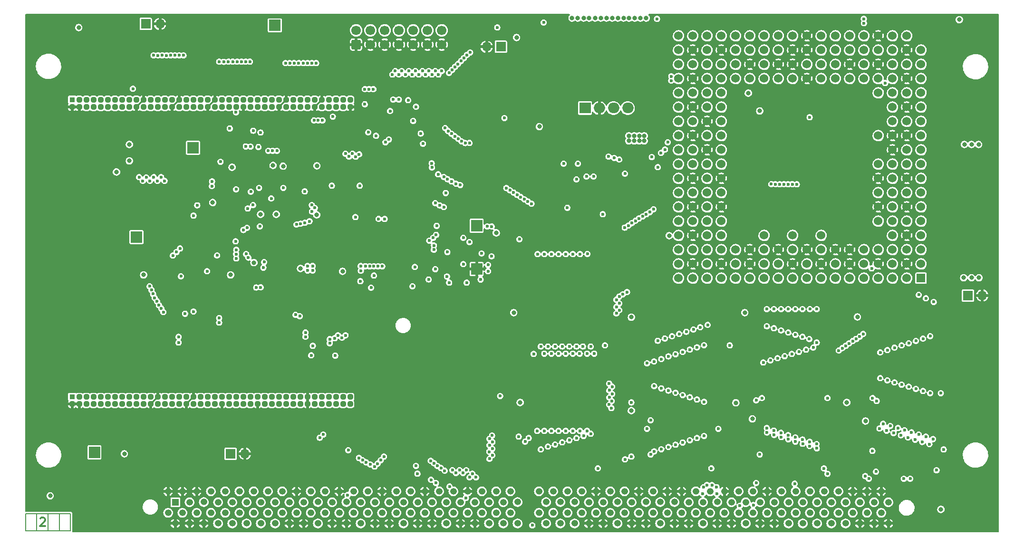
<source format=gbr>
G04 #@! TF.GenerationSoftware,KiCad,Pcbnew,(6.0.5-0)*
G04 #@! TF.CreationDate,2022-07-01T16:01:09+02:00*
G04 #@! TF.ProjectId,Z3660_v02,5a333636-305f-4763-9032-2e6b69636164,rev?*
G04 #@! TF.SameCoordinates,Original*
G04 #@! TF.FileFunction,Copper,L2,Inr*
G04 #@! TF.FilePolarity,Positive*
%FSLAX46Y46*%
G04 Gerber Fmt 4.6, Leading zero omitted, Abs format (unit mm)*
G04 Created by KiCad (PCBNEW (6.0.5-0)) date 2022-07-01 16:01:09*
%MOMM*%
%LPD*%
G01*
G04 APERTURE LIST*
G04 Aperture macros list*
%AMRoundRect*
0 Rectangle with rounded corners*
0 $1 Rounding radius*
0 $2 $3 $4 $5 $6 $7 $8 $9 X,Y pos of 4 corners*
0 Add a 4 corners polygon primitive as box body*
4,1,4,$2,$3,$4,$5,$6,$7,$8,$9,$2,$3,0*
0 Add four circle primitives for the rounded corners*
1,1,$1+$1,$2,$3*
1,1,$1+$1,$4,$5*
1,1,$1+$1,$6,$7*
1,1,$1+$1,$8,$9*
0 Add four rect primitives between the rounded corners*
20,1,$1+$1,$2,$3,$4,$5,0*
20,1,$1+$1,$4,$5,$6,$7,0*
20,1,$1+$1,$6,$7,$8,$9,0*
20,1,$1+$1,$8,$9,$2,$3,0*%
G04 Aperture macros list end*
G04 #@! TA.AperFunction,NonConductor*
%ADD10C,0.150000*%
G04 #@! TD*
%ADD11C,0.300000*%
G04 #@! TA.AperFunction,NonConductor*
%ADD12C,0.300000*%
G04 #@! TD*
G04 #@! TA.AperFunction,ComponentPad*
%ADD13R,1.700000X1.700000*%
G04 #@! TD*
G04 #@! TA.AperFunction,ComponentPad*
%ADD14O,1.700000X1.700000*%
G04 #@! TD*
G04 #@! TA.AperFunction,ComponentPad*
%ADD15RoundRect,0.250000X0.600000X-0.600000X0.600000X0.600000X-0.600000X0.600000X-0.600000X-0.600000X0*%
G04 #@! TD*
G04 #@! TA.AperFunction,ComponentPad*
%ADD16C,1.700000*%
G04 #@! TD*
G04 #@! TA.AperFunction,ComponentPad*
%ADD17R,2.000000X2.000000*%
G04 #@! TD*
G04 #@! TA.AperFunction,ComponentPad*
%ADD18R,2.000000X1.905000*%
G04 #@! TD*
G04 #@! TA.AperFunction,ComponentPad*
%ADD19O,2.000000X1.905000*%
G04 #@! TD*
G04 #@! TA.AperFunction,ComponentPad*
%ADD20R,1.524000X1.524000*%
G04 #@! TD*
G04 #@! TA.AperFunction,ComponentPad*
%ADD21C,1.524000*%
G04 #@! TD*
G04 #@! TA.AperFunction,ComponentPad*
%ADD22R,0.950000X0.950000*%
G04 #@! TD*
G04 #@! TA.AperFunction,ComponentPad*
%ADD23RoundRect,0.237500X-0.237500X0.237500X-0.237500X-0.237500X0.237500X-0.237500X0.237500X0.237500X0*%
G04 #@! TD*
G04 #@! TA.AperFunction,ComponentPad*
%ADD24R,1.200000X1.200000*%
G04 #@! TD*
G04 #@! TA.AperFunction,ComponentPad*
%ADD25O,1.200000X1.200000*%
G04 #@! TD*
G04 #@! TA.AperFunction,ViaPad*
%ADD26C,0.800000*%
G04 #@! TD*
G04 #@! TA.AperFunction,ViaPad*
%ADD27C,0.600000*%
G04 #@! TD*
G04 #@! TA.AperFunction,Conductor*
%ADD28C,0.300000*%
G04 #@! TD*
G04 APERTURE END LIST*
D10*
X84582000Y-118999000D02*
X84582000Y-122047000D01*
X82582000Y-118999000D02*
X82582000Y-122047000D01*
X86582000Y-118999000D02*
X86582000Y-122047000D01*
X80576000Y-118999000D02*
X88576000Y-118999000D01*
X88576000Y-122047000D02*
X80576000Y-122047000D01*
X88576000Y-118999000D02*
X88576000Y-122047000D01*
X80576000Y-122047000D02*
X80576000Y-118999000D01*
D11*
D12*
X83195428Y-119844428D02*
X83266857Y-119773000D01*
X83409714Y-119701571D01*
X83766857Y-119701571D01*
X83909714Y-119773000D01*
X83981142Y-119844428D01*
X84052571Y-119987285D01*
X84052571Y-120130142D01*
X83981142Y-120344428D01*
X83124000Y-121201571D01*
X84052571Y-121201571D01*
D13*
X248412000Y-80137000D03*
D14*
X250952000Y-80137000D03*
D13*
X101981000Y-31750000D03*
D14*
X104521000Y-31750000D03*
D15*
X139446000Y-35433000D03*
D16*
X139446000Y-32893000D03*
X141986000Y-35433000D03*
X141986000Y-32893000D03*
X144526000Y-35433000D03*
X144526000Y-32893000D03*
X147066000Y-35433000D03*
X147066000Y-32893000D03*
X149606000Y-35433000D03*
X149606000Y-32893000D03*
X152146000Y-35433000D03*
X152146000Y-32893000D03*
X154686000Y-35433000D03*
X154686000Y-32893000D03*
D17*
X124968000Y-32004000D03*
X160909000Y-75411000D03*
X110388400Y-53797200D03*
X92837000Y-108077000D03*
X100330000Y-69723000D03*
D13*
X165227000Y-35814000D03*
D14*
X162687000Y-35814000D03*
D13*
X117094000Y-108331000D03*
D14*
X119634000Y-108331000D03*
D18*
X180213000Y-46736000D03*
D19*
X182753000Y-46736000D03*
X185293000Y-46736000D03*
X187833000Y-46736000D03*
D17*
X160909000Y-67691000D03*
D20*
X240055000Y-77050900D03*
D21*
X237515000Y-77050900D03*
X234975000Y-77050900D03*
X232435000Y-77050900D03*
X229895000Y-77050900D03*
X227355000Y-77050900D03*
X224815000Y-77050900D03*
X222275000Y-77050900D03*
X219735000Y-77050900D03*
X217195000Y-77050900D03*
X214655000Y-77050900D03*
X212115000Y-77050900D03*
X209575000Y-77050900D03*
X207035000Y-77050900D03*
X204495000Y-77050900D03*
X201955000Y-77050900D03*
X199415000Y-77050900D03*
X196875000Y-77050900D03*
X240055000Y-74510900D03*
X237515000Y-74510900D03*
X234975000Y-74510900D03*
X232435000Y-74510900D03*
X229895000Y-74510900D03*
X227355000Y-74510900D03*
X224815000Y-74510900D03*
X222275000Y-74510900D03*
X219735000Y-74510900D03*
X217195000Y-74510900D03*
X214655000Y-74510900D03*
X212115000Y-74510900D03*
X209575000Y-74510900D03*
X207035000Y-74510900D03*
X204495000Y-74510900D03*
X201955000Y-74510900D03*
X199415000Y-74510900D03*
X196875000Y-74510900D03*
X240055000Y-71970900D03*
X237515000Y-71970900D03*
X234975000Y-71970900D03*
X232435000Y-71970900D03*
X229895000Y-71970900D03*
X227355000Y-71970900D03*
X224815000Y-71970900D03*
X222275000Y-71970900D03*
X219735000Y-71970900D03*
X217195000Y-71970900D03*
X214655000Y-71970900D03*
X212115000Y-71970900D03*
X209575000Y-71970900D03*
X207035000Y-71970900D03*
X204495000Y-71970900D03*
X201955000Y-71970900D03*
X199415000Y-71970900D03*
X196875000Y-71970900D03*
X240055000Y-69430900D03*
X237515000Y-69430900D03*
X234975000Y-69430900D03*
X201955000Y-69430900D03*
X199415000Y-69430900D03*
X196875000Y-69430900D03*
X240055000Y-66890900D03*
X237515000Y-66890900D03*
X234975000Y-66890900D03*
X201955000Y-66890900D03*
X199415000Y-66890900D03*
X196875000Y-66890900D03*
X240055000Y-64350900D03*
X237515000Y-64350900D03*
X234975000Y-64350900D03*
X201955000Y-64350900D03*
X199415000Y-64350900D03*
X196875000Y-64350900D03*
X240055000Y-61810900D03*
X237515000Y-61810900D03*
X234975000Y-61810900D03*
X201955000Y-61810900D03*
X199415000Y-61810900D03*
X196875000Y-61810900D03*
X240055000Y-59270900D03*
X237515000Y-59270900D03*
X234975000Y-59270900D03*
X201955000Y-59270900D03*
X199415000Y-59270900D03*
X196875000Y-59270900D03*
X240055000Y-56730900D03*
X237515000Y-56730900D03*
X234975000Y-56730900D03*
X201955000Y-56730900D03*
X199415000Y-56730900D03*
X196875000Y-56730900D03*
X240055000Y-54190900D03*
X237515000Y-54190900D03*
X234975000Y-54190900D03*
X201955000Y-54190900D03*
X199415000Y-54190900D03*
X196875000Y-54190900D03*
X240055000Y-51650900D03*
X237515000Y-51650900D03*
X234975000Y-51650900D03*
X201955000Y-51650900D03*
X199415000Y-51650900D03*
X196875000Y-51650900D03*
X240055000Y-49110900D03*
X237515000Y-49110900D03*
X234975000Y-49110900D03*
X201955000Y-49110900D03*
X199415000Y-49110900D03*
X196875000Y-49110900D03*
X240055000Y-46570900D03*
X237515000Y-46570900D03*
X234975000Y-46570900D03*
X201955000Y-46570900D03*
X199415000Y-46570900D03*
X196875000Y-46570900D03*
X240055000Y-44030900D03*
X237515000Y-44030900D03*
X234975000Y-44030900D03*
X201955000Y-44030900D03*
X199415000Y-44030900D03*
X196875000Y-44030900D03*
X240055000Y-41490900D03*
X237515000Y-41490900D03*
X234975000Y-41490900D03*
X201955000Y-41490900D03*
X199415000Y-41490900D03*
X196875000Y-41490900D03*
X240055000Y-38950900D03*
X237515000Y-38950900D03*
X234975000Y-38950900D03*
X232435000Y-38950900D03*
X229895000Y-38950900D03*
X227355000Y-38950900D03*
X224815000Y-38950900D03*
X222275000Y-38950900D03*
X219735000Y-38950900D03*
X217195000Y-38950900D03*
X214655000Y-38950900D03*
X212115000Y-38950900D03*
X209575000Y-38950900D03*
X207035000Y-38950900D03*
X204495000Y-38950900D03*
X201955000Y-38950900D03*
X199415000Y-38950900D03*
X196875000Y-38950900D03*
X240055000Y-36410900D03*
X237515000Y-36410900D03*
X234975000Y-36410900D03*
X232435000Y-36410900D03*
X229895000Y-36410900D03*
X227355000Y-36410900D03*
X224815000Y-36410900D03*
X222275000Y-36410900D03*
X219735000Y-36410900D03*
X217195000Y-36410900D03*
X214655000Y-36410900D03*
X212115000Y-36410900D03*
X209575000Y-36410900D03*
X207035000Y-36410900D03*
X204495000Y-36410900D03*
X201955000Y-36410900D03*
X199415000Y-36410900D03*
X196875000Y-36410900D03*
X237515000Y-33870900D03*
X234975000Y-33870900D03*
X232435000Y-33870900D03*
X229895000Y-33870900D03*
X227355000Y-33870900D03*
X224815000Y-33870900D03*
X222275000Y-33870900D03*
X219735000Y-33870900D03*
X217195000Y-33870900D03*
X214655000Y-33870900D03*
X212115000Y-33870900D03*
X209575000Y-33870900D03*
X207035000Y-33870900D03*
X204495000Y-33870900D03*
X201955000Y-33870900D03*
X199415000Y-33870900D03*
X196875000Y-33870900D03*
X222275000Y-69430900D03*
X217195000Y-69430900D03*
X212115000Y-69430900D03*
X204495000Y-69430900D03*
X232435000Y-66890900D03*
X204495000Y-66890900D03*
X232435000Y-64350900D03*
X204495000Y-64350900D03*
X232435000Y-61810900D03*
X204495000Y-61810900D03*
X232435000Y-59270900D03*
X204495000Y-59270900D03*
X232435000Y-56730900D03*
X204495000Y-56730900D03*
X204495000Y-54190900D03*
X232435000Y-51650900D03*
X204495000Y-51650900D03*
X204495000Y-49110900D03*
X204495000Y-46570900D03*
X232435000Y-44030900D03*
X204495000Y-44030900D03*
X232435000Y-41490900D03*
X229895000Y-41490900D03*
X227355000Y-41490900D03*
X224815000Y-41490900D03*
X222275000Y-41490900D03*
X219735000Y-41490900D03*
X217195000Y-41490900D03*
X214655000Y-41490900D03*
X212115000Y-41490900D03*
X209575000Y-41490900D03*
X207035000Y-41490900D03*
X204495000Y-41490900D03*
D22*
X88883000Y-45256500D03*
D23*
X88883000Y-46526500D03*
X90153000Y-45256500D03*
X90153000Y-46526500D03*
X91423000Y-45256500D03*
X91423000Y-46526500D03*
X92693000Y-45256500D03*
X92693000Y-46526500D03*
X93963000Y-45256500D03*
X93963000Y-46526500D03*
X95233000Y-45256500D03*
X95233000Y-46526500D03*
X96503000Y-45256500D03*
X96503000Y-46526500D03*
X97773000Y-45256500D03*
X97773000Y-46526500D03*
X99043000Y-45256500D03*
X99043000Y-46526500D03*
X100313000Y-45256500D03*
X100313000Y-46526500D03*
X101583000Y-45256500D03*
X101583000Y-46526500D03*
X102853000Y-45256500D03*
X102853000Y-46526500D03*
X104123000Y-45256500D03*
X104123000Y-46526500D03*
X105393000Y-45256500D03*
X105393000Y-46526500D03*
X106663000Y-45256500D03*
X106663000Y-46526500D03*
X107933000Y-45256500D03*
X107933000Y-46526500D03*
X109203000Y-45256500D03*
X109203000Y-46526500D03*
X110473000Y-45256500D03*
X110473000Y-46526500D03*
X111743000Y-45256500D03*
X111743000Y-46526500D03*
X113013000Y-45256500D03*
X113013000Y-46526500D03*
X114283000Y-45256500D03*
X114283000Y-46526500D03*
X115553000Y-45256500D03*
X115553000Y-46526500D03*
X116823000Y-45256500D03*
X116823000Y-46526500D03*
X118093000Y-45256500D03*
X118093000Y-46526500D03*
X119363000Y-45256500D03*
X119363000Y-46526500D03*
X120633000Y-45256500D03*
X120633000Y-46526500D03*
X121903000Y-45256500D03*
X121903000Y-46526500D03*
X123173000Y-45256500D03*
X123173000Y-46526500D03*
X124443000Y-45256500D03*
X124443000Y-46526500D03*
X125713000Y-45256500D03*
X125713000Y-46526500D03*
X126983000Y-45256500D03*
X126983000Y-46526500D03*
X128253000Y-45256500D03*
X128253000Y-46526500D03*
X129523000Y-45256500D03*
X129523000Y-46526500D03*
X130793000Y-45256500D03*
X130793000Y-46526500D03*
X132063000Y-45256500D03*
X132063000Y-46526500D03*
X133333000Y-45256500D03*
X133333000Y-46526500D03*
X134603000Y-45256500D03*
X134603000Y-46526500D03*
X135873000Y-45256500D03*
X135873000Y-46526500D03*
X137143000Y-45256500D03*
X137143000Y-46526500D03*
X138413000Y-45256500D03*
X138413000Y-46526500D03*
D22*
X88883000Y-98193000D03*
D23*
X88883000Y-99463000D03*
X90153000Y-98193000D03*
X90153000Y-99463000D03*
X91423000Y-98193000D03*
X91423000Y-99463000D03*
X92693000Y-98193000D03*
X92693000Y-99463000D03*
X93963000Y-98193000D03*
X93963000Y-99463000D03*
X95233000Y-98193000D03*
X95233000Y-99463000D03*
X96503000Y-98193000D03*
X96503000Y-99463000D03*
X97773000Y-98193000D03*
X97773000Y-99463000D03*
X99043000Y-98193000D03*
X99043000Y-99463000D03*
X100313000Y-98193000D03*
X100313000Y-99463000D03*
X101583000Y-98193000D03*
X101583000Y-99463000D03*
X102853000Y-98193000D03*
X102853000Y-99463000D03*
X104123000Y-98193000D03*
X104123000Y-99463000D03*
X105393000Y-98193000D03*
X105393000Y-99463000D03*
X106663000Y-98193000D03*
X106663000Y-99463000D03*
X107933000Y-98193000D03*
X107933000Y-99463000D03*
X109203000Y-98193000D03*
X109203000Y-99463000D03*
X110473000Y-98193000D03*
X110473000Y-99463000D03*
X111743000Y-98193000D03*
X111743000Y-99463000D03*
X113013000Y-98193000D03*
X113013000Y-99463000D03*
X114283000Y-98193000D03*
X114283000Y-99463000D03*
X115553000Y-98193000D03*
X115553000Y-99463000D03*
X116823000Y-98193000D03*
X116823000Y-99463000D03*
X118093000Y-98193000D03*
X118093000Y-99463000D03*
X119363000Y-98193000D03*
X119363000Y-99463000D03*
X120633000Y-98193000D03*
X120633000Y-99463000D03*
X121903000Y-98193000D03*
X121903000Y-99463000D03*
X123173000Y-98193000D03*
X123173000Y-99463000D03*
X124443000Y-98193000D03*
X124443000Y-99463000D03*
X125713000Y-98193000D03*
X125713000Y-99463000D03*
X126983000Y-98193000D03*
X126983000Y-99463000D03*
X128253000Y-98193000D03*
X128253000Y-99463000D03*
X129523000Y-98193000D03*
X129523000Y-99463000D03*
X130793000Y-98193000D03*
X130793000Y-99463000D03*
X132063000Y-98193000D03*
X132063000Y-99463000D03*
X133333000Y-98193000D03*
X133333000Y-99463000D03*
X134603000Y-98193000D03*
X134603000Y-99463000D03*
X135873000Y-98193000D03*
X135873000Y-99463000D03*
X137143000Y-98193000D03*
X137143000Y-99463000D03*
X138413000Y-98193000D03*
X138413000Y-99463000D03*
D24*
X107239000Y-116954500D03*
D25*
X105964986Y-115024415D03*
X107234986Y-120739415D03*
X105964986Y-118859500D03*
X109774986Y-116954500D03*
X108504986Y-115024415D03*
X109774986Y-120739415D03*
X108504986Y-118859500D03*
X112314986Y-116929415D03*
X111044986Y-115024415D03*
X112314986Y-120739415D03*
X111044986Y-118859500D03*
X114854986Y-116954500D03*
X113584986Y-115024415D03*
X114854986Y-120739415D03*
X113584986Y-118834415D03*
X117394986Y-116954500D03*
X116124986Y-115024415D03*
X117394986Y-120739415D03*
X116124986Y-118859500D03*
X119934986Y-116954500D03*
X118664986Y-115024415D03*
X119934986Y-120739415D03*
X118664986Y-118859500D03*
X122474986Y-116954500D03*
X121204986Y-115024415D03*
X122474986Y-120739415D03*
X121204986Y-118834415D03*
X125014986Y-116954500D03*
X123744986Y-115024415D03*
X125014986Y-120739415D03*
X123744986Y-118859500D03*
X127554986Y-116954500D03*
X126284986Y-115024415D03*
X127554986Y-120739415D03*
X126284986Y-118834415D03*
X130094986Y-116954500D03*
X128824986Y-115024415D03*
X130094986Y-120739415D03*
X128824986Y-118859500D03*
X132634986Y-116929415D03*
X131364986Y-115024415D03*
X132634986Y-120739415D03*
X131364986Y-118834415D03*
X135174986Y-116954500D03*
X133904986Y-115024415D03*
X135174986Y-120739415D03*
X133904986Y-118859500D03*
X137714986Y-116929415D03*
X136444986Y-115024415D03*
X137714986Y-120739415D03*
X136444986Y-118859500D03*
X140254986Y-116954500D03*
X138984986Y-115024415D03*
X140254986Y-120739415D03*
X138984986Y-118859500D03*
X142794986Y-116954500D03*
X141524986Y-115024415D03*
X142794986Y-120739415D03*
X141524986Y-118834415D03*
X145334986Y-116954500D03*
X144064986Y-115024415D03*
X145334986Y-120739415D03*
X144064986Y-118859500D03*
X147874986Y-116954500D03*
X146604986Y-115024415D03*
X147874986Y-120739415D03*
X146604986Y-118859500D03*
X150414986Y-116954500D03*
X149144986Y-115024415D03*
X150414986Y-120739415D03*
X149144986Y-118834415D03*
X152954986Y-116954500D03*
X151684986Y-115024415D03*
X152954986Y-120739415D03*
X151684986Y-118859500D03*
X155494986Y-116954500D03*
X154224986Y-115024415D03*
X155494986Y-120739415D03*
X154224986Y-118834415D03*
X158034986Y-116954500D03*
X156764986Y-115024415D03*
X158034986Y-120739415D03*
X156764986Y-118859500D03*
X160574986Y-116954500D03*
X159304986Y-115024415D03*
X160574986Y-120739415D03*
X159304986Y-118834415D03*
X163114986Y-116954500D03*
X161844986Y-115024415D03*
X163114986Y-120739415D03*
X161844986Y-118859500D03*
X165654986Y-116954500D03*
X164384986Y-115024415D03*
X165654986Y-120739415D03*
X164384986Y-118834415D03*
X168194986Y-116929415D03*
X166924986Y-115024415D03*
X168194986Y-120739415D03*
X166924986Y-118859500D03*
X173274986Y-116929415D03*
X172004986Y-115024415D03*
X173274986Y-120739415D03*
X172004986Y-118859500D03*
X175814986Y-116929415D03*
X174544986Y-115024415D03*
X175814986Y-120739415D03*
X174544986Y-118834415D03*
X178354986Y-116929415D03*
X177084986Y-115024415D03*
X178354986Y-120739415D03*
X177084986Y-118859500D03*
X180894986Y-116954500D03*
X179624986Y-115024415D03*
X180894986Y-120739415D03*
X179624986Y-118859500D03*
X183434986Y-116954500D03*
X182164986Y-115024415D03*
X183434986Y-120739415D03*
X182164986Y-118834415D03*
X185974986Y-116929415D03*
X184704986Y-115024415D03*
X185974986Y-120739415D03*
X184704986Y-118859500D03*
X188514986Y-116954500D03*
X187244986Y-115024415D03*
X188514986Y-120739415D03*
X187244986Y-118859500D03*
X191054986Y-116929415D03*
X189784986Y-115024415D03*
X191054986Y-120739415D03*
X189784986Y-118859500D03*
X193594986Y-116929415D03*
X192324986Y-115024415D03*
X193594986Y-120739415D03*
X192324986Y-118834415D03*
X196134986Y-116929415D03*
X194864986Y-115024415D03*
X196134986Y-120739415D03*
X194864986Y-118859500D03*
X198674986Y-116954500D03*
X197404986Y-115024415D03*
X198674986Y-120739415D03*
X197404986Y-118859500D03*
X201219000Y-116954500D03*
X199944986Y-115024415D03*
X201214986Y-120739415D03*
X199944986Y-118859500D03*
X203754986Y-116929415D03*
X202484986Y-115024415D03*
X203754986Y-120739415D03*
X202484986Y-118859500D03*
X206294986Y-116954500D03*
X205024986Y-115024415D03*
X206294986Y-120739415D03*
X205024986Y-118834415D03*
X208834986Y-116954500D03*
X207564986Y-115024415D03*
X208834986Y-120739415D03*
X207564986Y-118859500D03*
X211379000Y-116954500D03*
X210104986Y-115024415D03*
X211374986Y-120739415D03*
X210104986Y-118859500D03*
X213919000Y-116954500D03*
X212644986Y-115024415D03*
X213914986Y-120739415D03*
X212644986Y-118859500D03*
X216454986Y-116954500D03*
X215184986Y-115024415D03*
X216454986Y-120739415D03*
X215184986Y-118859500D03*
X218994986Y-116954500D03*
X217724986Y-115024415D03*
X218994986Y-120739415D03*
X217724986Y-118859500D03*
X221534986Y-116954500D03*
X220264986Y-115024415D03*
X221534986Y-120739415D03*
X220264986Y-118859500D03*
X224074986Y-116954500D03*
X222804986Y-115024415D03*
X224074986Y-120739415D03*
X222804986Y-118859500D03*
X226614986Y-116954500D03*
X225344986Y-115024415D03*
X226614986Y-120739415D03*
X225344986Y-118859500D03*
X229154986Y-116954500D03*
X227884986Y-115024415D03*
X229154986Y-120739415D03*
X227884986Y-118834415D03*
X231694986Y-116954500D03*
X230424986Y-115024415D03*
X231694986Y-120739415D03*
X230424986Y-118834415D03*
X234234986Y-116954500D03*
X232964986Y-115024415D03*
X234234986Y-120739415D03*
X232964986Y-118859500D03*
D26*
X176107477Y-30690810D03*
X132969000Y-75311000D03*
X178077293Y-36969500D03*
X136573565Y-56926435D03*
X92440000Y-115824000D03*
X94132400Y-51866800D03*
X136144000Y-60666500D03*
X247777000Y-66294000D03*
X222718500Y-102322500D03*
X185547000Y-84455000D03*
X223949446Y-108458000D03*
X93853000Y-42418000D03*
X226822000Y-103335923D03*
X224028000Y-91948000D03*
X180467000Y-65217412D03*
X205232000Y-84872239D03*
X117729000Y-75311000D03*
X193548000Y-44392911D03*
X89662000Y-90043000D03*
X165074063Y-85699063D03*
X102057200Y-88900000D03*
X204089000Y-108585000D03*
X130849500Y-56903872D03*
X177165000Y-39116000D03*
X188468000Y-102616000D03*
X183769000Y-95123000D03*
X125349000Y-75311000D03*
X179197000Y-39116000D03*
X168021000Y-104013000D03*
X210018500Y-108966000D03*
X250316950Y-65087500D03*
X222779925Y-82401075D03*
X176149000Y-39116000D03*
X182499000Y-102235000D03*
X249047000Y-66294000D03*
X136144000Y-65786000D03*
X244260500Y-94682354D03*
X242990500Y-82423000D03*
X228600000Y-85979000D03*
X202731500Y-102274500D03*
X176020094Y-36969500D03*
X180144300Y-36969500D03*
X114395033Y-71059471D03*
X208788000Y-68326000D03*
X249047000Y-65087500D03*
X179122299Y-36969500D03*
X171069000Y-51943000D03*
X112217200Y-90576400D03*
X84836000Y-48641000D03*
X117950000Y-54400000D03*
X106426000Y-108331000D03*
X182512378Y-82832910D03*
X137033000Y-76962000D03*
X122936000Y-56896000D03*
X106019600Y-58877200D03*
X250317000Y-66294000D03*
X208788000Y-60579000D03*
X180213000Y-39116000D03*
X244094000Y-111633000D03*
X174117000Y-53213000D03*
X117823556Y-65818444D03*
X207010000Y-103759000D03*
X251841000Y-118237000D03*
X85482300Y-61214000D03*
X119888000Y-78552412D03*
X94107000Y-32385000D03*
X129540000Y-65659000D03*
X247777008Y-65087500D03*
X242863500Y-98933000D03*
X184912000Y-110109000D03*
X101854000Y-34798000D03*
X178181000Y-39116000D03*
X164426398Y-70993000D03*
X177068242Y-36969500D03*
X245237011Y-35352800D03*
X180961720Y-30690810D03*
X181991000Y-30690810D03*
X184023000Y-30690810D03*
X84963000Y-115824000D03*
X188976000Y-52578000D03*
X228727000Y-83947000D03*
X207065619Y-99248559D03*
X188026805Y-52580194D03*
X183007000Y-30690810D03*
X185039000Y-30690810D03*
X189864951Y-52578491D03*
X189865000Y-51689000D03*
X179958443Y-30690810D03*
X208661000Y-83185000D03*
X188067505Y-30690810D03*
X188468000Y-100635003D03*
X168656000Y-99187000D03*
X189083505Y-30690810D03*
X188468000Y-83992428D03*
X164409960Y-68953928D03*
X249046999Y-76962000D03*
X167513000Y-83185000D03*
X250380503Y-76961998D03*
X96771200Y-58115200D03*
X177907505Y-30690810D03*
X247650001Y-76962000D03*
X243586000Y-118236998D03*
X210018500Y-102108000D03*
X186054443Y-30690810D03*
X172085000Y-50038000D03*
X90043000Y-32385000D03*
X98171000Y-108331000D03*
X190753951Y-52578491D03*
X230163500Y-102489000D03*
X188976049Y-51688509D03*
X187070443Y-30690810D03*
X226822000Y-99187000D03*
X191121720Y-30690810D03*
X190099505Y-30690810D03*
X188023016Y-51688514D03*
X178929720Y-30690810D03*
X190754000Y-51689000D03*
D27*
X221458418Y-106603566D03*
X241548011Y-106627529D03*
X229743000Y-86995000D03*
X241681000Y-87376000D03*
X221488000Y-82550000D03*
X220206990Y-106204055D03*
X240284000Y-106232500D03*
X220261022Y-82550000D03*
X229142363Y-87443318D03*
X240411000Y-87823500D03*
X218948000Y-105804544D03*
X239014000Y-105832989D03*
X238125000Y-112776000D03*
X239141000Y-88223011D03*
X218948000Y-82550000D03*
X228522450Y-87864581D03*
X237744000Y-105433478D03*
X236982000Y-112776000D03*
X217678001Y-105405033D03*
X227886238Y-88260799D03*
X217678000Y-82550000D03*
X237871000Y-88646000D03*
X216385250Y-105005522D03*
X236474000Y-105033967D03*
X227250503Y-88657783D03*
X236601000Y-89027000D03*
X216408000Y-82550000D03*
X235178767Y-104634456D03*
X215106518Y-104606011D03*
X226652239Y-89109262D03*
X215138000Y-82550000D03*
X235331000Y-89421544D03*
X213836518Y-104206500D03*
X233934000Y-104234945D03*
X226026675Y-89522086D03*
X234061000Y-89871533D03*
X213868000Y-82550000D03*
X232664000Y-103835434D03*
X212598000Y-103759000D03*
X232791000Y-90271044D03*
X217550996Y-113665000D03*
X225399608Y-89932624D03*
X212598000Y-82550000D03*
X192517741Y-91881500D03*
X202819000Y-113919000D03*
X172974000Y-90490500D03*
X193802000Y-91458638D03*
X203618934Y-114264418D03*
X174244000Y-90490500D03*
X203708000Y-115443000D03*
X175524509Y-90490500D03*
X195072000Y-90980001D03*
X196342000Y-90580490D03*
X176784000Y-90490500D03*
X197612000Y-90180978D03*
X178054000Y-90490500D03*
X201168000Y-115443000D03*
X198882000Y-89781467D03*
X179252100Y-90490500D03*
X201295000Y-114300000D03*
X180594000Y-90490500D03*
X200154807Y-89381955D03*
X207772000Y-117602000D03*
X201937693Y-113914384D03*
X201422000Y-88982446D03*
X210185000Y-117475000D03*
X181850245Y-90490500D03*
X163161681Y-107962001D03*
X153543000Y-75438000D03*
X108980259Y-83378500D03*
X144107107Y-74930000D03*
X152367935Y-77276500D03*
X163195000Y-109220000D03*
X131582123Y-65157003D03*
X155067000Y-64389000D03*
X163703000Y-108591001D03*
X153691978Y-69320022D03*
X119372307Y-68457616D03*
X132087504Y-64524684D03*
X154305000Y-64068500D03*
X131549328Y-64003034D03*
X153543000Y-63668989D03*
X108250300Y-76708000D03*
X153288010Y-71968978D03*
X170840400Y-121072989D03*
X156025074Y-77851000D03*
X143357604Y-74930000D03*
X152480477Y-70368336D03*
X107442000Y-72390000D03*
X117983000Y-70485000D03*
X153316001Y-71219998D03*
X153162000Y-69850000D03*
X108077000Y-71755000D03*
X149913814Y-75057000D03*
X110490000Y-82991500D03*
X149479000Y-78486000D03*
X142608102Y-74929997D03*
X142621000Y-76581000D03*
X138049000Y-107696000D03*
X141858600Y-74930200D03*
X142113000Y-78740000D03*
X131699000Y-75692000D03*
X131732423Y-89110889D03*
X130816001Y-75692000D03*
X141109200Y-74917800D03*
X143002000Y-51689000D03*
X116934082Y-50358372D03*
X110490000Y-65913000D03*
X121130533Y-50772533D03*
X202705324Y-110931500D03*
X222758000Y-110931500D03*
X182499000Y-110931500D03*
X139319000Y-66167000D03*
X242824000Y-111252000D03*
X192104631Y-55457011D03*
X178689000Y-59439964D03*
X120142000Y-64643000D03*
X210693000Y-98814578D03*
X191897000Y-108458000D03*
X232156000Y-98933000D03*
X170180000Y-105537000D03*
X159645001Y-70612000D03*
X191897000Y-102362000D03*
X120015000Y-68072000D03*
X135128000Y-60579000D03*
X141605000Y-51054000D03*
X115061038Y-84141462D03*
X121661573Y-78715912D03*
X141746259Y-43373500D03*
X143454260Y-66494222D03*
X193167000Y-57277000D03*
X193738743Y-54725360D03*
X144526000Y-66506011D03*
X142506714Y-43373500D03*
X141001764Y-46044751D03*
X164592000Y-32385000D03*
X106807000Y-73025000D03*
X114694544Y-72992514D03*
X147066000Y-45212000D03*
X229870000Y-30861000D03*
X122457691Y-78672855D03*
X115062000Y-84963000D03*
X146050000Y-45212000D03*
X133448341Y-48924500D03*
X171069000Y-90551000D03*
X183769000Y-89027000D03*
X118110000Y-73533000D03*
X162941000Y-74676000D03*
X211709000Y-98415067D03*
X223393000Y-98415067D03*
X121091500Y-64008000D03*
X180467000Y-58928000D03*
X188468000Y-99187000D03*
X158533205Y-74549000D03*
X119865537Y-72733066D03*
X161617270Y-77289270D03*
X120245311Y-73379228D03*
X169545000Y-106172000D03*
X188468000Y-108839000D03*
X203962000Y-103886000D03*
X191262000Y-103886000D03*
X205994000Y-89027000D03*
X181737000Y-58928000D03*
X191262000Y-92202000D03*
X124333000Y-62851458D03*
X232029000Y-111506000D03*
X122936000Y-75184000D03*
X163662282Y-105069718D03*
X155625564Y-76750925D03*
X243586000Y-97536000D03*
X231427843Y-98415067D03*
X168402000Y-105283000D03*
X159131000Y-77851000D03*
X244094000Y-107569000D03*
X231394000Y-107823000D03*
X123063000Y-74168000D03*
X161798000Y-72644000D03*
X168529000Y-70104000D03*
X183388000Y-65659000D03*
X118088801Y-72749801D03*
X131699000Y-74872217D03*
X145505340Y-47257806D03*
X148717000Y-45339000D03*
X128651000Y-83566000D03*
X107823000Y-87503000D03*
X140291846Y-75725380D03*
X134747000Y-88649630D03*
X150114000Y-46514383D03*
X140258491Y-74879559D03*
X149606000Y-49022000D03*
X131949335Y-48924500D03*
X132698838Y-48924500D03*
X115299110Y-56302521D03*
X118050000Y-47500000D03*
X137541000Y-54864000D03*
X138176000Y-55372000D03*
X194945000Y-52835000D03*
X138804999Y-54864000D03*
X184404000Y-55372000D03*
X139361635Y-55416806D03*
X186309000Y-55908484D03*
X185420000Y-55626000D03*
X139967806Y-54976002D03*
X131152835Y-66906274D03*
X163568056Y-73152000D03*
X162941000Y-75819000D03*
X130302000Y-67183000D03*
X163702999Y-107442001D03*
X153797000Y-67714405D03*
X129569621Y-67342293D03*
X210693000Y-113538000D03*
X126492000Y-60960000D03*
X155422767Y-61872478D03*
X152960089Y-57317652D03*
X123808572Y-54356120D03*
X230124000Y-112316396D03*
X163724978Y-106238500D03*
X230759000Y-112776000D03*
X124558055Y-54350654D03*
X152905053Y-56570175D03*
X163193087Y-106813000D03*
X125349000Y-54356000D03*
X178943000Y-56642000D03*
X128833330Y-67482397D03*
X165100000Y-98044000D03*
X187325000Y-109347000D03*
X158533204Y-69850000D03*
X163195000Y-105663999D03*
X155702000Y-72390000D03*
X118110240Y-72000605D03*
X223410217Y-111904217D03*
X229880195Y-31623000D03*
X135300000Y-48260000D03*
X134747000Y-87900127D03*
X107823000Y-88519000D03*
X137922000Y-115697000D03*
X129413000Y-83820000D03*
X220218000Y-48387000D03*
X111154848Y-64068500D03*
X187325000Y-58420000D03*
D26*
X209296000Y-44069000D03*
X124655989Y-56952056D03*
X250316942Y-53213000D03*
X125222000Y-65659000D03*
X117348001Y-57274169D03*
X195199000Y-69469000D03*
X122428000Y-65659000D03*
X132443531Y-65763273D03*
X117094000Y-76454000D03*
X246877000Y-30984000D03*
X99060000Y-53213000D03*
X121243730Y-74274158D03*
X168021000Y-34163000D03*
X129540000Y-75311000D03*
X99060000Y-56134000D03*
X132461000Y-57023000D03*
X137033000Y-75819000D03*
X113908746Y-63568989D03*
X101600000Y-76454000D03*
X249046950Y-53213000D03*
X211328000Y-47244000D03*
X126448500Y-57097235D03*
X247777000Y-53213000D03*
D27*
X160792914Y-112522000D03*
X155212727Y-111360273D03*
X160147000Y-111887000D03*
X154559000Y-110871000D03*
X159643913Y-112515559D03*
X159004000Y-116205000D03*
X153913998Y-110489259D03*
X156083000Y-114173000D03*
X159064500Y-111252000D03*
X153332170Y-110016785D03*
X153670000Y-113538000D03*
X158490000Y-111760000D03*
X152724946Y-109577430D03*
X144399000Y-108839000D03*
X143830500Y-109474000D03*
X143277978Y-110087022D03*
X142748000Y-110617000D03*
X140596693Y-109478616D03*
X136210500Y-87227022D03*
X135636000Y-87757000D03*
X139954000Y-109093000D03*
X141986000Y-110236000D03*
X137560471Y-87231642D03*
X141239386Y-109864232D03*
X136922503Y-87653479D03*
X152781000Y-112963500D03*
X157861000Y-111252000D03*
X157226000Y-111760000D03*
X150368000Y-111887000D03*
X150114000Y-110490000D03*
X156591000Y-111252000D03*
X122428000Y-51100000D03*
X120650000Y-53594000D03*
X119811822Y-53575712D03*
X180648019Y-72720434D03*
X155720462Y-59403996D03*
X156464000Y-59815866D03*
X179324000Y-72771000D03*
X157226000Y-60215377D03*
X178054000Y-72771000D03*
X176784000Y-72771000D03*
X157988000Y-60452000D03*
X155063807Y-59016844D03*
X175514000Y-72771000D03*
X174244000Y-72771000D03*
X154051000Y-58547000D03*
X172974000Y-72771000D03*
X162814000Y-67818000D03*
X133604000Y-104902000D03*
X132965902Y-105476500D03*
X163601233Y-67843233D03*
X171770500Y-72771000D03*
X221488000Y-88519000D03*
X180594000Y-104267000D03*
X193167000Y-88188566D03*
X221489556Y-107352422D03*
X181229000Y-89214500D03*
X179838001Y-89214500D03*
X220157500Y-87884000D03*
X179324000Y-104267000D03*
X220219426Y-106953454D03*
X194437000Y-87789055D03*
X195707000Y-87389544D03*
X178054000Y-104267000D03*
X178689000Y-89214500D03*
X218948000Y-87503000D03*
X218989844Y-106552877D03*
X196977000Y-86990033D03*
X176784000Y-104267000D03*
X177419000Y-89214500D03*
X217678000Y-87122000D03*
X217678000Y-106154535D03*
X175514000Y-104267000D03*
X216410936Y-105754585D03*
X176149000Y-89214500D03*
X198247000Y-86590522D03*
X216408000Y-86741000D03*
X174244000Y-104267000D03*
X215156184Y-105368811D03*
X215139967Y-86360000D03*
X199517000Y-86191011D03*
X174879000Y-89214500D03*
X173610300Y-89214500D03*
X213886184Y-104969300D03*
X200737915Y-85791500D03*
X172974000Y-104267000D03*
X213868000Y-85979000D03*
X212629482Y-104539985D03*
X202052305Y-85371750D03*
X171704000Y-104267000D03*
X172339000Y-89214500D03*
X212598000Y-85598000D03*
X201422000Y-105156000D03*
X181229000Y-104775000D03*
X211963000Y-92075000D03*
X184912000Y-100203000D03*
X184517440Y-99565759D03*
X213233000Y-91694000D03*
X200152000Y-105537000D03*
X179959000Y-105156000D03*
X178689000Y-105537000D03*
X214503000Y-91313000D03*
X184970834Y-98933000D03*
X198882010Y-105924001D03*
X215773000Y-90932000D03*
X184531000Y-98298000D03*
X177419000Y-105918000D03*
X197612000Y-106323512D03*
X217043000Y-90551000D03*
X185039000Y-97663000D03*
X176149000Y-106299000D03*
X196342000Y-106723023D03*
X174879000Y-106680000D03*
X218313000Y-90170000D03*
X195072000Y-107122534D03*
X184531000Y-97028000D03*
X185039000Y-96393000D03*
X219583000Y-89789000D03*
X193802000Y-107522045D03*
X173609000Y-107061000D03*
X184509022Y-95818500D03*
X192532020Y-107921556D03*
X172339000Y-107569000D03*
X220853000Y-89408000D03*
X201422000Y-99071162D03*
X242189000Y-105711010D03*
X242316000Y-81280000D03*
X241681000Y-97536000D03*
X200152000Y-98679000D03*
X240919000Y-105283000D03*
X240919000Y-80645000D03*
X240411000Y-97155000D03*
X239649000Y-104902000D03*
X198882000Y-98272131D03*
X239141000Y-96774000D03*
X239649000Y-80010000D03*
X197612000Y-97872620D03*
X237871000Y-96393000D03*
X238369000Y-104521000D03*
X196342000Y-97473109D03*
X236601000Y-96012000D03*
X237115001Y-104140000D03*
X235331000Y-95631000D03*
X235966000Y-103759000D03*
X195072000Y-97073598D03*
X234569000Y-103378000D03*
X193802000Y-96674087D03*
X234061000Y-95250000D03*
X233299000Y-102997000D03*
X192532000Y-96274578D03*
X232791000Y-94869000D03*
X151360521Y-53086000D03*
X131445000Y-90805000D03*
X122053559Y-53664729D03*
X135726861Y-90833842D03*
X140208000Y-77597000D03*
X211328000Y-108458000D03*
X149987000Y-40132000D03*
X166197743Y-60994277D03*
X194463733Y-54128733D03*
X103378000Y-37338000D03*
X186944000Y-79924166D03*
X103013327Y-79152814D03*
X101463600Y-59708800D03*
X104164889Y-37363578D03*
X149472999Y-40767000D03*
X166840159Y-61393788D03*
X102073200Y-59099200D03*
X186307183Y-80323677D03*
X103288422Y-79850006D03*
X104913941Y-37337586D03*
X167487216Y-61793299D03*
X148832012Y-40137986D03*
X103566943Y-80545836D03*
X185798355Y-80873994D03*
X102733600Y-59708800D03*
X148225149Y-40756616D03*
X168127846Y-62192810D03*
X105688249Y-37352395D03*
X103978843Y-81172009D03*
X103394000Y-59048400D03*
X186309000Y-81534000D03*
X106437609Y-37337802D03*
X147574000Y-40132000D03*
X168768427Y-62592321D03*
X185801000Y-82169000D03*
X104054400Y-59708800D03*
X104318466Y-81840149D03*
X169411234Y-62987682D03*
X107188000Y-37338000D03*
X147065764Y-40761235D03*
X104755453Y-82449080D03*
X104714800Y-59048400D03*
X186313616Y-82743500D03*
X231267000Y-75311000D03*
X170043238Y-63390577D03*
X107950000Y-37338000D03*
X146424999Y-40132000D03*
X185800837Y-83318001D03*
X105324400Y-59708800D03*
X105127482Y-83099732D03*
X145910998Y-40767000D03*
X108712000Y-37338000D03*
X170679278Y-63787070D03*
X191770000Y-65278000D03*
X159766000Y-36830000D03*
X115062000Y-38481000D03*
X115862103Y-38493363D03*
X191127307Y-65663616D03*
X159165754Y-37278842D03*
X116703920Y-38477681D03*
X190482557Y-66045781D03*
X158650161Y-37822825D03*
X189809845Y-66421000D03*
X158117872Y-38350483D03*
X117475000Y-38481000D03*
X189183517Y-66832665D03*
X157588268Y-38880836D03*
X118268593Y-38481000D03*
X119036730Y-38481000D03*
X188546219Y-67227133D03*
X157058229Y-39410754D03*
X119786232Y-38480782D03*
X156528261Y-39940742D03*
X187940557Y-67668638D03*
X120535734Y-38481004D03*
X187289332Y-68039664D03*
X155993801Y-40466201D03*
X113792000Y-59817000D03*
X122301000Y-67818000D03*
X150961011Y-51274211D03*
X165862000Y-48514000D03*
X176403000Y-56642000D03*
X140081000Y-60579000D03*
X172847000Y-31496000D03*
X193040000Y-30861000D03*
X130429000Y-86728985D03*
X99695000Y-43307000D03*
X140984257Y-43373500D03*
X102671110Y-78486000D03*
X187706000Y-79525478D03*
X100803200Y-59048400D03*
X213385561Y-60285390D03*
X126873000Y-38735000D03*
X154686000Y-40132000D03*
X159643368Y-52959003D03*
X158893906Y-52966792D03*
X154111500Y-40767000D03*
X127635000Y-38735000D03*
X214134630Y-60310875D03*
X153543000Y-40132000D03*
X214884000Y-60325000D03*
X128397000Y-38735000D03*
X158213231Y-52653048D03*
X157618407Y-52197045D03*
X215646000Y-60299767D03*
X129221787Y-38732739D03*
X152962499Y-40767000D03*
X130048000Y-38735000D03*
X152400000Y-40132000D03*
X157012094Y-51756434D03*
X216395703Y-60325421D03*
X217144767Y-60299767D03*
X156420151Y-51296697D03*
X151813498Y-40761262D03*
X130810000Y-38735000D03*
X151257000Y-40132000D03*
X131572000Y-38735000D03*
X217932000Y-60325000D03*
X155826532Y-50839128D03*
X150622000Y-40767000D03*
X155310466Y-50295572D03*
X132334000Y-38735000D03*
X177054411Y-64499589D03*
X192405000Y-64773479D03*
X130810000Y-74872217D03*
X112903000Y-75819000D03*
X130429000Y-87478488D03*
X113760239Y-60639500D03*
X144675601Y-52815505D03*
X233680000Y-42291000D03*
X195579508Y-41836897D03*
X195588072Y-41087444D03*
X145288000Y-52324000D03*
X118077769Y-61214000D03*
X120688267Y-61633267D03*
X122174000Y-60960000D03*
X130302000Y-61595000D03*
D28*
X132063000Y-46526500D02*
X133333000Y-45256500D01*
X102853000Y-99463000D02*
X104123000Y-98193000D01*
X106663000Y-46526500D02*
X107933000Y-45256500D01*
X109203000Y-99463000D02*
X110473000Y-98193000D01*
X125713000Y-46526500D02*
X126983000Y-45256500D01*
X113013000Y-46526500D02*
X114283000Y-45256500D01*
X100313000Y-46526500D02*
X101583000Y-45256500D01*
G04 #@! TA.AperFunction,Conductor*
G36*
X177467257Y-29992502D02*
G01*
X177513750Y-30046158D01*
X177523854Y-30116432D01*
X177494360Y-30181012D01*
X177481965Y-30193449D01*
X177423270Y-30244652D01*
X177423266Y-30244656D01*
X177417544Y-30249648D01*
X177326455Y-30379254D01*
X177268911Y-30526847D01*
X177267919Y-30534380D01*
X177267919Y-30534381D01*
X177249764Y-30672288D01*
X177248234Y-30683906D01*
X177252973Y-30726832D01*
X177264003Y-30826733D01*
X177265618Y-30841363D01*
X177268228Y-30848494D01*
X177268228Y-30848496D01*
X177316312Y-30979892D01*
X177320058Y-30990129D01*
X177324294Y-30996432D01*
X177324294Y-30996433D01*
X177398641Y-31107072D01*
X177408413Y-31121615D01*
X177414032Y-31126728D01*
X177414033Y-31126729D01*
X177484313Y-31190678D01*
X177525581Y-31228229D01*
X177664798Y-31303818D01*
X177818027Y-31344017D01*
X177901982Y-31345336D01*
X177968824Y-31346386D01*
X177968827Y-31346386D01*
X177976421Y-31346505D01*
X178130837Y-31311139D01*
X178201247Y-31275727D01*
X178265577Y-31243373D01*
X178265580Y-31243371D01*
X178272360Y-31239961D01*
X178336620Y-31185077D01*
X178401409Y-31156047D01*
X178471609Y-31166652D01*
X178503249Y-31187695D01*
X178509542Y-31193421D01*
X178547796Y-31228229D01*
X178687013Y-31303818D01*
X178840242Y-31344017D01*
X178924197Y-31345336D01*
X178991039Y-31346386D01*
X178991042Y-31346386D01*
X178998636Y-31346505D01*
X179153052Y-31311139D01*
X179223462Y-31275727D01*
X179287792Y-31243373D01*
X179287795Y-31243371D01*
X179294575Y-31239961D01*
X179362192Y-31182211D01*
X179426981Y-31153180D01*
X179497181Y-31163785D01*
X179528821Y-31184828D01*
X179538265Y-31193421D01*
X179576519Y-31228229D01*
X179715736Y-31303818D01*
X179868965Y-31344017D01*
X179952920Y-31345336D01*
X180019762Y-31346386D01*
X180019765Y-31346386D01*
X180027359Y-31346505D01*
X180181775Y-31311139D01*
X180252185Y-31275727D01*
X180316515Y-31243373D01*
X180316518Y-31243371D01*
X180323298Y-31239961D01*
X180377789Y-31193421D01*
X180442579Y-31164390D01*
X180512779Y-31174995D01*
X180544418Y-31196038D01*
X180579796Y-31228229D01*
X180719013Y-31303818D01*
X180872242Y-31344017D01*
X180956197Y-31345336D01*
X181023039Y-31346386D01*
X181023042Y-31346386D01*
X181030636Y-31346505D01*
X181185052Y-31311139D01*
X181255462Y-31275727D01*
X181319792Y-31243373D01*
X181319795Y-31243371D01*
X181326575Y-31239961D01*
X181394480Y-31181965D01*
X181459269Y-31152934D01*
X181529469Y-31163539D01*
X181561108Y-31184581D01*
X181609076Y-31228229D01*
X181748293Y-31303818D01*
X181901522Y-31344017D01*
X181985477Y-31345336D01*
X182052319Y-31346386D01*
X182052322Y-31346386D01*
X182059916Y-31346505D01*
X182214332Y-31311139D01*
X182284742Y-31275727D01*
X182349072Y-31243373D01*
X182349075Y-31243371D01*
X182355855Y-31239961D01*
X182361628Y-31235030D01*
X182361633Y-31235027D01*
X182416910Y-31187816D01*
X182481699Y-31158785D01*
X182551899Y-31169390D01*
X182583538Y-31190433D01*
X182625076Y-31228229D01*
X182764293Y-31303818D01*
X182917522Y-31344017D01*
X183001477Y-31345336D01*
X183068319Y-31346386D01*
X183068322Y-31346386D01*
X183075916Y-31346505D01*
X183230332Y-31311139D01*
X183300742Y-31275727D01*
X183365072Y-31243373D01*
X183365075Y-31243371D01*
X183371855Y-31239961D01*
X183377628Y-31235030D01*
X183377633Y-31235027D01*
X183432910Y-31187816D01*
X183497699Y-31158785D01*
X183567899Y-31169390D01*
X183599538Y-31190433D01*
X183641076Y-31228229D01*
X183780293Y-31303818D01*
X183933522Y-31344017D01*
X184017477Y-31345336D01*
X184084319Y-31346386D01*
X184084322Y-31346386D01*
X184091916Y-31346505D01*
X184246332Y-31311139D01*
X184316742Y-31275727D01*
X184381072Y-31243373D01*
X184381075Y-31243371D01*
X184387855Y-31239961D01*
X184393628Y-31235030D01*
X184393633Y-31235027D01*
X184448910Y-31187816D01*
X184513699Y-31158785D01*
X184583899Y-31169390D01*
X184615538Y-31190433D01*
X184657076Y-31228229D01*
X184796293Y-31303818D01*
X184949522Y-31344017D01*
X185033477Y-31345336D01*
X185100319Y-31346386D01*
X185100322Y-31346386D01*
X185107916Y-31346505D01*
X185262332Y-31311139D01*
X185332742Y-31275727D01*
X185397072Y-31243373D01*
X185397075Y-31243371D01*
X185403855Y-31239961D01*
X185409628Y-31235030D01*
X185409633Y-31235027D01*
X185464622Y-31188062D01*
X185529411Y-31159031D01*
X185599611Y-31169636D01*
X185631250Y-31190678D01*
X185634265Y-31193421D01*
X185672519Y-31228229D01*
X185811736Y-31303818D01*
X185964965Y-31344017D01*
X186048920Y-31345336D01*
X186115762Y-31346386D01*
X186115765Y-31346386D01*
X186123359Y-31346505D01*
X186277775Y-31311139D01*
X186348185Y-31275727D01*
X186412515Y-31243373D01*
X186412518Y-31243371D01*
X186419298Y-31239961D01*
X186425071Y-31235030D01*
X186425076Y-31235027D01*
X186480353Y-31187816D01*
X186545142Y-31158785D01*
X186615342Y-31169390D01*
X186646981Y-31190433D01*
X186688519Y-31228229D01*
X186827736Y-31303818D01*
X186980965Y-31344017D01*
X187064920Y-31345336D01*
X187131762Y-31346386D01*
X187131765Y-31346386D01*
X187139359Y-31346505D01*
X187293775Y-31311139D01*
X187364185Y-31275727D01*
X187428515Y-31243373D01*
X187428518Y-31243371D01*
X187435298Y-31239961D01*
X187486584Y-31196159D01*
X187551373Y-31167128D01*
X187621573Y-31177733D01*
X187653212Y-31198776D01*
X187685581Y-31228229D01*
X187824798Y-31303818D01*
X187978027Y-31344017D01*
X188061982Y-31345336D01*
X188128824Y-31346386D01*
X188128827Y-31346386D01*
X188136421Y-31346505D01*
X188290837Y-31311139D01*
X188361247Y-31275727D01*
X188425577Y-31243373D01*
X188425580Y-31243371D01*
X188432360Y-31239961D01*
X188438133Y-31235030D01*
X188438138Y-31235027D01*
X188493415Y-31187816D01*
X188558204Y-31158785D01*
X188628404Y-31169390D01*
X188660043Y-31190433D01*
X188701581Y-31228229D01*
X188840798Y-31303818D01*
X188994027Y-31344017D01*
X189077982Y-31345336D01*
X189144824Y-31346386D01*
X189144827Y-31346386D01*
X189152421Y-31346505D01*
X189306837Y-31311139D01*
X189377247Y-31275727D01*
X189441577Y-31243373D01*
X189441580Y-31243371D01*
X189448360Y-31239961D01*
X189454133Y-31235030D01*
X189454138Y-31235027D01*
X189509415Y-31187816D01*
X189574204Y-31158785D01*
X189644404Y-31169390D01*
X189676043Y-31190433D01*
X189717581Y-31228229D01*
X189856798Y-31303818D01*
X190010027Y-31344017D01*
X190093982Y-31345336D01*
X190160824Y-31346386D01*
X190160827Y-31346386D01*
X190168421Y-31346505D01*
X190322837Y-31311139D01*
X190393247Y-31275727D01*
X190457577Y-31243373D01*
X190457580Y-31243371D01*
X190464360Y-31239961D01*
X190528620Y-31185077D01*
X190593409Y-31156047D01*
X190663609Y-31166652D01*
X190695249Y-31187695D01*
X190701542Y-31193421D01*
X190739796Y-31228229D01*
X190879013Y-31303818D01*
X191032242Y-31344017D01*
X191116197Y-31345336D01*
X191183039Y-31346386D01*
X191183042Y-31346386D01*
X191190636Y-31346505D01*
X191345052Y-31311139D01*
X191415462Y-31275727D01*
X191479792Y-31243373D01*
X191479795Y-31243371D01*
X191486575Y-31239961D01*
X191492346Y-31235032D01*
X191492349Y-31235030D01*
X191601256Y-31142014D01*
X191601256Y-31142013D01*
X191607034Y-31137079D01*
X191699475Y-31008434D01*
X191758562Y-30861451D01*
X191758626Y-30861000D01*
X192480715Y-30861000D01*
X192482549Y-30874933D01*
X192498183Y-30993682D01*
X192499772Y-31005754D01*
X192504295Y-31016673D01*
X192551612Y-31130905D01*
X192555645Y-31140642D01*
X192644526Y-31256474D01*
X192651076Y-31261500D01*
X192651079Y-31261503D01*
X192749217Y-31336807D01*
X192760357Y-31345355D01*
X192895246Y-31401228D01*
X193040000Y-31420285D01*
X193048188Y-31419207D01*
X193176566Y-31402306D01*
X193184754Y-31401228D01*
X193319643Y-31345355D01*
X193330783Y-31336807D01*
X193428921Y-31261503D01*
X193428924Y-31261500D01*
X193435474Y-31256474D01*
X193524355Y-31140642D01*
X193528389Y-31130905D01*
X193575705Y-31016673D01*
X193580228Y-31005754D01*
X193581818Y-30993682D01*
X193597451Y-30874933D01*
X193599285Y-30861000D01*
X229310715Y-30861000D01*
X229312549Y-30874933D01*
X229328183Y-30993682D01*
X229329772Y-31005754D01*
X229334295Y-31016673D01*
X229381612Y-31130905D01*
X229385645Y-31140642D01*
X229405151Y-31166063D01*
X229409660Y-31171939D01*
X229435260Y-31238159D01*
X229420995Y-31307708D01*
X229409660Y-31325346D01*
X229400869Y-31336802D01*
X229400864Y-31336810D01*
X229395840Y-31343358D01*
X229392681Y-31350984D01*
X229392680Y-31350986D01*
X229389679Y-31358231D01*
X229339967Y-31478246D01*
X229338890Y-31486430D01*
X229338889Y-31486432D01*
X229324809Y-31593385D01*
X229320910Y-31623000D01*
X229339967Y-31767754D01*
X229348048Y-31787263D01*
X229392582Y-31894776D01*
X229395840Y-31902642D01*
X229400867Y-31909193D01*
X229476679Y-32007993D01*
X229484721Y-32018474D01*
X229491271Y-32023500D01*
X229491274Y-32023503D01*
X229589412Y-32098807D01*
X229600552Y-32107355D01*
X229735441Y-32163228D01*
X229880195Y-32182285D01*
X229888383Y-32181207D01*
X230016761Y-32164306D01*
X230024949Y-32163228D01*
X230159838Y-32107355D01*
X230170978Y-32098807D01*
X230269116Y-32023503D01*
X230269119Y-32023500D01*
X230275669Y-32018474D01*
X230283712Y-32007993D01*
X230359523Y-31909193D01*
X230364550Y-31902642D01*
X230367809Y-31894776D01*
X230412342Y-31787263D01*
X230420423Y-31767754D01*
X230439480Y-31623000D01*
X230435581Y-31593385D01*
X230421501Y-31486432D01*
X230421500Y-31486430D01*
X230420423Y-31478246D01*
X230370711Y-31358231D01*
X230367710Y-31350986D01*
X230367709Y-31350984D01*
X230364550Y-31343358D01*
X230340535Y-31312061D01*
X230314935Y-31245841D01*
X230329200Y-31176292D01*
X230340535Y-31158654D01*
X230349326Y-31147198D01*
X230349331Y-31147190D01*
X230354355Y-31140642D01*
X230358389Y-31130905D01*
X230405705Y-31016673D01*
X230410228Y-31005754D01*
X230411818Y-30993682D01*
X230414002Y-30977096D01*
X246217729Y-30977096D01*
X246226421Y-31055824D01*
X246233685Y-31121615D01*
X246235113Y-31134553D01*
X246237723Y-31141684D01*
X246237723Y-31141686D01*
X246281570Y-31261503D01*
X246289553Y-31283319D01*
X246293789Y-31289622D01*
X246293789Y-31289623D01*
X246368785Y-31401228D01*
X246377908Y-31414805D01*
X246383527Y-31419918D01*
X246383528Y-31419919D01*
X246458142Y-31487812D01*
X246495076Y-31521419D01*
X246634293Y-31597008D01*
X246787522Y-31637207D01*
X246871477Y-31638526D01*
X246938319Y-31639576D01*
X246938322Y-31639576D01*
X246945916Y-31639695D01*
X247100332Y-31604329D01*
X247170742Y-31568917D01*
X247235072Y-31536563D01*
X247235075Y-31536561D01*
X247241855Y-31533151D01*
X247247626Y-31528222D01*
X247247629Y-31528220D01*
X247356536Y-31435204D01*
X247356536Y-31435203D01*
X247362314Y-31430269D01*
X247454755Y-31301624D01*
X247513842Y-31154641D01*
X247521543Y-31100526D01*
X247535581Y-31001891D01*
X247535581Y-31001888D01*
X247536162Y-30997807D01*
X247536307Y-30984000D01*
X247517276Y-30826733D01*
X247461280Y-30678546D01*
X247438568Y-30645500D01*
X247375855Y-30554251D01*
X247375854Y-30554249D01*
X247371553Y-30547992D01*
X247363799Y-30541083D01*
X247286347Y-30472077D01*
X247253275Y-30442611D01*
X247245889Y-30438700D01*
X247146987Y-30386334D01*
X247113274Y-30368484D01*
X246959633Y-30329892D01*
X246952034Y-30329852D01*
X246952033Y-30329852D01*
X246886181Y-30329507D01*
X246801221Y-30329062D01*
X246793841Y-30330834D01*
X246793839Y-30330834D01*
X246654563Y-30364271D01*
X246654560Y-30364272D01*
X246647184Y-30366043D01*
X246506414Y-30438700D01*
X246387039Y-30542838D01*
X246295950Y-30672444D01*
X246278767Y-30716516D01*
X246241199Y-30812874D01*
X246238406Y-30820037D01*
X246237414Y-30827570D01*
X246237414Y-30827571D01*
X246225658Y-30916872D01*
X246217729Y-30977096D01*
X230414002Y-30977096D01*
X230427451Y-30874933D01*
X230429285Y-30861000D01*
X230410228Y-30716246D01*
X230354355Y-30581358D01*
X230265474Y-30465526D01*
X230258924Y-30460500D01*
X230258921Y-30460497D01*
X230156196Y-30381673D01*
X230156194Y-30381672D01*
X230149643Y-30376645D01*
X230014754Y-30320772D01*
X229870000Y-30301715D01*
X229861812Y-30302793D01*
X229733432Y-30319694D01*
X229733430Y-30319695D01*
X229725246Y-30320772D01*
X229698760Y-30331743D01*
X229597986Y-30373485D01*
X229597984Y-30373486D01*
X229590358Y-30376645D01*
X229474526Y-30465526D01*
X229385645Y-30581358D01*
X229329772Y-30716246D01*
X229310715Y-30861000D01*
X193599285Y-30861000D01*
X193580228Y-30716246D01*
X193524355Y-30581358D01*
X193435474Y-30465526D01*
X193428924Y-30460500D01*
X193428921Y-30460497D01*
X193326196Y-30381673D01*
X193326194Y-30381672D01*
X193319643Y-30376645D01*
X193184754Y-30320772D01*
X193040000Y-30301715D01*
X193031812Y-30302793D01*
X192903432Y-30319694D01*
X192903430Y-30319695D01*
X192895246Y-30320772D01*
X192868760Y-30331743D01*
X192767986Y-30373485D01*
X192767984Y-30373486D01*
X192760358Y-30376645D01*
X192644526Y-30465526D01*
X192555645Y-30581358D01*
X192499772Y-30716246D01*
X192480715Y-30861000D01*
X191758626Y-30861000D01*
X191774106Y-30752229D01*
X191780301Y-30708701D01*
X191780301Y-30708698D01*
X191780882Y-30704617D01*
X191781027Y-30690810D01*
X191780403Y-30685649D01*
X191764502Y-30554251D01*
X191761996Y-30533543D01*
X191706000Y-30385356D01*
X191649256Y-30302793D01*
X191620575Y-30261061D01*
X191620574Y-30261059D01*
X191616273Y-30254802D01*
X191604881Y-30244652D01*
X191546433Y-30192577D01*
X191508877Y-30132326D01*
X191509857Y-30061336D01*
X191549062Y-30002146D01*
X191614043Y-29973547D01*
X191630252Y-29972500D01*
X253810000Y-29972500D01*
X253878121Y-29992502D01*
X253924614Y-30046158D01*
X253936000Y-30098500D01*
X253936000Y-122174500D01*
X253915998Y-122242621D01*
X253862342Y-122289114D01*
X253810000Y-122300500D01*
X89016045Y-122300500D01*
X88947924Y-122280498D01*
X88901431Y-122226842D01*
X88891959Y-122152622D01*
X88893574Y-122143462D01*
X88899259Y-122122248D01*
X88905500Y-122105100D01*
X88905500Y-121004415D01*
X106423141Y-121004415D01*
X106448479Y-121082396D01*
X106453825Y-121094404D01*
X106536977Y-121238428D01*
X106544699Y-121249057D01*
X106655986Y-121372653D01*
X106665740Y-121381435D01*
X106800292Y-121479193D01*
X106811664Y-121485759D01*
X106963598Y-121553405D01*
X106966859Y-121554464D01*
X106977327Y-121553665D01*
X106980986Y-121543710D01*
X106980986Y-121540389D01*
X107488986Y-121540389D01*
X107492959Y-121553920D01*
X107501159Y-121555099D01*
X107506374Y-121553405D01*
X107658308Y-121485759D01*
X107669680Y-121479193D01*
X107804232Y-121381435D01*
X107813986Y-121372653D01*
X107925273Y-121249057D01*
X107932995Y-121238428D01*
X108016147Y-121094404D01*
X108021493Y-121082396D01*
X108044806Y-121010646D01*
X108044984Y-121004415D01*
X108963141Y-121004415D01*
X108988479Y-121082396D01*
X108993825Y-121094404D01*
X109076977Y-121238428D01*
X109084699Y-121249057D01*
X109195986Y-121372653D01*
X109205740Y-121381435D01*
X109340292Y-121479193D01*
X109351664Y-121485759D01*
X109503598Y-121553405D01*
X109506859Y-121554464D01*
X109517327Y-121553665D01*
X109520986Y-121543710D01*
X109520986Y-121540389D01*
X110028986Y-121540389D01*
X110032959Y-121553920D01*
X110041159Y-121555099D01*
X110046374Y-121553405D01*
X110198308Y-121485759D01*
X110209680Y-121479193D01*
X110344232Y-121381435D01*
X110353986Y-121372653D01*
X110465273Y-121249057D01*
X110472995Y-121238428D01*
X110556147Y-121094404D01*
X110561493Y-121082396D01*
X110584806Y-121010646D01*
X110584984Y-121004415D01*
X111503141Y-121004415D01*
X111528479Y-121082396D01*
X111533825Y-121094404D01*
X111616977Y-121238428D01*
X111624699Y-121249057D01*
X111735986Y-121372653D01*
X111745740Y-121381435D01*
X111880292Y-121479193D01*
X111891664Y-121485759D01*
X112043598Y-121553405D01*
X112046859Y-121554464D01*
X112057327Y-121553665D01*
X112060986Y-121543710D01*
X112060986Y-121540389D01*
X112568986Y-121540389D01*
X112572959Y-121553920D01*
X112581159Y-121555099D01*
X112586374Y-121553405D01*
X112738308Y-121485759D01*
X112749680Y-121479193D01*
X112884232Y-121381435D01*
X112893986Y-121372653D01*
X113005273Y-121249057D01*
X113012995Y-121238428D01*
X113096147Y-121094404D01*
X113101493Y-121082396D01*
X113124806Y-121010646D01*
X113125209Y-120996548D01*
X113118837Y-120993415D01*
X112587101Y-120993415D01*
X112571862Y-120997890D01*
X112570657Y-120999280D01*
X112568986Y-121006963D01*
X112568986Y-121540389D01*
X112060986Y-121540389D01*
X112060986Y-121011530D01*
X112056511Y-120996291D01*
X112055121Y-120995086D01*
X112047438Y-120993415D01*
X111517682Y-120993415D01*
X111504151Y-120997388D01*
X111503141Y-121004415D01*
X110584984Y-121004415D01*
X110585209Y-120996548D01*
X110578837Y-120993415D01*
X110047101Y-120993415D01*
X110031862Y-120997890D01*
X110030657Y-120999280D01*
X110028986Y-121006963D01*
X110028986Y-121540389D01*
X109520986Y-121540389D01*
X109520986Y-121011530D01*
X109516511Y-120996291D01*
X109515121Y-120995086D01*
X109507438Y-120993415D01*
X108977682Y-120993415D01*
X108964151Y-120997388D01*
X108963141Y-121004415D01*
X108044984Y-121004415D01*
X108045209Y-120996548D01*
X108038837Y-120993415D01*
X107507101Y-120993415D01*
X107491862Y-120997890D01*
X107490657Y-120999280D01*
X107488986Y-121006963D01*
X107488986Y-121540389D01*
X106980986Y-121540389D01*
X106980986Y-121011530D01*
X106976511Y-120996291D01*
X106975121Y-120995086D01*
X106967438Y-120993415D01*
X106437682Y-120993415D01*
X106424151Y-120997388D01*
X106423141Y-121004415D01*
X88905500Y-121004415D01*
X88905500Y-120739415D01*
X113995779Y-120739415D01*
X114014555Y-120918054D01*
X114016595Y-120924332D01*
X114016595Y-120924333D01*
X114044640Y-121010646D01*
X114070061Y-121088886D01*
X114159873Y-121244444D01*
X114164291Y-121249351D01*
X114164292Y-121249352D01*
X114275642Y-121373019D01*
X114280064Y-121377930D01*
X114285406Y-121381811D01*
X114285408Y-121381813D01*
X114411593Y-121473492D01*
X114425382Y-121483510D01*
X114431410Y-121486194D01*
X114431412Y-121486195D01*
X114582953Y-121553665D01*
X114589476Y-121556569D01*
X114677325Y-121575242D01*
X114758717Y-121592543D01*
X114758722Y-121592543D01*
X114765174Y-121593915D01*
X114944798Y-121593915D01*
X114951250Y-121592543D01*
X114951255Y-121592543D01*
X115032647Y-121575242D01*
X115120496Y-121556569D01*
X115127019Y-121553665D01*
X115278560Y-121486195D01*
X115278562Y-121486194D01*
X115284590Y-121483510D01*
X115298379Y-121473492D01*
X115424564Y-121381813D01*
X115424566Y-121381811D01*
X115429908Y-121377930D01*
X115434330Y-121373019D01*
X115545680Y-121249352D01*
X115545681Y-121249351D01*
X115550099Y-121244444D01*
X115639911Y-121088886D01*
X115665333Y-121010646D01*
X115693377Y-120924333D01*
X115693377Y-120924332D01*
X115695417Y-120918054D01*
X115714193Y-120739415D01*
X116535779Y-120739415D01*
X116554555Y-120918054D01*
X116556595Y-120924332D01*
X116556595Y-120924333D01*
X116584640Y-121010646D01*
X116610061Y-121088886D01*
X116699873Y-121244444D01*
X116704291Y-121249351D01*
X116704292Y-121249352D01*
X116815642Y-121373019D01*
X116820064Y-121377930D01*
X116825406Y-121381811D01*
X116825408Y-121381813D01*
X116951593Y-121473492D01*
X116965382Y-121483510D01*
X116971410Y-121486194D01*
X116971412Y-121486195D01*
X117122953Y-121553665D01*
X117129476Y-121556569D01*
X117217325Y-121575242D01*
X117298717Y-121592543D01*
X117298722Y-121592543D01*
X117305174Y-121593915D01*
X117484798Y-121593915D01*
X117491250Y-121592543D01*
X117491255Y-121592543D01*
X117572647Y-121575242D01*
X117660496Y-121556569D01*
X117667019Y-121553665D01*
X117818560Y-121486195D01*
X117818562Y-121486194D01*
X117824590Y-121483510D01*
X117838379Y-121473492D01*
X117964564Y-121381813D01*
X117964566Y-121381811D01*
X117969908Y-121377930D01*
X117974330Y-121373019D01*
X118085680Y-121249352D01*
X118085681Y-121249351D01*
X118090099Y-121244444D01*
X118179911Y-121088886D01*
X118205333Y-121010646D01*
X118233377Y-120924333D01*
X118233377Y-120924332D01*
X118235417Y-120918054D01*
X118254193Y-120739415D01*
X119075779Y-120739415D01*
X119094555Y-120918054D01*
X119096595Y-120924332D01*
X119096595Y-120924333D01*
X119124640Y-121010646D01*
X119150061Y-121088886D01*
X119239873Y-121244444D01*
X119244291Y-121249351D01*
X119244292Y-121249352D01*
X119355642Y-121373019D01*
X119360064Y-121377930D01*
X119365406Y-121381811D01*
X119365408Y-121381813D01*
X119491593Y-121473492D01*
X119505382Y-121483510D01*
X119511410Y-121486194D01*
X119511412Y-121486195D01*
X119662953Y-121553665D01*
X119669476Y-121556569D01*
X119757325Y-121575242D01*
X119838717Y-121592543D01*
X119838722Y-121592543D01*
X119845174Y-121593915D01*
X120024798Y-121593915D01*
X120031250Y-121592543D01*
X120031255Y-121592543D01*
X120112647Y-121575242D01*
X120200496Y-121556569D01*
X120207019Y-121553665D01*
X120358560Y-121486195D01*
X120358562Y-121486194D01*
X120364590Y-121483510D01*
X120378379Y-121473492D01*
X120504564Y-121381813D01*
X120504566Y-121381811D01*
X120509908Y-121377930D01*
X120514330Y-121373019D01*
X120625680Y-121249352D01*
X120625681Y-121249351D01*
X120630099Y-121244444D01*
X120719911Y-121088886D01*
X120745333Y-121010646D01*
X120773377Y-120924333D01*
X120773377Y-120924332D01*
X120775417Y-120918054D01*
X120794193Y-120739415D01*
X121615779Y-120739415D01*
X121634555Y-120918054D01*
X121636595Y-120924332D01*
X121636595Y-120924333D01*
X121664640Y-121010646D01*
X121690061Y-121088886D01*
X121779873Y-121244444D01*
X121784291Y-121249351D01*
X121784292Y-121249352D01*
X121895642Y-121373019D01*
X121900064Y-121377930D01*
X121905406Y-121381811D01*
X121905408Y-121381813D01*
X122031593Y-121473492D01*
X122045382Y-121483510D01*
X122051410Y-121486194D01*
X122051412Y-121486195D01*
X122202953Y-121553665D01*
X122209476Y-121556569D01*
X122297325Y-121575242D01*
X122378717Y-121592543D01*
X122378722Y-121592543D01*
X122385174Y-121593915D01*
X122564798Y-121593915D01*
X122571250Y-121592543D01*
X122571255Y-121592543D01*
X122652647Y-121575242D01*
X122740496Y-121556569D01*
X122747019Y-121553665D01*
X122898560Y-121486195D01*
X122898562Y-121486194D01*
X122904590Y-121483510D01*
X122918379Y-121473492D01*
X123044564Y-121381813D01*
X123044566Y-121381811D01*
X123049908Y-121377930D01*
X123054330Y-121373019D01*
X123165680Y-121249352D01*
X123165681Y-121249351D01*
X123170099Y-121244444D01*
X123259911Y-121088886D01*
X123285333Y-121010646D01*
X123313377Y-120924333D01*
X123313377Y-120924332D01*
X123315417Y-120918054D01*
X123334193Y-120739415D01*
X124155779Y-120739415D01*
X124174555Y-120918054D01*
X124176595Y-120924332D01*
X124176595Y-120924333D01*
X124204640Y-121010646D01*
X124230061Y-121088886D01*
X124319873Y-121244444D01*
X124324291Y-121249351D01*
X124324292Y-121249352D01*
X124435642Y-121373019D01*
X124440064Y-121377930D01*
X124445406Y-121381811D01*
X124445408Y-121381813D01*
X124571593Y-121473492D01*
X124585382Y-121483510D01*
X124591410Y-121486194D01*
X124591412Y-121486195D01*
X124742953Y-121553665D01*
X124749476Y-121556569D01*
X124837325Y-121575242D01*
X124918717Y-121592543D01*
X124918722Y-121592543D01*
X124925174Y-121593915D01*
X125104798Y-121593915D01*
X125111250Y-121592543D01*
X125111255Y-121592543D01*
X125192647Y-121575242D01*
X125280496Y-121556569D01*
X125287019Y-121553665D01*
X125438560Y-121486195D01*
X125438562Y-121486194D01*
X125444590Y-121483510D01*
X125458379Y-121473492D01*
X125584564Y-121381813D01*
X125584566Y-121381811D01*
X125589908Y-121377930D01*
X125594330Y-121373019D01*
X125705680Y-121249352D01*
X125705681Y-121249351D01*
X125710099Y-121244444D01*
X125799911Y-121088886D01*
X125825333Y-121010646D01*
X125827358Y-121004415D01*
X126743141Y-121004415D01*
X126768479Y-121082396D01*
X126773825Y-121094404D01*
X126856977Y-121238428D01*
X126864699Y-121249057D01*
X126975986Y-121372653D01*
X126985740Y-121381435D01*
X127120292Y-121479193D01*
X127131664Y-121485759D01*
X127283598Y-121553405D01*
X127286859Y-121554464D01*
X127297327Y-121553665D01*
X127300986Y-121543710D01*
X127300986Y-121540389D01*
X127808986Y-121540389D01*
X127812959Y-121553920D01*
X127821159Y-121555099D01*
X127826374Y-121553405D01*
X127978308Y-121485759D01*
X127989680Y-121479193D01*
X128124232Y-121381435D01*
X128133986Y-121372653D01*
X128245273Y-121249057D01*
X128252995Y-121238428D01*
X128336147Y-121094404D01*
X128341493Y-121082396D01*
X128364806Y-121010646D01*
X128364984Y-121004415D01*
X129283141Y-121004415D01*
X129308479Y-121082396D01*
X129313825Y-121094404D01*
X129396977Y-121238428D01*
X129404699Y-121249057D01*
X129515986Y-121372653D01*
X129525740Y-121381435D01*
X129660292Y-121479193D01*
X129671664Y-121485759D01*
X129823598Y-121553405D01*
X129826859Y-121554464D01*
X129837327Y-121553665D01*
X129840986Y-121543710D01*
X129840986Y-121540389D01*
X130348986Y-121540389D01*
X130352959Y-121553920D01*
X130361159Y-121555099D01*
X130366374Y-121553405D01*
X130518308Y-121485759D01*
X130529680Y-121479193D01*
X130664232Y-121381435D01*
X130673986Y-121372653D01*
X130785273Y-121249057D01*
X130792995Y-121238428D01*
X130876147Y-121094404D01*
X130881493Y-121082396D01*
X130904806Y-121010646D01*
X130905209Y-120996548D01*
X130898837Y-120993415D01*
X130367101Y-120993415D01*
X130351862Y-120997890D01*
X130350657Y-120999280D01*
X130348986Y-121006963D01*
X130348986Y-121540389D01*
X129840986Y-121540389D01*
X129840986Y-121011530D01*
X129836511Y-120996291D01*
X129835121Y-120995086D01*
X129827438Y-120993415D01*
X129297682Y-120993415D01*
X129284151Y-120997388D01*
X129283141Y-121004415D01*
X128364984Y-121004415D01*
X128365209Y-120996548D01*
X128358837Y-120993415D01*
X127827101Y-120993415D01*
X127811862Y-120997890D01*
X127810657Y-120999280D01*
X127808986Y-121006963D01*
X127808986Y-121540389D01*
X127300986Y-121540389D01*
X127300986Y-121011530D01*
X127296511Y-120996291D01*
X127295121Y-120995086D01*
X127287438Y-120993415D01*
X126757682Y-120993415D01*
X126744151Y-120997388D01*
X126743141Y-121004415D01*
X125827358Y-121004415D01*
X125853377Y-120924333D01*
X125853377Y-120924332D01*
X125855417Y-120918054D01*
X125874193Y-120739415D01*
X131775779Y-120739415D01*
X131794555Y-120918054D01*
X131796595Y-120924332D01*
X131796595Y-120924333D01*
X131824640Y-121010646D01*
X131850061Y-121088886D01*
X131939873Y-121244444D01*
X131944291Y-121249351D01*
X131944292Y-121249352D01*
X132055642Y-121373019D01*
X132060064Y-121377930D01*
X132065406Y-121381811D01*
X132065408Y-121381813D01*
X132191593Y-121473492D01*
X132205382Y-121483510D01*
X132211410Y-121486194D01*
X132211412Y-121486195D01*
X132362953Y-121553665D01*
X132369476Y-121556569D01*
X132457325Y-121575242D01*
X132538717Y-121592543D01*
X132538722Y-121592543D01*
X132545174Y-121593915D01*
X132724798Y-121593915D01*
X132731250Y-121592543D01*
X132731255Y-121592543D01*
X132812647Y-121575242D01*
X132900496Y-121556569D01*
X132907019Y-121553665D01*
X133058560Y-121486195D01*
X133058562Y-121486194D01*
X133064590Y-121483510D01*
X133078379Y-121473492D01*
X133204564Y-121381813D01*
X133204566Y-121381811D01*
X133209908Y-121377930D01*
X133214330Y-121373019D01*
X133325680Y-121249352D01*
X133325681Y-121249351D01*
X133330099Y-121244444D01*
X133419911Y-121088886D01*
X133445333Y-121010646D01*
X133447358Y-121004415D01*
X134363141Y-121004415D01*
X134388479Y-121082396D01*
X134393825Y-121094404D01*
X134476977Y-121238428D01*
X134484699Y-121249057D01*
X134595986Y-121372653D01*
X134605740Y-121381435D01*
X134740292Y-121479193D01*
X134751664Y-121485759D01*
X134903598Y-121553405D01*
X134906859Y-121554464D01*
X134917327Y-121553665D01*
X134920986Y-121543710D01*
X134920986Y-121540389D01*
X135428986Y-121540389D01*
X135432959Y-121553920D01*
X135441159Y-121555099D01*
X135446374Y-121553405D01*
X135598308Y-121485759D01*
X135609680Y-121479193D01*
X135744232Y-121381435D01*
X135753986Y-121372653D01*
X135865273Y-121249057D01*
X135872995Y-121238428D01*
X135956147Y-121094404D01*
X135961493Y-121082396D01*
X135984806Y-121010646D01*
X135984984Y-121004415D01*
X136903141Y-121004415D01*
X136928479Y-121082396D01*
X136933825Y-121094404D01*
X137016977Y-121238428D01*
X137024699Y-121249057D01*
X137135986Y-121372653D01*
X137145740Y-121381435D01*
X137280292Y-121479193D01*
X137291664Y-121485759D01*
X137443598Y-121553405D01*
X137446859Y-121554464D01*
X137457327Y-121553665D01*
X137460986Y-121543710D01*
X137460986Y-121540389D01*
X137968986Y-121540389D01*
X137972959Y-121553920D01*
X137981159Y-121555099D01*
X137986374Y-121553405D01*
X138138308Y-121485759D01*
X138149680Y-121479193D01*
X138284232Y-121381435D01*
X138293986Y-121372653D01*
X138405273Y-121249057D01*
X138412995Y-121238428D01*
X138496147Y-121094404D01*
X138501493Y-121082396D01*
X138524806Y-121010646D01*
X138525209Y-120996548D01*
X138518837Y-120993415D01*
X137987101Y-120993415D01*
X137971862Y-120997890D01*
X137970657Y-120999280D01*
X137968986Y-121006963D01*
X137968986Y-121540389D01*
X137460986Y-121540389D01*
X137460986Y-121011530D01*
X137456511Y-120996291D01*
X137455121Y-120995086D01*
X137447438Y-120993415D01*
X136917682Y-120993415D01*
X136904151Y-120997388D01*
X136903141Y-121004415D01*
X135984984Y-121004415D01*
X135985209Y-120996548D01*
X135978837Y-120993415D01*
X135447101Y-120993415D01*
X135431862Y-120997890D01*
X135430657Y-120999280D01*
X135428986Y-121006963D01*
X135428986Y-121540389D01*
X134920986Y-121540389D01*
X134920986Y-121011530D01*
X134916511Y-120996291D01*
X134915121Y-120995086D01*
X134907438Y-120993415D01*
X134377682Y-120993415D01*
X134364151Y-120997388D01*
X134363141Y-121004415D01*
X133447358Y-121004415D01*
X133473377Y-120924333D01*
X133473377Y-120924332D01*
X133475417Y-120918054D01*
X133494193Y-120739415D01*
X139395779Y-120739415D01*
X139414555Y-120918054D01*
X139416595Y-120924332D01*
X139416595Y-120924333D01*
X139444640Y-121010646D01*
X139470061Y-121088886D01*
X139559873Y-121244444D01*
X139564291Y-121249351D01*
X139564292Y-121249352D01*
X139675642Y-121373019D01*
X139680064Y-121377930D01*
X139685406Y-121381811D01*
X139685408Y-121381813D01*
X139811593Y-121473492D01*
X139825382Y-121483510D01*
X139831410Y-121486194D01*
X139831412Y-121486195D01*
X139982953Y-121553665D01*
X139989476Y-121556569D01*
X140077325Y-121575242D01*
X140158717Y-121592543D01*
X140158722Y-121592543D01*
X140165174Y-121593915D01*
X140344798Y-121593915D01*
X140351250Y-121592543D01*
X140351255Y-121592543D01*
X140432647Y-121575242D01*
X140520496Y-121556569D01*
X140527019Y-121553665D01*
X140678560Y-121486195D01*
X140678562Y-121486194D01*
X140684590Y-121483510D01*
X140698379Y-121473492D01*
X140824564Y-121381813D01*
X140824566Y-121381811D01*
X140829908Y-121377930D01*
X140834330Y-121373019D01*
X140945680Y-121249352D01*
X140945681Y-121249351D01*
X140950099Y-121244444D01*
X141039911Y-121088886D01*
X141065333Y-121010646D01*
X141067358Y-121004415D01*
X141983141Y-121004415D01*
X142008479Y-121082396D01*
X142013825Y-121094404D01*
X142096977Y-121238428D01*
X142104699Y-121249057D01*
X142215986Y-121372653D01*
X142225740Y-121381435D01*
X142360292Y-121479193D01*
X142371664Y-121485759D01*
X142523598Y-121553405D01*
X142526859Y-121554464D01*
X142537327Y-121553665D01*
X142540986Y-121543710D01*
X142540986Y-121540389D01*
X143048986Y-121540389D01*
X143052959Y-121553920D01*
X143061159Y-121555099D01*
X143066374Y-121553405D01*
X143218308Y-121485759D01*
X143229680Y-121479193D01*
X143364232Y-121381435D01*
X143373986Y-121372653D01*
X143485273Y-121249057D01*
X143492995Y-121238428D01*
X143576147Y-121094404D01*
X143581493Y-121082396D01*
X143604806Y-121010646D01*
X143604984Y-121004415D01*
X144523141Y-121004415D01*
X144548479Y-121082396D01*
X144553825Y-121094404D01*
X144636977Y-121238428D01*
X144644699Y-121249057D01*
X144755986Y-121372653D01*
X144765740Y-121381435D01*
X144900292Y-121479193D01*
X144911664Y-121485759D01*
X145063598Y-121553405D01*
X145066859Y-121554464D01*
X145077327Y-121553665D01*
X145080986Y-121543710D01*
X145080986Y-121540389D01*
X145588986Y-121540389D01*
X145592959Y-121553920D01*
X145601159Y-121555099D01*
X145606374Y-121553405D01*
X145758308Y-121485759D01*
X145769680Y-121479193D01*
X145904232Y-121381435D01*
X145913986Y-121372653D01*
X146025273Y-121249057D01*
X146032995Y-121238428D01*
X146116147Y-121094404D01*
X146121493Y-121082396D01*
X146144806Y-121010646D01*
X146145209Y-120996548D01*
X146138837Y-120993415D01*
X145607101Y-120993415D01*
X145591862Y-120997890D01*
X145590657Y-120999280D01*
X145588986Y-121006963D01*
X145588986Y-121540389D01*
X145080986Y-121540389D01*
X145080986Y-121011530D01*
X145076511Y-120996291D01*
X145075121Y-120995086D01*
X145067438Y-120993415D01*
X144537682Y-120993415D01*
X144524151Y-120997388D01*
X144523141Y-121004415D01*
X143604984Y-121004415D01*
X143605209Y-120996548D01*
X143598837Y-120993415D01*
X143067101Y-120993415D01*
X143051862Y-120997890D01*
X143050657Y-120999280D01*
X143048986Y-121006963D01*
X143048986Y-121540389D01*
X142540986Y-121540389D01*
X142540986Y-121011530D01*
X142536511Y-120996291D01*
X142535121Y-120995086D01*
X142527438Y-120993415D01*
X141997682Y-120993415D01*
X141984151Y-120997388D01*
X141983141Y-121004415D01*
X141067358Y-121004415D01*
X141093377Y-120924333D01*
X141093377Y-120924332D01*
X141095417Y-120918054D01*
X141114193Y-120739415D01*
X147015779Y-120739415D01*
X147034555Y-120918054D01*
X147036595Y-120924332D01*
X147036595Y-120924333D01*
X147064640Y-121010646D01*
X147090061Y-121088886D01*
X147179873Y-121244444D01*
X147184291Y-121249351D01*
X147184292Y-121249352D01*
X147295642Y-121373019D01*
X147300064Y-121377930D01*
X147305406Y-121381811D01*
X147305408Y-121381813D01*
X147431593Y-121473492D01*
X147445382Y-121483510D01*
X147451410Y-121486194D01*
X147451412Y-121486195D01*
X147602953Y-121553665D01*
X147609476Y-121556569D01*
X147697325Y-121575242D01*
X147778717Y-121592543D01*
X147778722Y-121592543D01*
X147785174Y-121593915D01*
X147964798Y-121593915D01*
X147971250Y-121592543D01*
X147971255Y-121592543D01*
X148052647Y-121575242D01*
X148140496Y-121556569D01*
X148147019Y-121553665D01*
X148298560Y-121486195D01*
X148298562Y-121486194D01*
X148304590Y-121483510D01*
X148318379Y-121473492D01*
X148444564Y-121381813D01*
X148444566Y-121381811D01*
X148449908Y-121377930D01*
X148454330Y-121373019D01*
X148565680Y-121249352D01*
X148565681Y-121249351D01*
X148570099Y-121244444D01*
X148659911Y-121088886D01*
X148685333Y-121010646D01*
X148687358Y-121004415D01*
X149603141Y-121004415D01*
X149628479Y-121082396D01*
X149633825Y-121094404D01*
X149716977Y-121238428D01*
X149724699Y-121249057D01*
X149835986Y-121372653D01*
X149845740Y-121381435D01*
X149980292Y-121479193D01*
X149991664Y-121485759D01*
X150143598Y-121553405D01*
X150146859Y-121554464D01*
X150157327Y-121553665D01*
X150160986Y-121543710D01*
X150160986Y-121540389D01*
X150668986Y-121540389D01*
X150672959Y-121553920D01*
X150681159Y-121555099D01*
X150686374Y-121553405D01*
X150838308Y-121485759D01*
X150849680Y-121479193D01*
X150984232Y-121381435D01*
X150993986Y-121372653D01*
X151105273Y-121249057D01*
X151112995Y-121238428D01*
X151196147Y-121094404D01*
X151201493Y-121082396D01*
X151224806Y-121010646D01*
X151224984Y-121004415D01*
X152143141Y-121004415D01*
X152168479Y-121082396D01*
X152173825Y-121094404D01*
X152256977Y-121238428D01*
X152264699Y-121249057D01*
X152375986Y-121372653D01*
X152385740Y-121381435D01*
X152520292Y-121479193D01*
X152531664Y-121485759D01*
X152683598Y-121553405D01*
X152686859Y-121554464D01*
X152697327Y-121553665D01*
X152700986Y-121543710D01*
X152700986Y-121540389D01*
X153208986Y-121540389D01*
X153212959Y-121553920D01*
X153221159Y-121555099D01*
X153226374Y-121553405D01*
X153378308Y-121485759D01*
X153389680Y-121479193D01*
X153524232Y-121381435D01*
X153533986Y-121372653D01*
X153645273Y-121249057D01*
X153652995Y-121238428D01*
X153736147Y-121094404D01*
X153741493Y-121082396D01*
X153764806Y-121010646D01*
X153765209Y-120996548D01*
X153758837Y-120993415D01*
X153227101Y-120993415D01*
X153211862Y-120997890D01*
X153210657Y-120999280D01*
X153208986Y-121006963D01*
X153208986Y-121540389D01*
X152700986Y-121540389D01*
X152700986Y-121011530D01*
X152696511Y-120996291D01*
X152695121Y-120995086D01*
X152687438Y-120993415D01*
X152157682Y-120993415D01*
X152144151Y-120997388D01*
X152143141Y-121004415D01*
X151224984Y-121004415D01*
X151225209Y-120996548D01*
X151218837Y-120993415D01*
X150687101Y-120993415D01*
X150671862Y-120997890D01*
X150670657Y-120999280D01*
X150668986Y-121006963D01*
X150668986Y-121540389D01*
X150160986Y-121540389D01*
X150160986Y-121011530D01*
X150156511Y-120996291D01*
X150155121Y-120995086D01*
X150147438Y-120993415D01*
X149617682Y-120993415D01*
X149604151Y-120997388D01*
X149603141Y-121004415D01*
X148687358Y-121004415D01*
X148713377Y-120924333D01*
X148713377Y-120924332D01*
X148715417Y-120918054D01*
X148734193Y-120739415D01*
X154635779Y-120739415D01*
X154654555Y-120918054D01*
X154656595Y-120924332D01*
X154656595Y-120924333D01*
X154684640Y-121010646D01*
X154710061Y-121088886D01*
X154799873Y-121244444D01*
X154804291Y-121249351D01*
X154804292Y-121249352D01*
X154915642Y-121373019D01*
X154920064Y-121377930D01*
X154925406Y-121381811D01*
X154925408Y-121381813D01*
X155051593Y-121473492D01*
X155065382Y-121483510D01*
X155071410Y-121486194D01*
X155071412Y-121486195D01*
X155222953Y-121553665D01*
X155229476Y-121556569D01*
X155317325Y-121575242D01*
X155398717Y-121592543D01*
X155398722Y-121592543D01*
X155405174Y-121593915D01*
X155584798Y-121593915D01*
X155591250Y-121592543D01*
X155591255Y-121592543D01*
X155672647Y-121575242D01*
X155760496Y-121556569D01*
X155767019Y-121553665D01*
X155918560Y-121486195D01*
X155918562Y-121486194D01*
X155924590Y-121483510D01*
X155938379Y-121473492D01*
X156064564Y-121381813D01*
X156064566Y-121381811D01*
X156069908Y-121377930D01*
X156074330Y-121373019D01*
X156185680Y-121249352D01*
X156185681Y-121249351D01*
X156190099Y-121244444D01*
X156279911Y-121088886D01*
X156305333Y-121010646D01*
X156307358Y-121004415D01*
X157223141Y-121004415D01*
X157248479Y-121082396D01*
X157253825Y-121094404D01*
X157336977Y-121238428D01*
X157344699Y-121249057D01*
X157455986Y-121372653D01*
X157465740Y-121381435D01*
X157600292Y-121479193D01*
X157611664Y-121485759D01*
X157763598Y-121553405D01*
X157766859Y-121554464D01*
X157777327Y-121553665D01*
X157780986Y-121543710D01*
X157780986Y-121540389D01*
X158288986Y-121540389D01*
X158292959Y-121553920D01*
X158301159Y-121555099D01*
X158306374Y-121553405D01*
X158458308Y-121485759D01*
X158469680Y-121479193D01*
X158604232Y-121381435D01*
X158613986Y-121372653D01*
X158725273Y-121249057D01*
X158732995Y-121238428D01*
X158816147Y-121094404D01*
X158821493Y-121082396D01*
X158844806Y-121010646D01*
X158844984Y-121004415D01*
X159763141Y-121004415D01*
X159788479Y-121082396D01*
X159793825Y-121094404D01*
X159876977Y-121238428D01*
X159884699Y-121249057D01*
X159995986Y-121372653D01*
X160005740Y-121381435D01*
X160140292Y-121479193D01*
X160151664Y-121485759D01*
X160303598Y-121553405D01*
X160306859Y-121554464D01*
X160317327Y-121553665D01*
X160320986Y-121543710D01*
X160320986Y-121540389D01*
X160828986Y-121540389D01*
X160832959Y-121553920D01*
X160841159Y-121555099D01*
X160846374Y-121553405D01*
X160998308Y-121485759D01*
X161009680Y-121479193D01*
X161144232Y-121381435D01*
X161153986Y-121372653D01*
X161265273Y-121249057D01*
X161272995Y-121238428D01*
X161356147Y-121094404D01*
X161361493Y-121082396D01*
X161384806Y-121010646D01*
X161385209Y-120996548D01*
X161378837Y-120993415D01*
X160847101Y-120993415D01*
X160831862Y-120997890D01*
X160830657Y-120999280D01*
X160828986Y-121006963D01*
X160828986Y-121540389D01*
X160320986Y-121540389D01*
X160320986Y-121011530D01*
X160316511Y-120996291D01*
X160315121Y-120995086D01*
X160307438Y-120993415D01*
X159777682Y-120993415D01*
X159764151Y-120997388D01*
X159763141Y-121004415D01*
X158844984Y-121004415D01*
X158845209Y-120996548D01*
X158838837Y-120993415D01*
X158307101Y-120993415D01*
X158291862Y-120997890D01*
X158290657Y-120999280D01*
X158288986Y-121006963D01*
X158288986Y-121540389D01*
X157780986Y-121540389D01*
X157780986Y-121011530D01*
X157776511Y-120996291D01*
X157775121Y-120995086D01*
X157767438Y-120993415D01*
X157237682Y-120993415D01*
X157224151Y-120997388D01*
X157223141Y-121004415D01*
X156307358Y-121004415D01*
X156333377Y-120924333D01*
X156333377Y-120924332D01*
X156335417Y-120918054D01*
X156354193Y-120739415D01*
X162255779Y-120739415D01*
X162274555Y-120918054D01*
X162276595Y-120924332D01*
X162276595Y-120924333D01*
X162304640Y-121010646D01*
X162330061Y-121088886D01*
X162419873Y-121244444D01*
X162424291Y-121249351D01*
X162424292Y-121249352D01*
X162535642Y-121373019D01*
X162540064Y-121377930D01*
X162545406Y-121381811D01*
X162545408Y-121381813D01*
X162671593Y-121473492D01*
X162685382Y-121483510D01*
X162691410Y-121486194D01*
X162691412Y-121486195D01*
X162842953Y-121553665D01*
X162849476Y-121556569D01*
X162937325Y-121575242D01*
X163018717Y-121592543D01*
X163018722Y-121592543D01*
X163025174Y-121593915D01*
X163204798Y-121593915D01*
X163211250Y-121592543D01*
X163211255Y-121592543D01*
X163292647Y-121575242D01*
X163380496Y-121556569D01*
X163387019Y-121553665D01*
X163538560Y-121486195D01*
X163538562Y-121486194D01*
X163544590Y-121483510D01*
X163558379Y-121473492D01*
X163684564Y-121381813D01*
X163684566Y-121381811D01*
X163689908Y-121377930D01*
X163694330Y-121373019D01*
X163805680Y-121249352D01*
X163805681Y-121249351D01*
X163810099Y-121244444D01*
X163899911Y-121088886D01*
X163925333Y-121010646D01*
X163953377Y-120924333D01*
X163953377Y-120924332D01*
X163955417Y-120918054D01*
X163974193Y-120739415D01*
X164795779Y-120739415D01*
X164814555Y-120918054D01*
X164816595Y-120924332D01*
X164816595Y-120924333D01*
X164844640Y-121010646D01*
X164870061Y-121088886D01*
X164959873Y-121244444D01*
X164964291Y-121249351D01*
X164964292Y-121249352D01*
X165075642Y-121373019D01*
X165080064Y-121377930D01*
X165085406Y-121381811D01*
X165085408Y-121381813D01*
X165211593Y-121473492D01*
X165225382Y-121483510D01*
X165231410Y-121486194D01*
X165231412Y-121486195D01*
X165382953Y-121553665D01*
X165389476Y-121556569D01*
X165477325Y-121575242D01*
X165558717Y-121592543D01*
X165558722Y-121592543D01*
X165565174Y-121593915D01*
X165744798Y-121593915D01*
X165751250Y-121592543D01*
X165751255Y-121592543D01*
X165832647Y-121575242D01*
X165920496Y-121556569D01*
X165927019Y-121553665D01*
X166078560Y-121486195D01*
X166078562Y-121486194D01*
X166084590Y-121483510D01*
X166098379Y-121473492D01*
X166224564Y-121381813D01*
X166224566Y-121381811D01*
X166229908Y-121377930D01*
X166234330Y-121373019D01*
X166345680Y-121249352D01*
X166345681Y-121249351D01*
X166350099Y-121244444D01*
X166439911Y-121088886D01*
X166465333Y-121010646D01*
X166493377Y-120924333D01*
X166493377Y-120924332D01*
X166495417Y-120918054D01*
X166514193Y-120739415D01*
X167335779Y-120739415D01*
X167354555Y-120918054D01*
X167356595Y-120924332D01*
X167356595Y-120924333D01*
X167384640Y-121010646D01*
X167410061Y-121088886D01*
X167499873Y-121244444D01*
X167504291Y-121249351D01*
X167504292Y-121249352D01*
X167615642Y-121373019D01*
X167620064Y-121377930D01*
X167625406Y-121381811D01*
X167625408Y-121381813D01*
X167751593Y-121473492D01*
X167765382Y-121483510D01*
X167771410Y-121486194D01*
X167771412Y-121486195D01*
X167922953Y-121553665D01*
X167929476Y-121556569D01*
X168017325Y-121575242D01*
X168098717Y-121592543D01*
X168098722Y-121592543D01*
X168105174Y-121593915D01*
X168284798Y-121593915D01*
X168291250Y-121592543D01*
X168291255Y-121592543D01*
X168372647Y-121575242D01*
X168460496Y-121556569D01*
X168467019Y-121553665D01*
X168618560Y-121486195D01*
X168618562Y-121486194D01*
X168624590Y-121483510D01*
X168638379Y-121473492D01*
X168764564Y-121381813D01*
X168764566Y-121381811D01*
X168769908Y-121377930D01*
X168774330Y-121373019D01*
X168885680Y-121249352D01*
X168885681Y-121249351D01*
X168890099Y-121244444D01*
X168979911Y-121088886D01*
X168985076Y-121072989D01*
X170281115Y-121072989D01*
X170300172Y-121217743D01*
X170356045Y-121352631D01*
X170444926Y-121468463D01*
X170451476Y-121473489D01*
X170451479Y-121473492D01*
X170554204Y-121552316D01*
X170560757Y-121557344D01*
X170695646Y-121613217D01*
X170840400Y-121632274D01*
X170848588Y-121631196D01*
X170976966Y-121614295D01*
X170985154Y-121613217D01*
X171120043Y-121557344D01*
X171126596Y-121552316D01*
X171229321Y-121473492D01*
X171229324Y-121473489D01*
X171235874Y-121468463D01*
X171324755Y-121352631D01*
X171380628Y-121217743D01*
X171399685Y-121072989D01*
X171391594Y-121011530D01*
X171381706Y-120936421D01*
X171381705Y-120936419D01*
X171380628Y-120928235D01*
X171324755Y-120793347D01*
X171283372Y-120739415D01*
X172415779Y-120739415D01*
X172434555Y-120918054D01*
X172436595Y-120924332D01*
X172436595Y-120924333D01*
X172464640Y-121010646D01*
X172490061Y-121088886D01*
X172579873Y-121244444D01*
X172584291Y-121249351D01*
X172584292Y-121249352D01*
X172695642Y-121373019D01*
X172700064Y-121377930D01*
X172705406Y-121381811D01*
X172705408Y-121381813D01*
X172831593Y-121473492D01*
X172845382Y-121483510D01*
X172851410Y-121486194D01*
X172851412Y-121486195D01*
X173002953Y-121553665D01*
X173009476Y-121556569D01*
X173097325Y-121575242D01*
X173178717Y-121592543D01*
X173178722Y-121592543D01*
X173185174Y-121593915D01*
X173364798Y-121593915D01*
X173371250Y-121592543D01*
X173371255Y-121592543D01*
X173452647Y-121575242D01*
X173540496Y-121556569D01*
X173547019Y-121553665D01*
X173698560Y-121486195D01*
X173698562Y-121486194D01*
X173704590Y-121483510D01*
X173718379Y-121473492D01*
X173844564Y-121381813D01*
X173844566Y-121381811D01*
X173849908Y-121377930D01*
X173854330Y-121373019D01*
X173965680Y-121249352D01*
X173965681Y-121249351D01*
X173970099Y-121244444D01*
X174059911Y-121088886D01*
X174085333Y-121010646D01*
X174113377Y-120924333D01*
X174113377Y-120924332D01*
X174115417Y-120918054D01*
X174134193Y-120739415D01*
X174955779Y-120739415D01*
X174974555Y-120918054D01*
X174976595Y-120924332D01*
X174976595Y-120924333D01*
X175004640Y-121010646D01*
X175030061Y-121088886D01*
X175119873Y-121244444D01*
X175124291Y-121249351D01*
X175124292Y-121249352D01*
X175235642Y-121373019D01*
X175240064Y-121377930D01*
X175245406Y-121381811D01*
X175245408Y-121381813D01*
X175371593Y-121473492D01*
X175385382Y-121483510D01*
X175391410Y-121486194D01*
X175391412Y-121486195D01*
X175542953Y-121553665D01*
X175549476Y-121556569D01*
X175637325Y-121575242D01*
X175718717Y-121592543D01*
X175718722Y-121592543D01*
X175725174Y-121593915D01*
X175904798Y-121593915D01*
X175911250Y-121592543D01*
X175911255Y-121592543D01*
X175992647Y-121575242D01*
X176080496Y-121556569D01*
X176087019Y-121553665D01*
X176238560Y-121486195D01*
X176238562Y-121486194D01*
X176244590Y-121483510D01*
X176258379Y-121473492D01*
X176384564Y-121381813D01*
X176384566Y-121381811D01*
X176389908Y-121377930D01*
X176394330Y-121373019D01*
X176505680Y-121249352D01*
X176505681Y-121249351D01*
X176510099Y-121244444D01*
X176599911Y-121088886D01*
X176625333Y-121010646D01*
X176653377Y-120924333D01*
X176653377Y-120924332D01*
X176655417Y-120918054D01*
X176674193Y-120739415D01*
X177495779Y-120739415D01*
X177514555Y-120918054D01*
X177516595Y-120924332D01*
X177516595Y-120924333D01*
X177544640Y-121010646D01*
X177570061Y-121088886D01*
X177659873Y-121244444D01*
X177664291Y-121249351D01*
X177664292Y-121249352D01*
X177775642Y-121373019D01*
X177780064Y-121377930D01*
X177785406Y-121381811D01*
X177785408Y-121381813D01*
X177911593Y-121473492D01*
X177925382Y-121483510D01*
X177931410Y-121486194D01*
X177931412Y-121486195D01*
X178082953Y-121553665D01*
X178089476Y-121556569D01*
X178177325Y-121575242D01*
X178258717Y-121592543D01*
X178258722Y-121592543D01*
X178265174Y-121593915D01*
X178444798Y-121593915D01*
X178451250Y-121592543D01*
X178451255Y-121592543D01*
X178532647Y-121575242D01*
X178620496Y-121556569D01*
X178627019Y-121553665D01*
X178778560Y-121486195D01*
X178778562Y-121486194D01*
X178784590Y-121483510D01*
X178798379Y-121473492D01*
X178924564Y-121381813D01*
X178924566Y-121381811D01*
X178929908Y-121377930D01*
X178934330Y-121373019D01*
X179045680Y-121249352D01*
X179045681Y-121249351D01*
X179050099Y-121244444D01*
X179139911Y-121088886D01*
X179165333Y-121010646D01*
X179167358Y-121004415D01*
X180083141Y-121004415D01*
X180108479Y-121082396D01*
X180113825Y-121094404D01*
X180196977Y-121238428D01*
X180204699Y-121249057D01*
X180315986Y-121372653D01*
X180325740Y-121381435D01*
X180460292Y-121479193D01*
X180471664Y-121485759D01*
X180623598Y-121553405D01*
X180626859Y-121554464D01*
X180637327Y-121553665D01*
X180640986Y-121543710D01*
X180640986Y-121540389D01*
X181148986Y-121540389D01*
X181152959Y-121553920D01*
X181161159Y-121555099D01*
X181166374Y-121553405D01*
X181318308Y-121485759D01*
X181329680Y-121479193D01*
X181464232Y-121381435D01*
X181473986Y-121372653D01*
X181585273Y-121249057D01*
X181592995Y-121238428D01*
X181676147Y-121094404D01*
X181681493Y-121082396D01*
X181704806Y-121010646D01*
X181704984Y-121004415D01*
X182623141Y-121004415D01*
X182648479Y-121082396D01*
X182653825Y-121094404D01*
X182736977Y-121238428D01*
X182744699Y-121249057D01*
X182855986Y-121372653D01*
X182865740Y-121381435D01*
X183000292Y-121479193D01*
X183011664Y-121485759D01*
X183163598Y-121553405D01*
X183166859Y-121554464D01*
X183177327Y-121553665D01*
X183180986Y-121543710D01*
X183180986Y-121540389D01*
X183688986Y-121540389D01*
X183692959Y-121553920D01*
X183701159Y-121555099D01*
X183706374Y-121553405D01*
X183858308Y-121485759D01*
X183869680Y-121479193D01*
X184004232Y-121381435D01*
X184013986Y-121372653D01*
X184125273Y-121249057D01*
X184132995Y-121238428D01*
X184216147Y-121094404D01*
X184221493Y-121082396D01*
X184244806Y-121010646D01*
X184245209Y-120996548D01*
X184238837Y-120993415D01*
X183707101Y-120993415D01*
X183691862Y-120997890D01*
X183690657Y-120999280D01*
X183688986Y-121006963D01*
X183688986Y-121540389D01*
X183180986Y-121540389D01*
X183180986Y-121011530D01*
X183176511Y-120996291D01*
X183175121Y-120995086D01*
X183167438Y-120993415D01*
X182637682Y-120993415D01*
X182624151Y-120997388D01*
X182623141Y-121004415D01*
X181704984Y-121004415D01*
X181705209Y-120996548D01*
X181698837Y-120993415D01*
X181167101Y-120993415D01*
X181151862Y-120997890D01*
X181150657Y-120999280D01*
X181148986Y-121006963D01*
X181148986Y-121540389D01*
X180640986Y-121540389D01*
X180640986Y-121011530D01*
X180636511Y-120996291D01*
X180635121Y-120995086D01*
X180627438Y-120993415D01*
X180097682Y-120993415D01*
X180084151Y-120997388D01*
X180083141Y-121004415D01*
X179167358Y-121004415D01*
X179193377Y-120924333D01*
X179193377Y-120924332D01*
X179195417Y-120918054D01*
X179214193Y-120739415D01*
X185115779Y-120739415D01*
X185134555Y-120918054D01*
X185136595Y-120924332D01*
X185136595Y-120924333D01*
X185164640Y-121010646D01*
X185190061Y-121088886D01*
X185279873Y-121244444D01*
X185284291Y-121249351D01*
X185284292Y-121249352D01*
X185395642Y-121373019D01*
X185400064Y-121377930D01*
X185405406Y-121381811D01*
X185405408Y-121381813D01*
X185531593Y-121473492D01*
X185545382Y-121483510D01*
X185551410Y-121486194D01*
X185551412Y-121486195D01*
X185702953Y-121553665D01*
X185709476Y-121556569D01*
X185797325Y-121575242D01*
X185878717Y-121592543D01*
X185878722Y-121592543D01*
X185885174Y-121593915D01*
X186064798Y-121593915D01*
X186071250Y-121592543D01*
X186071255Y-121592543D01*
X186152647Y-121575242D01*
X186240496Y-121556569D01*
X186247019Y-121553665D01*
X186398560Y-121486195D01*
X186398562Y-121486194D01*
X186404590Y-121483510D01*
X186418379Y-121473492D01*
X186544564Y-121381813D01*
X186544566Y-121381811D01*
X186549908Y-121377930D01*
X186554330Y-121373019D01*
X186665680Y-121249352D01*
X186665681Y-121249351D01*
X186670099Y-121244444D01*
X186759911Y-121088886D01*
X186785333Y-121010646D01*
X186787358Y-121004415D01*
X187703141Y-121004415D01*
X187728479Y-121082396D01*
X187733825Y-121094404D01*
X187816977Y-121238428D01*
X187824699Y-121249057D01*
X187935986Y-121372653D01*
X187945740Y-121381435D01*
X188080292Y-121479193D01*
X188091664Y-121485759D01*
X188243598Y-121553405D01*
X188246859Y-121554464D01*
X188257327Y-121553665D01*
X188260986Y-121543710D01*
X188260986Y-121540389D01*
X188768986Y-121540389D01*
X188772959Y-121553920D01*
X188781159Y-121555099D01*
X188786374Y-121553405D01*
X188938308Y-121485759D01*
X188949680Y-121479193D01*
X189084232Y-121381435D01*
X189093986Y-121372653D01*
X189205273Y-121249057D01*
X189212995Y-121238428D01*
X189296147Y-121094404D01*
X189301493Y-121082396D01*
X189324806Y-121010646D01*
X189324984Y-121004415D01*
X190243141Y-121004415D01*
X190268479Y-121082396D01*
X190273825Y-121094404D01*
X190356977Y-121238428D01*
X190364699Y-121249057D01*
X190475986Y-121372653D01*
X190485740Y-121381435D01*
X190620292Y-121479193D01*
X190631664Y-121485759D01*
X190783598Y-121553405D01*
X190786859Y-121554464D01*
X190797327Y-121553665D01*
X190800986Y-121543710D01*
X190800986Y-121540389D01*
X191308986Y-121540389D01*
X191312959Y-121553920D01*
X191321159Y-121555099D01*
X191326374Y-121553405D01*
X191478308Y-121485759D01*
X191489680Y-121479193D01*
X191624232Y-121381435D01*
X191633986Y-121372653D01*
X191745273Y-121249057D01*
X191752995Y-121238428D01*
X191836147Y-121094404D01*
X191841493Y-121082396D01*
X191864806Y-121010646D01*
X191865209Y-120996548D01*
X191858837Y-120993415D01*
X191327101Y-120993415D01*
X191311862Y-120997890D01*
X191310657Y-120999280D01*
X191308986Y-121006963D01*
X191308986Y-121540389D01*
X190800986Y-121540389D01*
X190800986Y-121011530D01*
X190796511Y-120996291D01*
X190795121Y-120995086D01*
X190787438Y-120993415D01*
X190257682Y-120993415D01*
X190244151Y-120997388D01*
X190243141Y-121004415D01*
X189324984Y-121004415D01*
X189325209Y-120996548D01*
X189318837Y-120993415D01*
X188787101Y-120993415D01*
X188771862Y-120997890D01*
X188770657Y-120999280D01*
X188768986Y-121006963D01*
X188768986Y-121540389D01*
X188260986Y-121540389D01*
X188260986Y-121011530D01*
X188256511Y-120996291D01*
X188255121Y-120995086D01*
X188247438Y-120993415D01*
X187717682Y-120993415D01*
X187704151Y-120997388D01*
X187703141Y-121004415D01*
X186787358Y-121004415D01*
X186813377Y-120924333D01*
X186813377Y-120924332D01*
X186815417Y-120918054D01*
X186834193Y-120739415D01*
X192735779Y-120739415D01*
X192754555Y-120918054D01*
X192756595Y-120924332D01*
X192756595Y-120924333D01*
X192784640Y-121010646D01*
X192810061Y-121088886D01*
X192899873Y-121244444D01*
X192904291Y-121249351D01*
X192904292Y-121249352D01*
X193015642Y-121373019D01*
X193020064Y-121377930D01*
X193025406Y-121381811D01*
X193025408Y-121381813D01*
X193151593Y-121473492D01*
X193165382Y-121483510D01*
X193171410Y-121486194D01*
X193171412Y-121486195D01*
X193322953Y-121553665D01*
X193329476Y-121556569D01*
X193417325Y-121575242D01*
X193498717Y-121592543D01*
X193498722Y-121592543D01*
X193505174Y-121593915D01*
X193684798Y-121593915D01*
X193691250Y-121592543D01*
X193691255Y-121592543D01*
X193772647Y-121575242D01*
X193860496Y-121556569D01*
X193867019Y-121553665D01*
X194018560Y-121486195D01*
X194018562Y-121486194D01*
X194024590Y-121483510D01*
X194038379Y-121473492D01*
X194164564Y-121381813D01*
X194164566Y-121381811D01*
X194169908Y-121377930D01*
X194174330Y-121373019D01*
X194285680Y-121249352D01*
X194285681Y-121249351D01*
X194290099Y-121244444D01*
X194379911Y-121088886D01*
X194405333Y-121010646D01*
X194407358Y-121004415D01*
X195323141Y-121004415D01*
X195348479Y-121082396D01*
X195353825Y-121094404D01*
X195436977Y-121238428D01*
X195444699Y-121249057D01*
X195555986Y-121372653D01*
X195565740Y-121381435D01*
X195700292Y-121479193D01*
X195711664Y-121485759D01*
X195863598Y-121553405D01*
X195866859Y-121554464D01*
X195877327Y-121553665D01*
X195880986Y-121543710D01*
X195880986Y-121540389D01*
X196388986Y-121540389D01*
X196392959Y-121553920D01*
X196401159Y-121555099D01*
X196406374Y-121553405D01*
X196558308Y-121485759D01*
X196569680Y-121479193D01*
X196704232Y-121381435D01*
X196713986Y-121372653D01*
X196825273Y-121249057D01*
X196832995Y-121238428D01*
X196916147Y-121094404D01*
X196921493Y-121082396D01*
X196944806Y-121010646D01*
X196944984Y-121004415D01*
X197863141Y-121004415D01*
X197888479Y-121082396D01*
X197893825Y-121094404D01*
X197976977Y-121238428D01*
X197984699Y-121249057D01*
X198095986Y-121372653D01*
X198105740Y-121381435D01*
X198240292Y-121479193D01*
X198251664Y-121485759D01*
X198403598Y-121553405D01*
X198406859Y-121554464D01*
X198417327Y-121553665D01*
X198420986Y-121543710D01*
X198420986Y-121540389D01*
X198928986Y-121540389D01*
X198932959Y-121553920D01*
X198941159Y-121555099D01*
X198946374Y-121553405D01*
X199098308Y-121485759D01*
X199109680Y-121479193D01*
X199244232Y-121381435D01*
X199253986Y-121372653D01*
X199365273Y-121249057D01*
X199372995Y-121238428D01*
X199456147Y-121094404D01*
X199461493Y-121082396D01*
X199484806Y-121010646D01*
X199485209Y-120996548D01*
X199478837Y-120993415D01*
X198947101Y-120993415D01*
X198931862Y-120997890D01*
X198930657Y-120999280D01*
X198928986Y-121006963D01*
X198928986Y-121540389D01*
X198420986Y-121540389D01*
X198420986Y-121011530D01*
X198416511Y-120996291D01*
X198415121Y-120995086D01*
X198407438Y-120993415D01*
X197877682Y-120993415D01*
X197864151Y-120997388D01*
X197863141Y-121004415D01*
X196944984Y-121004415D01*
X196945209Y-120996548D01*
X196938837Y-120993415D01*
X196407101Y-120993415D01*
X196391862Y-120997890D01*
X196390657Y-120999280D01*
X196388986Y-121006963D01*
X196388986Y-121540389D01*
X195880986Y-121540389D01*
X195880986Y-121011530D01*
X195876511Y-120996291D01*
X195875121Y-120995086D01*
X195867438Y-120993415D01*
X195337682Y-120993415D01*
X195324151Y-120997388D01*
X195323141Y-121004415D01*
X194407358Y-121004415D01*
X194433377Y-120924333D01*
X194433377Y-120924332D01*
X194435417Y-120918054D01*
X194454193Y-120739415D01*
X200355779Y-120739415D01*
X200374555Y-120918054D01*
X200376595Y-120924332D01*
X200376595Y-120924333D01*
X200404640Y-121010646D01*
X200430061Y-121088886D01*
X200519873Y-121244444D01*
X200524291Y-121249351D01*
X200524292Y-121249352D01*
X200635642Y-121373019D01*
X200640064Y-121377930D01*
X200645406Y-121381811D01*
X200645408Y-121381813D01*
X200771593Y-121473492D01*
X200785382Y-121483510D01*
X200791410Y-121486194D01*
X200791412Y-121486195D01*
X200942953Y-121553665D01*
X200949476Y-121556569D01*
X201037325Y-121575242D01*
X201118717Y-121592543D01*
X201118722Y-121592543D01*
X201125174Y-121593915D01*
X201304798Y-121593915D01*
X201311250Y-121592543D01*
X201311255Y-121592543D01*
X201392647Y-121575242D01*
X201480496Y-121556569D01*
X201487019Y-121553665D01*
X201638560Y-121486195D01*
X201638562Y-121486194D01*
X201644590Y-121483510D01*
X201658379Y-121473492D01*
X201784564Y-121381813D01*
X201784566Y-121381811D01*
X201789908Y-121377930D01*
X201794330Y-121373019D01*
X201905680Y-121249352D01*
X201905681Y-121249351D01*
X201910099Y-121244444D01*
X201999911Y-121088886D01*
X202025333Y-121010646D01*
X202027358Y-121004415D01*
X202943141Y-121004415D01*
X202968479Y-121082396D01*
X202973825Y-121094404D01*
X203056977Y-121238428D01*
X203064699Y-121249057D01*
X203175986Y-121372653D01*
X203185740Y-121381435D01*
X203320292Y-121479193D01*
X203331664Y-121485759D01*
X203483598Y-121553405D01*
X203486859Y-121554464D01*
X203497327Y-121553665D01*
X203500986Y-121543710D01*
X203500986Y-121540389D01*
X204008986Y-121540389D01*
X204012959Y-121553920D01*
X204021159Y-121555099D01*
X204026374Y-121553405D01*
X204178308Y-121485759D01*
X204189680Y-121479193D01*
X204324232Y-121381435D01*
X204333986Y-121372653D01*
X204445273Y-121249057D01*
X204452995Y-121238428D01*
X204536147Y-121094404D01*
X204541493Y-121082396D01*
X204564806Y-121010646D01*
X204564984Y-121004415D01*
X205483141Y-121004415D01*
X205508479Y-121082396D01*
X205513825Y-121094404D01*
X205596977Y-121238428D01*
X205604699Y-121249057D01*
X205715986Y-121372653D01*
X205725740Y-121381435D01*
X205860292Y-121479193D01*
X205871664Y-121485759D01*
X206023598Y-121553405D01*
X206026859Y-121554464D01*
X206037327Y-121553665D01*
X206040986Y-121543710D01*
X206040986Y-121540389D01*
X206548986Y-121540389D01*
X206552959Y-121553920D01*
X206561159Y-121555099D01*
X206566374Y-121553405D01*
X206718308Y-121485759D01*
X206729680Y-121479193D01*
X206864232Y-121381435D01*
X206873986Y-121372653D01*
X206985273Y-121249057D01*
X206992995Y-121238428D01*
X207076147Y-121094404D01*
X207081493Y-121082396D01*
X207104806Y-121010646D01*
X207105209Y-120996548D01*
X207098837Y-120993415D01*
X206567101Y-120993415D01*
X206551862Y-120997890D01*
X206550657Y-120999280D01*
X206548986Y-121006963D01*
X206548986Y-121540389D01*
X206040986Y-121540389D01*
X206040986Y-121011530D01*
X206036511Y-120996291D01*
X206035121Y-120995086D01*
X206027438Y-120993415D01*
X205497682Y-120993415D01*
X205484151Y-120997388D01*
X205483141Y-121004415D01*
X204564984Y-121004415D01*
X204565209Y-120996548D01*
X204558837Y-120993415D01*
X204027101Y-120993415D01*
X204011862Y-120997890D01*
X204010657Y-120999280D01*
X204008986Y-121006963D01*
X204008986Y-121540389D01*
X203500986Y-121540389D01*
X203500986Y-121011530D01*
X203496511Y-120996291D01*
X203495121Y-120995086D01*
X203487438Y-120993415D01*
X202957682Y-120993415D01*
X202944151Y-120997388D01*
X202943141Y-121004415D01*
X202027358Y-121004415D01*
X202053377Y-120924333D01*
X202053377Y-120924332D01*
X202055417Y-120918054D01*
X202074193Y-120739415D01*
X207975779Y-120739415D01*
X207994555Y-120918054D01*
X207996595Y-120924332D01*
X207996595Y-120924333D01*
X208024640Y-121010646D01*
X208050061Y-121088886D01*
X208139873Y-121244444D01*
X208144291Y-121249351D01*
X208144292Y-121249352D01*
X208255642Y-121373019D01*
X208260064Y-121377930D01*
X208265406Y-121381811D01*
X208265408Y-121381813D01*
X208391593Y-121473492D01*
X208405382Y-121483510D01*
X208411410Y-121486194D01*
X208411412Y-121486195D01*
X208562953Y-121553665D01*
X208569476Y-121556569D01*
X208657325Y-121575242D01*
X208738717Y-121592543D01*
X208738722Y-121592543D01*
X208745174Y-121593915D01*
X208924798Y-121593915D01*
X208931250Y-121592543D01*
X208931255Y-121592543D01*
X209012647Y-121575242D01*
X209100496Y-121556569D01*
X209107019Y-121553665D01*
X209258560Y-121486195D01*
X209258562Y-121486194D01*
X209264590Y-121483510D01*
X209278379Y-121473492D01*
X209404564Y-121381813D01*
X209404566Y-121381811D01*
X209409908Y-121377930D01*
X209414330Y-121373019D01*
X209525680Y-121249352D01*
X209525681Y-121249351D01*
X209530099Y-121244444D01*
X209619911Y-121088886D01*
X209645333Y-121010646D01*
X209647358Y-121004415D01*
X210563141Y-121004415D01*
X210588479Y-121082396D01*
X210593825Y-121094404D01*
X210676977Y-121238428D01*
X210684699Y-121249057D01*
X210795986Y-121372653D01*
X210805740Y-121381435D01*
X210940292Y-121479193D01*
X210951664Y-121485759D01*
X211103598Y-121553405D01*
X211106859Y-121554464D01*
X211117327Y-121553665D01*
X211120986Y-121543710D01*
X211120986Y-121540389D01*
X211628986Y-121540389D01*
X211632959Y-121553920D01*
X211641159Y-121555099D01*
X211646374Y-121553405D01*
X211798308Y-121485759D01*
X211809680Y-121479193D01*
X211944232Y-121381435D01*
X211953986Y-121372653D01*
X212065273Y-121249057D01*
X212072995Y-121238428D01*
X212156147Y-121094404D01*
X212161493Y-121082396D01*
X212184806Y-121010646D01*
X212184984Y-121004415D01*
X213103141Y-121004415D01*
X213128479Y-121082396D01*
X213133825Y-121094404D01*
X213216977Y-121238428D01*
X213224699Y-121249057D01*
X213335986Y-121372653D01*
X213345740Y-121381435D01*
X213480292Y-121479193D01*
X213491664Y-121485759D01*
X213643598Y-121553405D01*
X213646859Y-121554464D01*
X213657327Y-121553665D01*
X213660986Y-121543710D01*
X213660986Y-121540389D01*
X214168986Y-121540389D01*
X214172959Y-121553920D01*
X214181159Y-121555099D01*
X214186374Y-121553405D01*
X214338308Y-121485759D01*
X214349680Y-121479193D01*
X214484232Y-121381435D01*
X214493986Y-121372653D01*
X214605273Y-121249057D01*
X214612995Y-121238428D01*
X214696147Y-121094404D01*
X214701493Y-121082396D01*
X214724806Y-121010646D01*
X214725209Y-120996548D01*
X214718837Y-120993415D01*
X214187101Y-120993415D01*
X214171862Y-120997890D01*
X214170657Y-120999280D01*
X214168986Y-121006963D01*
X214168986Y-121540389D01*
X213660986Y-121540389D01*
X213660986Y-121011530D01*
X213656511Y-120996291D01*
X213655121Y-120995086D01*
X213647438Y-120993415D01*
X213117682Y-120993415D01*
X213104151Y-120997388D01*
X213103141Y-121004415D01*
X212184984Y-121004415D01*
X212185209Y-120996548D01*
X212178837Y-120993415D01*
X211647101Y-120993415D01*
X211631862Y-120997890D01*
X211630657Y-120999280D01*
X211628986Y-121006963D01*
X211628986Y-121540389D01*
X211120986Y-121540389D01*
X211120986Y-121011530D01*
X211116511Y-120996291D01*
X211115121Y-120995086D01*
X211107438Y-120993415D01*
X210577682Y-120993415D01*
X210564151Y-120997388D01*
X210563141Y-121004415D01*
X209647358Y-121004415D01*
X209673377Y-120924333D01*
X209673377Y-120924332D01*
X209675417Y-120918054D01*
X209694193Y-120739415D01*
X215595779Y-120739415D01*
X215614555Y-120918054D01*
X215616595Y-120924332D01*
X215616595Y-120924333D01*
X215644640Y-121010646D01*
X215670061Y-121088886D01*
X215759873Y-121244444D01*
X215764291Y-121249351D01*
X215764292Y-121249352D01*
X215875642Y-121373019D01*
X215880064Y-121377930D01*
X215885406Y-121381811D01*
X215885408Y-121381813D01*
X216011593Y-121473492D01*
X216025382Y-121483510D01*
X216031410Y-121486194D01*
X216031412Y-121486195D01*
X216182953Y-121553665D01*
X216189476Y-121556569D01*
X216277325Y-121575242D01*
X216358717Y-121592543D01*
X216358722Y-121592543D01*
X216365174Y-121593915D01*
X216544798Y-121593915D01*
X216551250Y-121592543D01*
X216551255Y-121592543D01*
X216632647Y-121575242D01*
X216720496Y-121556569D01*
X216727019Y-121553665D01*
X216878560Y-121486195D01*
X216878562Y-121486194D01*
X216884590Y-121483510D01*
X216898379Y-121473492D01*
X217024564Y-121381813D01*
X217024566Y-121381811D01*
X217029908Y-121377930D01*
X217034330Y-121373019D01*
X217145680Y-121249352D01*
X217145681Y-121249351D01*
X217150099Y-121244444D01*
X217239911Y-121088886D01*
X217265333Y-121010646D01*
X217293377Y-120924333D01*
X217293377Y-120924332D01*
X217295417Y-120918054D01*
X217314193Y-120739415D01*
X218135779Y-120739415D01*
X218154555Y-120918054D01*
X218156595Y-120924332D01*
X218156595Y-120924333D01*
X218184640Y-121010646D01*
X218210061Y-121088886D01*
X218299873Y-121244444D01*
X218304291Y-121249351D01*
X218304292Y-121249352D01*
X218415642Y-121373019D01*
X218420064Y-121377930D01*
X218425406Y-121381811D01*
X218425408Y-121381813D01*
X218551593Y-121473492D01*
X218565382Y-121483510D01*
X218571410Y-121486194D01*
X218571412Y-121486195D01*
X218722953Y-121553665D01*
X218729476Y-121556569D01*
X218817325Y-121575242D01*
X218898717Y-121592543D01*
X218898722Y-121592543D01*
X218905174Y-121593915D01*
X219084798Y-121593915D01*
X219091250Y-121592543D01*
X219091255Y-121592543D01*
X219172647Y-121575242D01*
X219260496Y-121556569D01*
X219267019Y-121553665D01*
X219418560Y-121486195D01*
X219418562Y-121486194D01*
X219424590Y-121483510D01*
X219438379Y-121473492D01*
X219564564Y-121381813D01*
X219564566Y-121381811D01*
X219569908Y-121377930D01*
X219574330Y-121373019D01*
X219685680Y-121249352D01*
X219685681Y-121249351D01*
X219690099Y-121244444D01*
X219779911Y-121088886D01*
X219805333Y-121010646D01*
X219833377Y-120924333D01*
X219833377Y-120924332D01*
X219835417Y-120918054D01*
X219854193Y-120739415D01*
X220675779Y-120739415D01*
X220694555Y-120918054D01*
X220696595Y-120924332D01*
X220696595Y-120924333D01*
X220724640Y-121010646D01*
X220750061Y-121088886D01*
X220839873Y-121244444D01*
X220844291Y-121249351D01*
X220844292Y-121249352D01*
X220955642Y-121373019D01*
X220960064Y-121377930D01*
X220965406Y-121381811D01*
X220965408Y-121381813D01*
X221091593Y-121473492D01*
X221105382Y-121483510D01*
X221111410Y-121486194D01*
X221111412Y-121486195D01*
X221262953Y-121553665D01*
X221269476Y-121556569D01*
X221357325Y-121575242D01*
X221438717Y-121592543D01*
X221438722Y-121592543D01*
X221445174Y-121593915D01*
X221624798Y-121593915D01*
X221631250Y-121592543D01*
X221631255Y-121592543D01*
X221712647Y-121575242D01*
X221800496Y-121556569D01*
X221807019Y-121553665D01*
X221958560Y-121486195D01*
X221958562Y-121486194D01*
X221964590Y-121483510D01*
X221978379Y-121473492D01*
X222104564Y-121381813D01*
X222104566Y-121381811D01*
X222109908Y-121377930D01*
X222114330Y-121373019D01*
X222225680Y-121249352D01*
X222225681Y-121249351D01*
X222230099Y-121244444D01*
X222319911Y-121088886D01*
X222345333Y-121010646D01*
X222373377Y-120924333D01*
X222373377Y-120924332D01*
X222375417Y-120918054D01*
X222394193Y-120739415D01*
X223215779Y-120739415D01*
X223234555Y-120918054D01*
X223236595Y-120924332D01*
X223236595Y-120924333D01*
X223264640Y-121010646D01*
X223290061Y-121088886D01*
X223379873Y-121244444D01*
X223384291Y-121249351D01*
X223384292Y-121249352D01*
X223495642Y-121373019D01*
X223500064Y-121377930D01*
X223505406Y-121381811D01*
X223505408Y-121381813D01*
X223631593Y-121473492D01*
X223645382Y-121483510D01*
X223651410Y-121486194D01*
X223651412Y-121486195D01*
X223802953Y-121553665D01*
X223809476Y-121556569D01*
X223897325Y-121575242D01*
X223978717Y-121592543D01*
X223978722Y-121592543D01*
X223985174Y-121593915D01*
X224164798Y-121593915D01*
X224171250Y-121592543D01*
X224171255Y-121592543D01*
X224252647Y-121575242D01*
X224340496Y-121556569D01*
X224347019Y-121553665D01*
X224498560Y-121486195D01*
X224498562Y-121486194D01*
X224504590Y-121483510D01*
X224518379Y-121473492D01*
X224644564Y-121381813D01*
X224644566Y-121381811D01*
X224649908Y-121377930D01*
X224654330Y-121373019D01*
X224765680Y-121249352D01*
X224765681Y-121249351D01*
X224770099Y-121244444D01*
X224859911Y-121088886D01*
X224885333Y-121010646D01*
X224913377Y-120924333D01*
X224913377Y-120924332D01*
X224915417Y-120918054D01*
X224934193Y-120739415D01*
X225755779Y-120739415D01*
X225774555Y-120918054D01*
X225776595Y-120924332D01*
X225776595Y-120924333D01*
X225804640Y-121010646D01*
X225830061Y-121088886D01*
X225919873Y-121244444D01*
X225924291Y-121249351D01*
X225924292Y-121249352D01*
X226035642Y-121373019D01*
X226040064Y-121377930D01*
X226045406Y-121381811D01*
X226045408Y-121381813D01*
X226171593Y-121473492D01*
X226185382Y-121483510D01*
X226191410Y-121486194D01*
X226191412Y-121486195D01*
X226342953Y-121553665D01*
X226349476Y-121556569D01*
X226437325Y-121575242D01*
X226518717Y-121592543D01*
X226518722Y-121592543D01*
X226525174Y-121593915D01*
X226704798Y-121593915D01*
X226711250Y-121592543D01*
X226711255Y-121592543D01*
X226792647Y-121575242D01*
X226880496Y-121556569D01*
X226887019Y-121553665D01*
X227038560Y-121486195D01*
X227038562Y-121486194D01*
X227044590Y-121483510D01*
X227058379Y-121473492D01*
X227184564Y-121381813D01*
X227184566Y-121381811D01*
X227189908Y-121377930D01*
X227194330Y-121373019D01*
X227305680Y-121249352D01*
X227305681Y-121249351D01*
X227310099Y-121244444D01*
X227399911Y-121088886D01*
X227425333Y-121010646D01*
X227427358Y-121004415D01*
X228343141Y-121004415D01*
X228368479Y-121082396D01*
X228373825Y-121094404D01*
X228456977Y-121238428D01*
X228464699Y-121249057D01*
X228575986Y-121372653D01*
X228585740Y-121381435D01*
X228720292Y-121479193D01*
X228731664Y-121485759D01*
X228883598Y-121553405D01*
X228886859Y-121554464D01*
X228897327Y-121553665D01*
X228900986Y-121543710D01*
X228900986Y-121540389D01*
X229408986Y-121540389D01*
X229412959Y-121553920D01*
X229421159Y-121555099D01*
X229426374Y-121553405D01*
X229578308Y-121485759D01*
X229589680Y-121479193D01*
X229724232Y-121381435D01*
X229733986Y-121372653D01*
X229845273Y-121249057D01*
X229852995Y-121238428D01*
X229936147Y-121094404D01*
X229941493Y-121082396D01*
X229964806Y-121010646D01*
X229964984Y-121004415D01*
X230883141Y-121004415D01*
X230908479Y-121082396D01*
X230913825Y-121094404D01*
X230996977Y-121238428D01*
X231004699Y-121249057D01*
X231115986Y-121372653D01*
X231125740Y-121381435D01*
X231260292Y-121479193D01*
X231271664Y-121485759D01*
X231423598Y-121553405D01*
X231426859Y-121554464D01*
X231437327Y-121553665D01*
X231440986Y-121543710D01*
X231440986Y-121540389D01*
X231948986Y-121540389D01*
X231952959Y-121553920D01*
X231961159Y-121555099D01*
X231966374Y-121553405D01*
X232118308Y-121485759D01*
X232129680Y-121479193D01*
X232264232Y-121381435D01*
X232273986Y-121372653D01*
X232385273Y-121249057D01*
X232392995Y-121238428D01*
X232476147Y-121094404D01*
X232481493Y-121082396D01*
X232504806Y-121010646D01*
X232504984Y-121004415D01*
X233423141Y-121004415D01*
X233448479Y-121082396D01*
X233453825Y-121094404D01*
X233536977Y-121238428D01*
X233544699Y-121249057D01*
X233655986Y-121372653D01*
X233665740Y-121381435D01*
X233800292Y-121479193D01*
X233811664Y-121485759D01*
X233963598Y-121553405D01*
X233966859Y-121554464D01*
X233977327Y-121553665D01*
X233980986Y-121543710D01*
X233980986Y-121540389D01*
X234488986Y-121540389D01*
X234492959Y-121553920D01*
X234501159Y-121555099D01*
X234506374Y-121553405D01*
X234658308Y-121485759D01*
X234669680Y-121479193D01*
X234804232Y-121381435D01*
X234813986Y-121372653D01*
X234925273Y-121249057D01*
X234932995Y-121238428D01*
X235016147Y-121094404D01*
X235021493Y-121082396D01*
X235044806Y-121010646D01*
X235045209Y-120996548D01*
X235038837Y-120993415D01*
X234507101Y-120993415D01*
X234491862Y-120997890D01*
X234490657Y-120999280D01*
X234488986Y-121006963D01*
X234488986Y-121540389D01*
X233980986Y-121540389D01*
X233980986Y-121011530D01*
X233976511Y-120996291D01*
X233975121Y-120995086D01*
X233967438Y-120993415D01*
X233437682Y-120993415D01*
X233424151Y-120997388D01*
X233423141Y-121004415D01*
X232504984Y-121004415D01*
X232505209Y-120996548D01*
X232498837Y-120993415D01*
X231967101Y-120993415D01*
X231951862Y-120997890D01*
X231950657Y-120999280D01*
X231948986Y-121006963D01*
X231948986Y-121540389D01*
X231440986Y-121540389D01*
X231440986Y-121011530D01*
X231436511Y-120996291D01*
X231435121Y-120995086D01*
X231427438Y-120993415D01*
X230897682Y-120993415D01*
X230884151Y-120997388D01*
X230883141Y-121004415D01*
X229964984Y-121004415D01*
X229965209Y-120996548D01*
X229958837Y-120993415D01*
X229427101Y-120993415D01*
X229411862Y-120997890D01*
X229410657Y-120999280D01*
X229408986Y-121006963D01*
X229408986Y-121540389D01*
X228900986Y-121540389D01*
X228900986Y-121011530D01*
X228896511Y-120996291D01*
X228895121Y-120995086D01*
X228887438Y-120993415D01*
X228357682Y-120993415D01*
X228344151Y-120997388D01*
X228343141Y-121004415D01*
X227427358Y-121004415D01*
X227453377Y-120924333D01*
X227453377Y-120924332D01*
X227455417Y-120918054D01*
X227474193Y-120739415D01*
X227473503Y-120732850D01*
X227456107Y-120567340D01*
X227456107Y-120567339D01*
X227455417Y-120560776D01*
X227447341Y-120535920D01*
X227429913Y-120482282D01*
X228344763Y-120482282D01*
X228351135Y-120485415D01*
X228882871Y-120485415D01*
X228898110Y-120480940D01*
X228899315Y-120479550D01*
X228900986Y-120471867D01*
X228900986Y-120467300D01*
X229408986Y-120467300D01*
X229413461Y-120482539D01*
X229414851Y-120483744D01*
X229422534Y-120485415D01*
X229952290Y-120485415D01*
X229962960Y-120482282D01*
X230884763Y-120482282D01*
X230891135Y-120485415D01*
X231422871Y-120485415D01*
X231438110Y-120480940D01*
X231439315Y-120479550D01*
X231440986Y-120471867D01*
X231440986Y-120467300D01*
X231948986Y-120467300D01*
X231953461Y-120482539D01*
X231954851Y-120483744D01*
X231962534Y-120485415D01*
X232492290Y-120485415D01*
X232502960Y-120482282D01*
X233424763Y-120482282D01*
X233431135Y-120485415D01*
X233962871Y-120485415D01*
X233978110Y-120480940D01*
X233979315Y-120479550D01*
X233980986Y-120471867D01*
X233980986Y-120467300D01*
X234488986Y-120467300D01*
X234493461Y-120482539D01*
X234494851Y-120483744D01*
X234502534Y-120485415D01*
X235032290Y-120485415D01*
X235045821Y-120481442D01*
X235046831Y-120474415D01*
X235021493Y-120396434D01*
X235016147Y-120384426D01*
X234932995Y-120240402D01*
X234925273Y-120229773D01*
X234813986Y-120106177D01*
X234804232Y-120097395D01*
X234669680Y-119999637D01*
X234658308Y-119993071D01*
X234506374Y-119925425D01*
X234503113Y-119924366D01*
X234492645Y-119925165D01*
X234488986Y-119935120D01*
X234488986Y-120467300D01*
X233980986Y-120467300D01*
X233980986Y-119938441D01*
X233977013Y-119924910D01*
X233968813Y-119923731D01*
X233963598Y-119925425D01*
X233811664Y-119993071D01*
X233800292Y-119999637D01*
X233665740Y-120097395D01*
X233655986Y-120106177D01*
X233544699Y-120229773D01*
X233536977Y-120240402D01*
X233453825Y-120384426D01*
X233448479Y-120396434D01*
X233425166Y-120468184D01*
X233424763Y-120482282D01*
X232502960Y-120482282D01*
X232505821Y-120481442D01*
X232506831Y-120474415D01*
X232481493Y-120396434D01*
X232476147Y-120384426D01*
X232392995Y-120240402D01*
X232385273Y-120229773D01*
X232273986Y-120106177D01*
X232264232Y-120097395D01*
X232129680Y-119999637D01*
X232118308Y-119993071D01*
X231966374Y-119925425D01*
X231963113Y-119924366D01*
X231952645Y-119925165D01*
X231948986Y-119935120D01*
X231948986Y-120467300D01*
X231440986Y-120467300D01*
X231440986Y-119938441D01*
X231437013Y-119924910D01*
X231428813Y-119923731D01*
X231423598Y-119925425D01*
X231271664Y-119993071D01*
X231260292Y-119999637D01*
X231125740Y-120097395D01*
X231115986Y-120106177D01*
X231004699Y-120229773D01*
X230996977Y-120240402D01*
X230913825Y-120384426D01*
X230908479Y-120396434D01*
X230885166Y-120468184D01*
X230884763Y-120482282D01*
X229962960Y-120482282D01*
X229965821Y-120481442D01*
X229966831Y-120474415D01*
X229941493Y-120396434D01*
X229936147Y-120384426D01*
X229852995Y-120240402D01*
X229845273Y-120229773D01*
X229733986Y-120106177D01*
X229724232Y-120097395D01*
X229589680Y-119999637D01*
X229578308Y-119993071D01*
X229426374Y-119925425D01*
X229423113Y-119924366D01*
X229412645Y-119925165D01*
X229408986Y-119935120D01*
X229408986Y-120467300D01*
X228900986Y-120467300D01*
X228900986Y-119938441D01*
X228897013Y-119924910D01*
X228888813Y-119923731D01*
X228883598Y-119925425D01*
X228731664Y-119993071D01*
X228720292Y-119999637D01*
X228585740Y-120097395D01*
X228575986Y-120106177D01*
X228464699Y-120229773D01*
X228456977Y-120240402D01*
X228373825Y-120384426D01*
X228368479Y-120396434D01*
X228345166Y-120468184D01*
X228344763Y-120482282D01*
X227429913Y-120482282D01*
X227401953Y-120396228D01*
X227401952Y-120396226D01*
X227399911Y-120389944D01*
X227310099Y-120234386D01*
X227194660Y-120106177D01*
X227194330Y-120105811D01*
X227194329Y-120105810D01*
X227189908Y-120100900D01*
X227044590Y-119995320D01*
X227038562Y-119992636D01*
X227038560Y-119992635D01*
X226886527Y-119924946D01*
X226886526Y-119924946D01*
X226880496Y-119922261D01*
X226792647Y-119903588D01*
X226711255Y-119886287D01*
X226711250Y-119886287D01*
X226704798Y-119884915D01*
X226525174Y-119884915D01*
X226518722Y-119886287D01*
X226518717Y-119886287D01*
X226437325Y-119903588D01*
X226349476Y-119922261D01*
X226343446Y-119924946D01*
X226343445Y-119924946D01*
X226191413Y-119992635D01*
X226191411Y-119992636D01*
X226185383Y-119995320D01*
X226180042Y-119999200D01*
X226180041Y-119999201D01*
X226045408Y-120097017D01*
X226045406Y-120097019D01*
X226040064Y-120100900D01*
X226035643Y-120105810D01*
X226035642Y-120105811D01*
X226035313Y-120106177D01*
X225919873Y-120234386D01*
X225830061Y-120389944D01*
X225828020Y-120396226D01*
X225828019Y-120396228D01*
X225782631Y-120535920D01*
X225774555Y-120560776D01*
X225773865Y-120567339D01*
X225773865Y-120567340D01*
X225756469Y-120732850D01*
X225755779Y-120739415D01*
X224934193Y-120739415D01*
X224933503Y-120732850D01*
X224916107Y-120567340D01*
X224916107Y-120567339D01*
X224915417Y-120560776D01*
X224907341Y-120535920D01*
X224861953Y-120396228D01*
X224861952Y-120396226D01*
X224859911Y-120389944D01*
X224770099Y-120234386D01*
X224654660Y-120106177D01*
X224654330Y-120105811D01*
X224654329Y-120105810D01*
X224649908Y-120100900D01*
X224504590Y-119995320D01*
X224498562Y-119992636D01*
X224498560Y-119992635D01*
X224346527Y-119924946D01*
X224346526Y-119924946D01*
X224340496Y-119922261D01*
X224252647Y-119903588D01*
X224171255Y-119886287D01*
X224171250Y-119886287D01*
X224164798Y-119884915D01*
X223985174Y-119884915D01*
X223978722Y-119886287D01*
X223978717Y-119886287D01*
X223897325Y-119903588D01*
X223809476Y-119922261D01*
X223803446Y-119924946D01*
X223803445Y-119924946D01*
X223651413Y-119992635D01*
X223651411Y-119992636D01*
X223645383Y-119995320D01*
X223640042Y-119999200D01*
X223640041Y-119999201D01*
X223505408Y-120097017D01*
X223505406Y-120097019D01*
X223500064Y-120100900D01*
X223495643Y-120105810D01*
X223495642Y-120105811D01*
X223495313Y-120106177D01*
X223379873Y-120234386D01*
X223290061Y-120389944D01*
X223288020Y-120396226D01*
X223288019Y-120396228D01*
X223242631Y-120535920D01*
X223234555Y-120560776D01*
X223233865Y-120567339D01*
X223233865Y-120567340D01*
X223216469Y-120732850D01*
X223215779Y-120739415D01*
X222394193Y-120739415D01*
X222393503Y-120732850D01*
X222376107Y-120567340D01*
X222376107Y-120567339D01*
X222375417Y-120560776D01*
X222367341Y-120535920D01*
X222321953Y-120396228D01*
X222321952Y-120396226D01*
X222319911Y-120389944D01*
X222230099Y-120234386D01*
X222114660Y-120106177D01*
X222114330Y-120105811D01*
X222114329Y-120105810D01*
X222109908Y-120100900D01*
X221964590Y-119995320D01*
X221958562Y-119992636D01*
X221958560Y-119992635D01*
X221806527Y-119924946D01*
X221806526Y-119924946D01*
X221800496Y-119922261D01*
X221712647Y-119903588D01*
X221631255Y-119886287D01*
X221631250Y-119886287D01*
X221624798Y-119884915D01*
X221445174Y-119884915D01*
X221438722Y-119886287D01*
X221438717Y-119886287D01*
X221357325Y-119903588D01*
X221269476Y-119922261D01*
X221263446Y-119924946D01*
X221263445Y-119924946D01*
X221111413Y-119992635D01*
X221111411Y-119992636D01*
X221105383Y-119995320D01*
X221100042Y-119999200D01*
X221100041Y-119999201D01*
X220965408Y-120097017D01*
X220965406Y-120097019D01*
X220960064Y-120100900D01*
X220955643Y-120105810D01*
X220955642Y-120105811D01*
X220955313Y-120106177D01*
X220839873Y-120234386D01*
X220750061Y-120389944D01*
X220748020Y-120396226D01*
X220748019Y-120396228D01*
X220702631Y-120535920D01*
X220694555Y-120560776D01*
X220693865Y-120567339D01*
X220693865Y-120567340D01*
X220676469Y-120732850D01*
X220675779Y-120739415D01*
X219854193Y-120739415D01*
X219853503Y-120732850D01*
X219836107Y-120567340D01*
X219836107Y-120567339D01*
X219835417Y-120560776D01*
X219827341Y-120535920D01*
X219781953Y-120396228D01*
X219781952Y-120396226D01*
X219779911Y-120389944D01*
X219690099Y-120234386D01*
X219574660Y-120106177D01*
X219574330Y-120105811D01*
X219574329Y-120105810D01*
X219569908Y-120100900D01*
X219424590Y-119995320D01*
X219418562Y-119992636D01*
X219418560Y-119992635D01*
X219266527Y-119924946D01*
X219266526Y-119924946D01*
X219260496Y-119922261D01*
X219172647Y-119903588D01*
X219091255Y-119886287D01*
X219091250Y-119886287D01*
X219084798Y-119884915D01*
X218905174Y-119884915D01*
X218898722Y-119886287D01*
X218898717Y-119886287D01*
X218817325Y-119903588D01*
X218729476Y-119922261D01*
X218723446Y-119924946D01*
X218723445Y-119924946D01*
X218571413Y-119992635D01*
X218571411Y-119992636D01*
X218565383Y-119995320D01*
X218560042Y-119999200D01*
X218560041Y-119999201D01*
X218425408Y-120097017D01*
X218425406Y-120097019D01*
X218420064Y-120100900D01*
X218415643Y-120105810D01*
X218415642Y-120105811D01*
X218415313Y-120106177D01*
X218299873Y-120234386D01*
X218210061Y-120389944D01*
X218208020Y-120396226D01*
X218208019Y-120396228D01*
X218162631Y-120535920D01*
X218154555Y-120560776D01*
X218153865Y-120567339D01*
X218153865Y-120567340D01*
X218136469Y-120732850D01*
X218135779Y-120739415D01*
X217314193Y-120739415D01*
X217313503Y-120732850D01*
X217296107Y-120567340D01*
X217296107Y-120567339D01*
X217295417Y-120560776D01*
X217287341Y-120535920D01*
X217241953Y-120396228D01*
X217241952Y-120396226D01*
X217239911Y-120389944D01*
X217150099Y-120234386D01*
X217034660Y-120106177D01*
X217034330Y-120105811D01*
X217034329Y-120105810D01*
X217029908Y-120100900D01*
X216884590Y-119995320D01*
X216878562Y-119992636D01*
X216878560Y-119992635D01*
X216726527Y-119924946D01*
X216726526Y-119924946D01*
X216720496Y-119922261D01*
X216632647Y-119903588D01*
X216551255Y-119886287D01*
X216551250Y-119886287D01*
X216544798Y-119884915D01*
X216365174Y-119884915D01*
X216358722Y-119886287D01*
X216358717Y-119886287D01*
X216277325Y-119903588D01*
X216189476Y-119922261D01*
X216183446Y-119924946D01*
X216183445Y-119924946D01*
X216031413Y-119992635D01*
X216031411Y-119992636D01*
X216025383Y-119995320D01*
X216020042Y-119999200D01*
X216020041Y-119999201D01*
X215885408Y-120097017D01*
X215885406Y-120097019D01*
X215880064Y-120100900D01*
X215875643Y-120105810D01*
X215875642Y-120105811D01*
X215875313Y-120106177D01*
X215759873Y-120234386D01*
X215670061Y-120389944D01*
X215668020Y-120396226D01*
X215668019Y-120396228D01*
X215622631Y-120535920D01*
X215614555Y-120560776D01*
X215613865Y-120567339D01*
X215613865Y-120567340D01*
X215596469Y-120732850D01*
X215595779Y-120739415D01*
X209694193Y-120739415D01*
X209693503Y-120732850D01*
X209676107Y-120567340D01*
X209676107Y-120567339D01*
X209675417Y-120560776D01*
X209667341Y-120535920D01*
X209649913Y-120482282D01*
X210564763Y-120482282D01*
X210571135Y-120485415D01*
X211102871Y-120485415D01*
X211118110Y-120480940D01*
X211119315Y-120479550D01*
X211120986Y-120471867D01*
X211120986Y-120467300D01*
X211628986Y-120467300D01*
X211633461Y-120482539D01*
X211634851Y-120483744D01*
X211642534Y-120485415D01*
X212172290Y-120485415D01*
X212182960Y-120482282D01*
X213104763Y-120482282D01*
X213111135Y-120485415D01*
X213642871Y-120485415D01*
X213658110Y-120480940D01*
X213659315Y-120479550D01*
X213660986Y-120471867D01*
X213660986Y-120467300D01*
X214168986Y-120467300D01*
X214173461Y-120482539D01*
X214174851Y-120483744D01*
X214182534Y-120485415D01*
X214712290Y-120485415D01*
X214725821Y-120481442D01*
X214726831Y-120474415D01*
X214701493Y-120396434D01*
X214696147Y-120384426D01*
X214612995Y-120240402D01*
X214605273Y-120229773D01*
X214493986Y-120106177D01*
X214484232Y-120097395D01*
X214349680Y-119999637D01*
X214338308Y-119993071D01*
X214186374Y-119925425D01*
X214183113Y-119924366D01*
X214172645Y-119925165D01*
X214168986Y-119935120D01*
X214168986Y-120467300D01*
X213660986Y-120467300D01*
X213660986Y-119938441D01*
X213657013Y-119924910D01*
X213648813Y-119923731D01*
X213643598Y-119925425D01*
X213491664Y-119993071D01*
X213480292Y-119999637D01*
X213345740Y-120097395D01*
X213335986Y-120106177D01*
X213224699Y-120229773D01*
X213216977Y-120240402D01*
X213133825Y-120384426D01*
X213128479Y-120396434D01*
X213105166Y-120468184D01*
X213104763Y-120482282D01*
X212182960Y-120482282D01*
X212185821Y-120481442D01*
X212186831Y-120474415D01*
X212161493Y-120396434D01*
X212156147Y-120384426D01*
X212072995Y-120240402D01*
X212065273Y-120229773D01*
X211953986Y-120106177D01*
X211944232Y-120097395D01*
X211809680Y-119999637D01*
X211798308Y-119993071D01*
X211646374Y-119925425D01*
X211643113Y-119924366D01*
X211632645Y-119925165D01*
X211628986Y-119935120D01*
X211628986Y-120467300D01*
X211120986Y-120467300D01*
X211120986Y-119938441D01*
X211117013Y-119924910D01*
X211108813Y-119923731D01*
X211103598Y-119925425D01*
X210951664Y-119993071D01*
X210940292Y-119999637D01*
X210805740Y-120097395D01*
X210795986Y-120106177D01*
X210684699Y-120229773D01*
X210676977Y-120240402D01*
X210593825Y-120384426D01*
X210588479Y-120396434D01*
X210565166Y-120468184D01*
X210564763Y-120482282D01*
X209649913Y-120482282D01*
X209621953Y-120396228D01*
X209621952Y-120396226D01*
X209619911Y-120389944D01*
X209530099Y-120234386D01*
X209414660Y-120106177D01*
X209414330Y-120105811D01*
X209414329Y-120105810D01*
X209409908Y-120100900D01*
X209264590Y-119995320D01*
X209258562Y-119992636D01*
X209258560Y-119992635D01*
X209106527Y-119924946D01*
X209106526Y-119924946D01*
X209100496Y-119922261D01*
X209012647Y-119903588D01*
X208931255Y-119886287D01*
X208931250Y-119886287D01*
X208924798Y-119884915D01*
X208745174Y-119884915D01*
X208738722Y-119886287D01*
X208738717Y-119886287D01*
X208657325Y-119903588D01*
X208569476Y-119922261D01*
X208563446Y-119924946D01*
X208563445Y-119924946D01*
X208411413Y-119992635D01*
X208411411Y-119992636D01*
X208405383Y-119995320D01*
X208400042Y-119999200D01*
X208400041Y-119999201D01*
X208265408Y-120097017D01*
X208265406Y-120097019D01*
X208260064Y-120100900D01*
X208255643Y-120105810D01*
X208255642Y-120105811D01*
X208255313Y-120106177D01*
X208139873Y-120234386D01*
X208050061Y-120389944D01*
X208048020Y-120396226D01*
X208048019Y-120396228D01*
X208002631Y-120535920D01*
X207994555Y-120560776D01*
X207993865Y-120567339D01*
X207993865Y-120567340D01*
X207976469Y-120732850D01*
X207975779Y-120739415D01*
X202074193Y-120739415D01*
X202073503Y-120732850D01*
X202056107Y-120567340D01*
X202056107Y-120567339D01*
X202055417Y-120560776D01*
X202047341Y-120535920D01*
X202029913Y-120482282D01*
X202944763Y-120482282D01*
X202951135Y-120485415D01*
X203482871Y-120485415D01*
X203498110Y-120480940D01*
X203499315Y-120479550D01*
X203500986Y-120471867D01*
X203500986Y-120467300D01*
X204008986Y-120467300D01*
X204013461Y-120482539D01*
X204014851Y-120483744D01*
X204022534Y-120485415D01*
X204552290Y-120485415D01*
X204562960Y-120482282D01*
X205484763Y-120482282D01*
X205491135Y-120485415D01*
X206022871Y-120485415D01*
X206038110Y-120480940D01*
X206039315Y-120479550D01*
X206040986Y-120471867D01*
X206040986Y-120467300D01*
X206548986Y-120467300D01*
X206553461Y-120482539D01*
X206554851Y-120483744D01*
X206562534Y-120485415D01*
X207092290Y-120485415D01*
X207105821Y-120481442D01*
X207106831Y-120474415D01*
X207081493Y-120396434D01*
X207076147Y-120384426D01*
X206992995Y-120240402D01*
X206985273Y-120229773D01*
X206873986Y-120106177D01*
X206864232Y-120097395D01*
X206729680Y-119999637D01*
X206718308Y-119993071D01*
X206566374Y-119925425D01*
X206563113Y-119924366D01*
X206552645Y-119925165D01*
X206548986Y-119935120D01*
X206548986Y-120467300D01*
X206040986Y-120467300D01*
X206040986Y-119938441D01*
X206037013Y-119924910D01*
X206028813Y-119923731D01*
X206023598Y-119925425D01*
X205871664Y-119993071D01*
X205860292Y-119999637D01*
X205725740Y-120097395D01*
X205715986Y-120106177D01*
X205604699Y-120229773D01*
X205596977Y-120240402D01*
X205513825Y-120384426D01*
X205508479Y-120396434D01*
X205485166Y-120468184D01*
X205484763Y-120482282D01*
X204562960Y-120482282D01*
X204565821Y-120481442D01*
X204566831Y-120474415D01*
X204541493Y-120396434D01*
X204536147Y-120384426D01*
X204452995Y-120240402D01*
X204445273Y-120229773D01*
X204333986Y-120106177D01*
X204324232Y-120097395D01*
X204189680Y-119999637D01*
X204178308Y-119993071D01*
X204026374Y-119925425D01*
X204023113Y-119924366D01*
X204012645Y-119925165D01*
X204008986Y-119935120D01*
X204008986Y-120467300D01*
X203500986Y-120467300D01*
X203500986Y-119938441D01*
X203497013Y-119924910D01*
X203488813Y-119923731D01*
X203483598Y-119925425D01*
X203331664Y-119993071D01*
X203320292Y-119999637D01*
X203185740Y-120097395D01*
X203175986Y-120106177D01*
X203064699Y-120229773D01*
X203056977Y-120240402D01*
X202973825Y-120384426D01*
X202968479Y-120396434D01*
X202945166Y-120468184D01*
X202944763Y-120482282D01*
X202029913Y-120482282D01*
X202001953Y-120396228D01*
X202001952Y-120396226D01*
X201999911Y-120389944D01*
X201910099Y-120234386D01*
X201794660Y-120106177D01*
X201794330Y-120105811D01*
X201794329Y-120105810D01*
X201789908Y-120100900D01*
X201644590Y-119995320D01*
X201638562Y-119992636D01*
X201638560Y-119992635D01*
X201486527Y-119924946D01*
X201486526Y-119924946D01*
X201480496Y-119922261D01*
X201392647Y-119903588D01*
X201311255Y-119886287D01*
X201311250Y-119886287D01*
X201304798Y-119884915D01*
X201125174Y-119884915D01*
X201118722Y-119886287D01*
X201118717Y-119886287D01*
X201037325Y-119903588D01*
X200949476Y-119922261D01*
X200943446Y-119924946D01*
X200943445Y-119924946D01*
X200791413Y-119992635D01*
X200791411Y-119992636D01*
X200785383Y-119995320D01*
X200780042Y-119999200D01*
X200780041Y-119999201D01*
X200645408Y-120097017D01*
X200645406Y-120097019D01*
X200640064Y-120100900D01*
X200635643Y-120105810D01*
X200635642Y-120105811D01*
X200635313Y-120106177D01*
X200519873Y-120234386D01*
X200430061Y-120389944D01*
X200428020Y-120396226D01*
X200428019Y-120396228D01*
X200382631Y-120535920D01*
X200374555Y-120560776D01*
X200373865Y-120567339D01*
X200373865Y-120567340D01*
X200356469Y-120732850D01*
X200355779Y-120739415D01*
X194454193Y-120739415D01*
X194453503Y-120732850D01*
X194436107Y-120567340D01*
X194436107Y-120567339D01*
X194435417Y-120560776D01*
X194427341Y-120535920D01*
X194409913Y-120482282D01*
X195324763Y-120482282D01*
X195331135Y-120485415D01*
X195862871Y-120485415D01*
X195878110Y-120480940D01*
X195879315Y-120479550D01*
X195880986Y-120471867D01*
X195880986Y-120467300D01*
X196388986Y-120467300D01*
X196393461Y-120482539D01*
X196394851Y-120483744D01*
X196402534Y-120485415D01*
X196932290Y-120485415D01*
X196942960Y-120482282D01*
X197864763Y-120482282D01*
X197871135Y-120485415D01*
X198402871Y-120485415D01*
X198418110Y-120480940D01*
X198419315Y-120479550D01*
X198420986Y-120471867D01*
X198420986Y-120467300D01*
X198928986Y-120467300D01*
X198933461Y-120482539D01*
X198934851Y-120483744D01*
X198942534Y-120485415D01*
X199472290Y-120485415D01*
X199485821Y-120481442D01*
X199486831Y-120474415D01*
X199461493Y-120396434D01*
X199456147Y-120384426D01*
X199372995Y-120240402D01*
X199365273Y-120229773D01*
X199253986Y-120106177D01*
X199244232Y-120097395D01*
X199109680Y-119999637D01*
X199098308Y-119993071D01*
X198946374Y-119925425D01*
X198943113Y-119924366D01*
X198932645Y-119925165D01*
X198928986Y-119935120D01*
X198928986Y-120467300D01*
X198420986Y-120467300D01*
X198420986Y-119938441D01*
X198417013Y-119924910D01*
X198408813Y-119923731D01*
X198403598Y-119925425D01*
X198251664Y-119993071D01*
X198240292Y-119999637D01*
X198105740Y-120097395D01*
X198095986Y-120106177D01*
X197984699Y-120229773D01*
X197976977Y-120240402D01*
X197893825Y-120384426D01*
X197888479Y-120396434D01*
X197865166Y-120468184D01*
X197864763Y-120482282D01*
X196942960Y-120482282D01*
X196945821Y-120481442D01*
X196946831Y-120474415D01*
X196921493Y-120396434D01*
X196916147Y-120384426D01*
X196832995Y-120240402D01*
X196825273Y-120229773D01*
X196713986Y-120106177D01*
X196704232Y-120097395D01*
X196569680Y-119999637D01*
X196558308Y-119993071D01*
X196406374Y-119925425D01*
X196403113Y-119924366D01*
X196392645Y-119925165D01*
X196388986Y-119935120D01*
X196388986Y-120467300D01*
X195880986Y-120467300D01*
X195880986Y-119938441D01*
X195877013Y-119924910D01*
X195868813Y-119923731D01*
X195863598Y-119925425D01*
X195711664Y-119993071D01*
X195700292Y-119999637D01*
X195565740Y-120097395D01*
X195555986Y-120106177D01*
X195444699Y-120229773D01*
X195436977Y-120240402D01*
X195353825Y-120384426D01*
X195348479Y-120396434D01*
X195325166Y-120468184D01*
X195324763Y-120482282D01*
X194409913Y-120482282D01*
X194381953Y-120396228D01*
X194381952Y-120396226D01*
X194379911Y-120389944D01*
X194290099Y-120234386D01*
X194174660Y-120106177D01*
X194174330Y-120105811D01*
X194174329Y-120105810D01*
X194169908Y-120100900D01*
X194024590Y-119995320D01*
X194018562Y-119992636D01*
X194018560Y-119992635D01*
X193866527Y-119924946D01*
X193866526Y-119924946D01*
X193860496Y-119922261D01*
X193772647Y-119903588D01*
X193691255Y-119886287D01*
X193691250Y-119886287D01*
X193684798Y-119884915D01*
X193505174Y-119884915D01*
X193498722Y-119886287D01*
X193498717Y-119886287D01*
X193417325Y-119903588D01*
X193329476Y-119922261D01*
X193323446Y-119924946D01*
X193323445Y-119924946D01*
X193171413Y-119992635D01*
X193171411Y-119992636D01*
X193165383Y-119995320D01*
X193160042Y-119999200D01*
X193160041Y-119999201D01*
X193025408Y-120097017D01*
X193025406Y-120097019D01*
X193020064Y-120100900D01*
X193015643Y-120105810D01*
X193015642Y-120105811D01*
X193015313Y-120106177D01*
X192899873Y-120234386D01*
X192810061Y-120389944D01*
X192808020Y-120396226D01*
X192808019Y-120396228D01*
X192762631Y-120535920D01*
X192754555Y-120560776D01*
X192753865Y-120567339D01*
X192753865Y-120567340D01*
X192736469Y-120732850D01*
X192735779Y-120739415D01*
X186834193Y-120739415D01*
X186833503Y-120732850D01*
X186816107Y-120567340D01*
X186816107Y-120567339D01*
X186815417Y-120560776D01*
X186807341Y-120535920D01*
X186789913Y-120482282D01*
X187704763Y-120482282D01*
X187711135Y-120485415D01*
X188242871Y-120485415D01*
X188258110Y-120480940D01*
X188259315Y-120479550D01*
X188260986Y-120471867D01*
X188260986Y-120467300D01*
X188768986Y-120467300D01*
X188773461Y-120482539D01*
X188774851Y-120483744D01*
X188782534Y-120485415D01*
X189312290Y-120485415D01*
X189322960Y-120482282D01*
X190244763Y-120482282D01*
X190251135Y-120485415D01*
X190782871Y-120485415D01*
X190798110Y-120480940D01*
X190799315Y-120479550D01*
X190800986Y-120471867D01*
X190800986Y-120467300D01*
X191308986Y-120467300D01*
X191313461Y-120482539D01*
X191314851Y-120483744D01*
X191322534Y-120485415D01*
X191852290Y-120485415D01*
X191865821Y-120481442D01*
X191866831Y-120474415D01*
X191841493Y-120396434D01*
X191836147Y-120384426D01*
X191752995Y-120240402D01*
X191745273Y-120229773D01*
X191633986Y-120106177D01*
X191624232Y-120097395D01*
X191489680Y-119999637D01*
X191478308Y-119993071D01*
X191326374Y-119925425D01*
X191323113Y-119924366D01*
X191312645Y-119925165D01*
X191308986Y-119935120D01*
X191308986Y-120467300D01*
X190800986Y-120467300D01*
X190800986Y-119938441D01*
X190797013Y-119924910D01*
X190788813Y-119923731D01*
X190783598Y-119925425D01*
X190631664Y-119993071D01*
X190620292Y-119999637D01*
X190485740Y-120097395D01*
X190475986Y-120106177D01*
X190364699Y-120229773D01*
X190356977Y-120240402D01*
X190273825Y-120384426D01*
X190268479Y-120396434D01*
X190245166Y-120468184D01*
X190244763Y-120482282D01*
X189322960Y-120482282D01*
X189325821Y-120481442D01*
X189326831Y-120474415D01*
X189301493Y-120396434D01*
X189296147Y-120384426D01*
X189212995Y-120240402D01*
X189205273Y-120229773D01*
X189093986Y-120106177D01*
X189084232Y-120097395D01*
X188949680Y-119999637D01*
X188938308Y-119993071D01*
X188786374Y-119925425D01*
X188783113Y-119924366D01*
X188772645Y-119925165D01*
X188768986Y-119935120D01*
X188768986Y-120467300D01*
X188260986Y-120467300D01*
X188260986Y-119938441D01*
X188257013Y-119924910D01*
X188248813Y-119923731D01*
X188243598Y-119925425D01*
X188091664Y-119993071D01*
X188080292Y-119999637D01*
X187945740Y-120097395D01*
X187935986Y-120106177D01*
X187824699Y-120229773D01*
X187816977Y-120240402D01*
X187733825Y-120384426D01*
X187728479Y-120396434D01*
X187705166Y-120468184D01*
X187704763Y-120482282D01*
X186789913Y-120482282D01*
X186761953Y-120396228D01*
X186761952Y-120396226D01*
X186759911Y-120389944D01*
X186670099Y-120234386D01*
X186554660Y-120106177D01*
X186554330Y-120105811D01*
X186554329Y-120105810D01*
X186549908Y-120100900D01*
X186404590Y-119995320D01*
X186398562Y-119992636D01*
X186398560Y-119992635D01*
X186246527Y-119924946D01*
X186246526Y-119924946D01*
X186240496Y-119922261D01*
X186152647Y-119903588D01*
X186071255Y-119886287D01*
X186071250Y-119886287D01*
X186064798Y-119884915D01*
X185885174Y-119884915D01*
X185878722Y-119886287D01*
X185878717Y-119886287D01*
X185797325Y-119903588D01*
X185709476Y-119922261D01*
X185703446Y-119924946D01*
X185703445Y-119924946D01*
X185551413Y-119992635D01*
X185551411Y-119992636D01*
X185545383Y-119995320D01*
X185540042Y-119999200D01*
X185540041Y-119999201D01*
X185405408Y-120097017D01*
X185405406Y-120097019D01*
X185400064Y-120100900D01*
X185395643Y-120105810D01*
X185395642Y-120105811D01*
X185395313Y-120106177D01*
X185279873Y-120234386D01*
X185190061Y-120389944D01*
X185188020Y-120396226D01*
X185188019Y-120396228D01*
X185142631Y-120535920D01*
X185134555Y-120560776D01*
X185133865Y-120567339D01*
X185133865Y-120567340D01*
X185116469Y-120732850D01*
X185115779Y-120739415D01*
X179214193Y-120739415D01*
X179213503Y-120732850D01*
X179196107Y-120567340D01*
X179196107Y-120567339D01*
X179195417Y-120560776D01*
X179187341Y-120535920D01*
X179169913Y-120482282D01*
X180084763Y-120482282D01*
X180091135Y-120485415D01*
X180622871Y-120485415D01*
X180638110Y-120480940D01*
X180639315Y-120479550D01*
X180640986Y-120471867D01*
X180640986Y-120467300D01*
X181148986Y-120467300D01*
X181153461Y-120482539D01*
X181154851Y-120483744D01*
X181162534Y-120485415D01*
X181692290Y-120485415D01*
X181702960Y-120482282D01*
X182624763Y-120482282D01*
X182631135Y-120485415D01*
X183162871Y-120485415D01*
X183178110Y-120480940D01*
X183179315Y-120479550D01*
X183180986Y-120471867D01*
X183180986Y-120467300D01*
X183688986Y-120467300D01*
X183693461Y-120482539D01*
X183694851Y-120483744D01*
X183702534Y-120485415D01*
X184232290Y-120485415D01*
X184245821Y-120481442D01*
X184246831Y-120474415D01*
X184221493Y-120396434D01*
X184216147Y-120384426D01*
X184132995Y-120240402D01*
X184125273Y-120229773D01*
X184013986Y-120106177D01*
X184004232Y-120097395D01*
X183869680Y-119999637D01*
X183858308Y-119993071D01*
X183706374Y-119925425D01*
X183703113Y-119924366D01*
X183692645Y-119925165D01*
X183688986Y-119935120D01*
X183688986Y-120467300D01*
X183180986Y-120467300D01*
X183180986Y-119938441D01*
X183177013Y-119924910D01*
X183168813Y-119923731D01*
X183163598Y-119925425D01*
X183011664Y-119993071D01*
X183000292Y-119999637D01*
X182865740Y-120097395D01*
X182855986Y-120106177D01*
X182744699Y-120229773D01*
X182736977Y-120240402D01*
X182653825Y-120384426D01*
X182648479Y-120396434D01*
X182625166Y-120468184D01*
X182624763Y-120482282D01*
X181702960Y-120482282D01*
X181705821Y-120481442D01*
X181706831Y-120474415D01*
X181681493Y-120396434D01*
X181676147Y-120384426D01*
X181592995Y-120240402D01*
X181585273Y-120229773D01*
X181473986Y-120106177D01*
X181464232Y-120097395D01*
X181329680Y-119999637D01*
X181318308Y-119993071D01*
X181166374Y-119925425D01*
X181163113Y-119924366D01*
X181152645Y-119925165D01*
X181148986Y-119935120D01*
X181148986Y-120467300D01*
X180640986Y-120467300D01*
X180640986Y-119938441D01*
X180637013Y-119924910D01*
X180628813Y-119923731D01*
X180623598Y-119925425D01*
X180471664Y-119993071D01*
X180460292Y-119999637D01*
X180325740Y-120097395D01*
X180315986Y-120106177D01*
X180204699Y-120229773D01*
X180196977Y-120240402D01*
X180113825Y-120384426D01*
X180108479Y-120396434D01*
X180085166Y-120468184D01*
X180084763Y-120482282D01*
X179169913Y-120482282D01*
X179141953Y-120396228D01*
X179141952Y-120396226D01*
X179139911Y-120389944D01*
X179050099Y-120234386D01*
X178934660Y-120106177D01*
X178934330Y-120105811D01*
X178934329Y-120105810D01*
X178929908Y-120100900D01*
X178784590Y-119995320D01*
X178778562Y-119992636D01*
X178778560Y-119992635D01*
X178626527Y-119924946D01*
X178626526Y-119924946D01*
X178620496Y-119922261D01*
X178532647Y-119903588D01*
X178451255Y-119886287D01*
X178451250Y-119886287D01*
X178444798Y-119884915D01*
X178265174Y-119884915D01*
X178258722Y-119886287D01*
X178258717Y-119886287D01*
X178177325Y-119903588D01*
X178089476Y-119922261D01*
X178083446Y-119924946D01*
X178083445Y-119924946D01*
X177931413Y-119992635D01*
X177931411Y-119992636D01*
X177925383Y-119995320D01*
X177920042Y-119999200D01*
X177920041Y-119999201D01*
X177785408Y-120097017D01*
X177785406Y-120097019D01*
X177780064Y-120100900D01*
X177775643Y-120105810D01*
X177775642Y-120105811D01*
X177775313Y-120106177D01*
X177659873Y-120234386D01*
X177570061Y-120389944D01*
X177568020Y-120396226D01*
X177568019Y-120396228D01*
X177522631Y-120535920D01*
X177514555Y-120560776D01*
X177513865Y-120567339D01*
X177513865Y-120567340D01*
X177496469Y-120732850D01*
X177495779Y-120739415D01*
X176674193Y-120739415D01*
X176673503Y-120732850D01*
X176656107Y-120567340D01*
X176656107Y-120567339D01*
X176655417Y-120560776D01*
X176647341Y-120535920D01*
X176601953Y-120396228D01*
X176601952Y-120396226D01*
X176599911Y-120389944D01*
X176510099Y-120234386D01*
X176394660Y-120106177D01*
X176394330Y-120105811D01*
X176394329Y-120105810D01*
X176389908Y-120100900D01*
X176244590Y-119995320D01*
X176238562Y-119992636D01*
X176238560Y-119992635D01*
X176086527Y-119924946D01*
X176086526Y-119924946D01*
X176080496Y-119922261D01*
X175992647Y-119903588D01*
X175911255Y-119886287D01*
X175911250Y-119886287D01*
X175904798Y-119884915D01*
X175725174Y-119884915D01*
X175718722Y-119886287D01*
X175718717Y-119886287D01*
X175637325Y-119903588D01*
X175549476Y-119922261D01*
X175543446Y-119924946D01*
X175543445Y-119924946D01*
X175391413Y-119992635D01*
X175391411Y-119992636D01*
X175385383Y-119995320D01*
X175380042Y-119999200D01*
X175380041Y-119999201D01*
X175245408Y-120097017D01*
X175245406Y-120097019D01*
X175240064Y-120100900D01*
X175235643Y-120105810D01*
X175235642Y-120105811D01*
X175235313Y-120106177D01*
X175119873Y-120234386D01*
X175030061Y-120389944D01*
X175028020Y-120396226D01*
X175028019Y-120396228D01*
X174982631Y-120535920D01*
X174974555Y-120560776D01*
X174973865Y-120567339D01*
X174973865Y-120567340D01*
X174956469Y-120732850D01*
X174955779Y-120739415D01*
X174134193Y-120739415D01*
X174133503Y-120732850D01*
X174116107Y-120567340D01*
X174116107Y-120567339D01*
X174115417Y-120560776D01*
X174107341Y-120535920D01*
X174061953Y-120396228D01*
X174061952Y-120396226D01*
X174059911Y-120389944D01*
X173970099Y-120234386D01*
X173854660Y-120106177D01*
X173854330Y-120105811D01*
X173854329Y-120105810D01*
X173849908Y-120100900D01*
X173704590Y-119995320D01*
X173698562Y-119992636D01*
X173698560Y-119992635D01*
X173546527Y-119924946D01*
X173546526Y-119924946D01*
X173540496Y-119922261D01*
X173452647Y-119903588D01*
X173371255Y-119886287D01*
X173371250Y-119886287D01*
X173364798Y-119884915D01*
X173185174Y-119884915D01*
X173178722Y-119886287D01*
X173178717Y-119886287D01*
X173097325Y-119903588D01*
X173009476Y-119922261D01*
X173003446Y-119924946D01*
X173003445Y-119924946D01*
X172851413Y-119992635D01*
X172851411Y-119992636D01*
X172845383Y-119995320D01*
X172840042Y-119999200D01*
X172840041Y-119999201D01*
X172705408Y-120097017D01*
X172705406Y-120097019D01*
X172700064Y-120100900D01*
X172695643Y-120105810D01*
X172695642Y-120105811D01*
X172695313Y-120106177D01*
X172579873Y-120234386D01*
X172490061Y-120389944D01*
X172488020Y-120396226D01*
X172488019Y-120396228D01*
X172442631Y-120535920D01*
X172434555Y-120560776D01*
X172433865Y-120567339D01*
X172433865Y-120567340D01*
X172416469Y-120732850D01*
X172415779Y-120739415D01*
X171283372Y-120739415D01*
X171235874Y-120677515D01*
X171229324Y-120672489D01*
X171229321Y-120672486D01*
X171126596Y-120593662D01*
X171126594Y-120593661D01*
X171120043Y-120588634D01*
X170985154Y-120532761D01*
X170840400Y-120513704D01*
X170832212Y-120514782D01*
X170703832Y-120531683D01*
X170703830Y-120531684D01*
X170695646Y-120532761D01*
X170647830Y-120552567D01*
X170568386Y-120585474D01*
X170568384Y-120585475D01*
X170560758Y-120588634D01*
X170444926Y-120677515D01*
X170356045Y-120793347D01*
X170300172Y-120928235D01*
X170299095Y-120936419D01*
X170299094Y-120936421D01*
X170289206Y-121011530D01*
X170281115Y-121072989D01*
X168985076Y-121072989D01*
X169005333Y-121010646D01*
X169033377Y-120924333D01*
X169033377Y-120924332D01*
X169035417Y-120918054D01*
X169054193Y-120739415D01*
X169053503Y-120732850D01*
X169036107Y-120567340D01*
X169036107Y-120567339D01*
X169035417Y-120560776D01*
X169027341Y-120535920D01*
X168981953Y-120396228D01*
X168981952Y-120396226D01*
X168979911Y-120389944D01*
X168890099Y-120234386D01*
X168774660Y-120106177D01*
X168774330Y-120105811D01*
X168774329Y-120105810D01*
X168769908Y-120100900D01*
X168624590Y-119995320D01*
X168618562Y-119992636D01*
X168618560Y-119992635D01*
X168466527Y-119924946D01*
X168466526Y-119924946D01*
X168460496Y-119922261D01*
X168372647Y-119903588D01*
X168291255Y-119886287D01*
X168291250Y-119886287D01*
X168284798Y-119884915D01*
X168105174Y-119884915D01*
X168098722Y-119886287D01*
X168098717Y-119886287D01*
X168017325Y-119903588D01*
X167929476Y-119922261D01*
X167923446Y-119924946D01*
X167923445Y-119924946D01*
X167771413Y-119992635D01*
X167771411Y-119992636D01*
X167765383Y-119995320D01*
X167760042Y-119999200D01*
X167760041Y-119999201D01*
X167625408Y-120097017D01*
X167625406Y-120097019D01*
X167620064Y-120100900D01*
X167615643Y-120105810D01*
X167615642Y-120105811D01*
X167615313Y-120106177D01*
X167499873Y-120234386D01*
X167410061Y-120389944D01*
X167408020Y-120396226D01*
X167408019Y-120396228D01*
X167362631Y-120535920D01*
X167354555Y-120560776D01*
X167353865Y-120567339D01*
X167353865Y-120567340D01*
X167336469Y-120732850D01*
X167335779Y-120739415D01*
X166514193Y-120739415D01*
X166513503Y-120732850D01*
X166496107Y-120567340D01*
X166496107Y-120567339D01*
X166495417Y-120560776D01*
X166487341Y-120535920D01*
X166441953Y-120396228D01*
X166441952Y-120396226D01*
X166439911Y-120389944D01*
X166350099Y-120234386D01*
X166234660Y-120106177D01*
X166234330Y-120105811D01*
X166234329Y-120105810D01*
X166229908Y-120100900D01*
X166084590Y-119995320D01*
X166078562Y-119992636D01*
X166078560Y-119992635D01*
X165926527Y-119924946D01*
X165926526Y-119924946D01*
X165920496Y-119922261D01*
X165832647Y-119903588D01*
X165751255Y-119886287D01*
X165751250Y-119886287D01*
X165744798Y-119884915D01*
X165565174Y-119884915D01*
X165558722Y-119886287D01*
X165558717Y-119886287D01*
X165477325Y-119903588D01*
X165389476Y-119922261D01*
X165383446Y-119924946D01*
X165383445Y-119924946D01*
X165231413Y-119992635D01*
X165231411Y-119992636D01*
X165225383Y-119995320D01*
X165220042Y-119999200D01*
X165220041Y-119999201D01*
X165085408Y-120097017D01*
X165085406Y-120097019D01*
X165080064Y-120100900D01*
X165075643Y-120105810D01*
X165075642Y-120105811D01*
X165075313Y-120106177D01*
X164959873Y-120234386D01*
X164870061Y-120389944D01*
X164868020Y-120396226D01*
X164868019Y-120396228D01*
X164822631Y-120535920D01*
X164814555Y-120560776D01*
X164813865Y-120567339D01*
X164813865Y-120567340D01*
X164796469Y-120732850D01*
X164795779Y-120739415D01*
X163974193Y-120739415D01*
X163973503Y-120732850D01*
X163956107Y-120567340D01*
X163956107Y-120567339D01*
X163955417Y-120560776D01*
X163947341Y-120535920D01*
X163901953Y-120396228D01*
X163901952Y-120396226D01*
X163899911Y-120389944D01*
X163810099Y-120234386D01*
X163694660Y-120106177D01*
X163694330Y-120105811D01*
X163694329Y-120105810D01*
X163689908Y-120100900D01*
X163544590Y-119995320D01*
X163538562Y-119992636D01*
X163538560Y-119992635D01*
X163386527Y-119924946D01*
X163386526Y-119924946D01*
X163380496Y-119922261D01*
X163292647Y-119903588D01*
X163211255Y-119886287D01*
X163211250Y-119886287D01*
X163204798Y-119884915D01*
X163025174Y-119884915D01*
X163018722Y-119886287D01*
X163018717Y-119886287D01*
X162937325Y-119903588D01*
X162849476Y-119922261D01*
X162843446Y-119924946D01*
X162843445Y-119924946D01*
X162691413Y-119992635D01*
X162691411Y-119992636D01*
X162685383Y-119995320D01*
X162680042Y-119999200D01*
X162680041Y-119999201D01*
X162545408Y-120097017D01*
X162545406Y-120097019D01*
X162540064Y-120100900D01*
X162535643Y-120105810D01*
X162535642Y-120105811D01*
X162535313Y-120106177D01*
X162419873Y-120234386D01*
X162330061Y-120389944D01*
X162328020Y-120396226D01*
X162328019Y-120396228D01*
X162282631Y-120535920D01*
X162274555Y-120560776D01*
X162273865Y-120567339D01*
X162273865Y-120567340D01*
X162256469Y-120732850D01*
X162255779Y-120739415D01*
X156354193Y-120739415D01*
X156353503Y-120732850D01*
X156336107Y-120567340D01*
X156336107Y-120567339D01*
X156335417Y-120560776D01*
X156327341Y-120535920D01*
X156309913Y-120482282D01*
X157224763Y-120482282D01*
X157231135Y-120485415D01*
X157762871Y-120485415D01*
X157778110Y-120480940D01*
X157779315Y-120479550D01*
X157780986Y-120471867D01*
X157780986Y-120467300D01*
X158288986Y-120467300D01*
X158293461Y-120482539D01*
X158294851Y-120483744D01*
X158302534Y-120485415D01*
X158832290Y-120485415D01*
X158842960Y-120482282D01*
X159764763Y-120482282D01*
X159771135Y-120485415D01*
X160302871Y-120485415D01*
X160318110Y-120480940D01*
X160319315Y-120479550D01*
X160320986Y-120471867D01*
X160320986Y-120467300D01*
X160828986Y-120467300D01*
X160833461Y-120482539D01*
X160834851Y-120483744D01*
X160842534Y-120485415D01*
X161372290Y-120485415D01*
X161385821Y-120481442D01*
X161386831Y-120474415D01*
X161361493Y-120396434D01*
X161356147Y-120384426D01*
X161272995Y-120240402D01*
X161265273Y-120229773D01*
X161153986Y-120106177D01*
X161144232Y-120097395D01*
X161009680Y-119999637D01*
X160998308Y-119993071D01*
X160846374Y-119925425D01*
X160843113Y-119924366D01*
X160832645Y-119925165D01*
X160828986Y-119935120D01*
X160828986Y-120467300D01*
X160320986Y-120467300D01*
X160320986Y-119938441D01*
X160317013Y-119924910D01*
X160308813Y-119923731D01*
X160303598Y-119925425D01*
X160151664Y-119993071D01*
X160140292Y-119999637D01*
X160005740Y-120097395D01*
X159995986Y-120106177D01*
X159884699Y-120229773D01*
X159876977Y-120240402D01*
X159793825Y-120384426D01*
X159788479Y-120396434D01*
X159765166Y-120468184D01*
X159764763Y-120482282D01*
X158842960Y-120482282D01*
X158845821Y-120481442D01*
X158846831Y-120474415D01*
X158821493Y-120396434D01*
X158816147Y-120384426D01*
X158732995Y-120240402D01*
X158725273Y-120229773D01*
X158613986Y-120106177D01*
X158604232Y-120097395D01*
X158469680Y-119999637D01*
X158458308Y-119993071D01*
X158306374Y-119925425D01*
X158303113Y-119924366D01*
X158292645Y-119925165D01*
X158288986Y-119935120D01*
X158288986Y-120467300D01*
X157780986Y-120467300D01*
X157780986Y-119938441D01*
X157777013Y-119924910D01*
X157768813Y-119923731D01*
X157763598Y-119925425D01*
X157611664Y-119993071D01*
X157600292Y-119999637D01*
X157465740Y-120097395D01*
X157455986Y-120106177D01*
X157344699Y-120229773D01*
X157336977Y-120240402D01*
X157253825Y-120384426D01*
X157248479Y-120396434D01*
X157225166Y-120468184D01*
X157224763Y-120482282D01*
X156309913Y-120482282D01*
X156281953Y-120396228D01*
X156281952Y-120396226D01*
X156279911Y-120389944D01*
X156190099Y-120234386D01*
X156074660Y-120106177D01*
X156074330Y-120105811D01*
X156074329Y-120105810D01*
X156069908Y-120100900D01*
X155924590Y-119995320D01*
X155918562Y-119992636D01*
X155918560Y-119992635D01*
X155766527Y-119924946D01*
X155766526Y-119924946D01*
X155760496Y-119922261D01*
X155672647Y-119903588D01*
X155591255Y-119886287D01*
X155591250Y-119886287D01*
X155584798Y-119884915D01*
X155405174Y-119884915D01*
X155398722Y-119886287D01*
X155398717Y-119886287D01*
X155317325Y-119903588D01*
X155229476Y-119922261D01*
X155223446Y-119924946D01*
X155223445Y-119924946D01*
X155071413Y-119992635D01*
X155071411Y-119992636D01*
X155065383Y-119995320D01*
X155060042Y-119999200D01*
X155060041Y-119999201D01*
X154925408Y-120097017D01*
X154925406Y-120097019D01*
X154920064Y-120100900D01*
X154915643Y-120105810D01*
X154915642Y-120105811D01*
X154915313Y-120106177D01*
X154799873Y-120234386D01*
X154710061Y-120389944D01*
X154708020Y-120396226D01*
X154708019Y-120396228D01*
X154662631Y-120535920D01*
X154654555Y-120560776D01*
X154653865Y-120567339D01*
X154653865Y-120567340D01*
X154636469Y-120732850D01*
X154635779Y-120739415D01*
X148734193Y-120739415D01*
X148733503Y-120732850D01*
X148716107Y-120567340D01*
X148716107Y-120567339D01*
X148715417Y-120560776D01*
X148707341Y-120535920D01*
X148689913Y-120482282D01*
X149604763Y-120482282D01*
X149611135Y-120485415D01*
X150142871Y-120485415D01*
X150158110Y-120480940D01*
X150159315Y-120479550D01*
X150160986Y-120471867D01*
X150160986Y-120467300D01*
X150668986Y-120467300D01*
X150673461Y-120482539D01*
X150674851Y-120483744D01*
X150682534Y-120485415D01*
X151212290Y-120485415D01*
X151222960Y-120482282D01*
X152144763Y-120482282D01*
X152151135Y-120485415D01*
X152682871Y-120485415D01*
X152698110Y-120480940D01*
X152699315Y-120479550D01*
X152700986Y-120471867D01*
X152700986Y-120467300D01*
X153208986Y-120467300D01*
X153213461Y-120482539D01*
X153214851Y-120483744D01*
X153222534Y-120485415D01*
X153752290Y-120485415D01*
X153765821Y-120481442D01*
X153766831Y-120474415D01*
X153741493Y-120396434D01*
X153736147Y-120384426D01*
X153652995Y-120240402D01*
X153645273Y-120229773D01*
X153533986Y-120106177D01*
X153524232Y-120097395D01*
X153389680Y-119999637D01*
X153378308Y-119993071D01*
X153226374Y-119925425D01*
X153223113Y-119924366D01*
X153212645Y-119925165D01*
X153208986Y-119935120D01*
X153208986Y-120467300D01*
X152700986Y-120467300D01*
X152700986Y-119938441D01*
X152697013Y-119924910D01*
X152688813Y-119923731D01*
X152683598Y-119925425D01*
X152531664Y-119993071D01*
X152520292Y-119999637D01*
X152385740Y-120097395D01*
X152375986Y-120106177D01*
X152264699Y-120229773D01*
X152256977Y-120240402D01*
X152173825Y-120384426D01*
X152168479Y-120396434D01*
X152145166Y-120468184D01*
X152144763Y-120482282D01*
X151222960Y-120482282D01*
X151225821Y-120481442D01*
X151226831Y-120474415D01*
X151201493Y-120396434D01*
X151196147Y-120384426D01*
X151112995Y-120240402D01*
X151105273Y-120229773D01*
X150993986Y-120106177D01*
X150984232Y-120097395D01*
X150849680Y-119999637D01*
X150838308Y-119993071D01*
X150686374Y-119925425D01*
X150683113Y-119924366D01*
X150672645Y-119925165D01*
X150668986Y-119935120D01*
X150668986Y-120467300D01*
X150160986Y-120467300D01*
X150160986Y-119938441D01*
X150157013Y-119924910D01*
X150148813Y-119923731D01*
X150143598Y-119925425D01*
X149991664Y-119993071D01*
X149980292Y-119999637D01*
X149845740Y-120097395D01*
X149835986Y-120106177D01*
X149724699Y-120229773D01*
X149716977Y-120240402D01*
X149633825Y-120384426D01*
X149628479Y-120396434D01*
X149605166Y-120468184D01*
X149604763Y-120482282D01*
X148689913Y-120482282D01*
X148661953Y-120396228D01*
X148661952Y-120396226D01*
X148659911Y-120389944D01*
X148570099Y-120234386D01*
X148454660Y-120106177D01*
X148454330Y-120105811D01*
X148454329Y-120105810D01*
X148449908Y-120100900D01*
X148304590Y-119995320D01*
X148298562Y-119992636D01*
X148298560Y-119992635D01*
X148146527Y-119924946D01*
X148146526Y-119924946D01*
X148140496Y-119922261D01*
X148052647Y-119903588D01*
X147971255Y-119886287D01*
X147971250Y-119886287D01*
X147964798Y-119884915D01*
X147785174Y-119884915D01*
X147778722Y-119886287D01*
X147778717Y-119886287D01*
X147697325Y-119903588D01*
X147609476Y-119922261D01*
X147603446Y-119924946D01*
X147603445Y-119924946D01*
X147451413Y-119992635D01*
X147451411Y-119992636D01*
X147445383Y-119995320D01*
X147440042Y-119999200D01*
X147440041Y-119999201D01*
X147305408Y-120097017D01*
X147305406Y-120097019D01*
X147300064Y-120100900D01*
X147295643Y-120105810D01*
X147295642Y-120105811D01*
X147295313Y-120106177D01*
X147179873Y-120234386D01*
X147090061Y-120389944D01*
X147088020Y-120396226D01*
X147088019Y-120396228D01*
X147042631Y-120535920D01*
X147034555Y-120560776D01*
X147033865Y-120567339D01*
X147033865Y-120567340D01*
X147016469Y-120732850D01*
X147015779Y-120739415D01*
X141114193Y-120739415D01*
X141113503Y-120732850D01*
X141096107Y-120567340D01*
X141096107Y-120567339D01*
X141095417Y-120560776D01*
X141087341Y-120535920D01*
X141069913Y-120482282D01*
X141984763Y-120482282D01*
X141991135Y-120485415D01*
X142522871Y-120485415D01*
X142538110Y-120480940D01*
X142539315Y-120479550D01*
X142540986Y-120471867D01*
X142540986Y-120467300D01*
X143048986Y-120467300D01*
X143053461Y-120482539D01*
X143054851Y-120483744D01*
X143062534Y-120485415D01*
X143592290Y-120485415D01*
X143602960Y-120482282D01*
X144524763Y-120482282D01*
X144531135Y-120485415D01*
X145062871Y-120485415D01*
X145078110Y-120480940D01*
X145079315Y-120479550D01*
X145080986Y-120471867D01*
X145080986Y-120467300D01*
X145588986Y-120467300D01*
X145593461Y-120482539D01*
X145594851Y-120483744D01*
X145602534Y-120485415D01*
X146132290Y-120485415D01*
X146145821Y-120481442D01*
X146146831Y-120474415D01*
X146121493Y-120396434D01*
X146116147Y-120384426D01*
X146032995Y-120240402D01*
X146025273Y-120229773D01*
X145913986Y-120106177D01*
X145904232Y-120097395D01*
X145769680Y-119999637D01*
X145758308Y-119993071D01*
X145606374Y-119925425D01*
X145603113Y-119924366D01*
X145592645Y-119925165D01*
X145588986Y-119935120D01*
X145588986Y-120467300D01*
X145080986Y-120467300D01*
X145080986Y-119938441D01*
X145077013Y-119924910D01*
X145068813Y-119923731D01*
X145063598Y-119925425D01*
X144911664Y-119993071D01*
X144900292Y-119999637D01*
X144765740Y-120097395D01*
X144755986Y-120106177D01*
X144644699Y-120229773D01*
X144636977Y-120240402D01*
X144553825Y-120384426D01*
X144548479Y-120396434D01*
X144525166Y-120468184D01*
X144524763Y-120482282D01*
X143602960Y-120482282D01*
X143605821Y-120481442D01*
X143606831Y-120474415D01*
X143581493Y-120396434D01*
X143576147Y-120384426D01*
X143492995Y-120240402D01*
X143485273Y-120229773D01*
X143373986Y-120106177D01*
X143364232Y-120097395D01*
X143229680Y-119999637D01*
X143218308Y-119993071D01*
X143066374Y-119925425D01*
X143063113Y-119924366D01*
X143052645Y-119925165D01*
X143048986Y-119935120D01*
X143048986Y-120467300D01*
X142540986Y-120467300D01*
X142540986Y-119938441D01*
X142537013Y-119924910D01*
X142528813Y-119923731D01*
X142523598Y-119925425D01*
X142371664Y-119993071D01*
X142360292Y-119999637D01*
X142225740Y-120097395D01*
X142215986Y-120106177D01*
X142104699Y-120229773D01*
X142096977Y-120240402D01*
X142013825Y-120384426D01*
X142008479Y-120396434D01*
X141985166Y-120468184D01*
X141984763Y-120482282D01*
X141069913Y-120482282D01*
X141041953Y-120396228D01*
X141041952Y-120396226D01*
X141039911Y-120389944D01*
X140950099Y-120234386D01*
X140834660Y-120106177D01*
X140834330Y-120105811D01*
X140834329Y-120105810D01*
X140829908Y-120100900D01*
X140684590Y-119995320D01*
X140678562Y-119992636D01*
X140678560Y-119992635D01*
X140526527Y-119924946D01*
X140526526Y-119924946D01*
X140520496Y-119922261D01*
X140432647Y-119903588D01*
X140351255Y-119886287D01*
X140351250Y-119886287D01*
X140344798Y-119884915D01*
X140165174Y-119884915D01*
X140158722Y-119886287D01*
X140158717Y-119886287D01*
X140077325Y-119903588D01*
X139989476Y-119922261D01*
X139983446Y-119924946D01*
X139983445Y-119924946D01*
X139831413Y-119992635D01*
X139831411Y-119992636D01*
X139825383Y-119995320D01*
X139820042Y-119999200D01*
X139820041Y-119999201D01*
X139685408Y-120097017D01*
X139685406Y-120097019D01*
X139680064Y-120100900D01*
X139675643Y-120105810D01*
X139675642Y-120105811D01*
X139675313Y-120106177D01*
X139559873Y-120234386D01*
X139470061Y-120389944D01*
X139468020Y-120396226D01*
X139468019Y-120396228D01*
X139422631Y-120535920D01*
X139414555Y-120560776D01*
X139413865Y-120567339D01*
X139413865Y-120567340D01*
X139396469Y-120732850D01*
X139395779Y-120739415D01*
X133494193Y-120739415D01*
X133493503Y-120732850D01*
X133476107Y-120567340D01*
X133476107Y-120567339D01*
X133475417Y-120560776D01*
X133467341Y-120535920D01*
X133449913Y-120482282D01*
X134364763Y-120482282D01*
X134371135Y-120485415D01*
X134902871Y-120485415D01*
X134918110Y-120480940D01*
X134919315Y-120479550D01*
X134920986Y-120471867D01*
X134920986Y-120467300D01*
X135428986Y-120467300D01*
X135433461Y-120482539D01*
X135434851Y-120483744D01*
X135442534Y-120485415D01*
X135972290Y-120485415D01*
X135982960Y-120482282D01*
X136904763Y-120482282D01*
X136911135Y-120485415D01*
X137442871Y-120485415D01*
X137458110Y-120480940D01*
X137459315Y-120479550D01*
X137460986Y-120471867D01*
X137460986Y-120467300D01*
X137968986Y-120467300D01*
X137973461Y-120482539D01*
X137974851Y-120483744D01*
X137982534Y-120485415D01*
X138512290Y-120485415D01*
X138525821Y-120481442D01*
X138526831Y-120474415D01*
X138501493Y-120396434D01*
X138496147Y-120384426D01*
X138412995Y-120240402D01*
X138405273Y-120229773D01*
X138293986Y-120106177D01*
X138284232Y-120097395D01*
X138149680Y-119999637D01*
X138138308Y-119993071D01*
X137986374Y-119925425D01*
X137983113Y-119924366D01*
X137972645Y-119925165D01*
X137968986Y-119935120D01*
X137968986Y-120467300D01*
X137460986Y-120467300D01*
X137460986Y-119938441D01*
X137457013Y-119924910D01*
X137448813Y-119923731D01*
X137443598Y-119925425D01*
X137291664Y-119993071D01*
X137280292Y-119999637D01*
X137145740Y-120097395D01*
X137135986Y-120106177D01*
X137024699Y-120229773D01*
X137016977Y-120240402D01*
X136933825Y-120384426D01*
X136928479Y-120396434D01*
X136905166Y-120468184D01*
X136904763Y-120482282D01*
X135982960Y-120482282D01*
X135985821Y-120481442D01*
X135986831Y-120474415D01*
X135961493Y-120396434D01*
X135956147Y-120384426D01*
X135872995Y-120240402D01*
X135865273Y-120229773D01*
X135753986Y-120106177D01*
X135744232Y-120097395D01*
X135609680Y-119999637D01*
X135598308Y-119993071D01*
X135446374Y-119925425D01*
X135443113Y-119924366D01*
X135432645Y-119925165D01*
X135428986Y-119935120D01*
X135428986Y-120467300D01*
X134920986Y-120467300D01*
X134920986Y-119938441D01*
X134917013Y-119924910D01*
X134908813Y-119923731D01*
X134903598Y-119925425D01*
X134751664Y-119993071D01*
X134740292Y-119999637D01*
X134605740Y-120097395D01*
X134595986Y-120106177D01*
X134484699Y-120229773D01*
X134476977Y-120240402D01*
X134393825Y-120384426D01*
X134388479Y-120396434D01*
X134365166Y-120468184D01*
X134364763Y-120482282D01*
X133449913Y-120482282D01*
X133421953Y-120396228D01*
X133421952Y-120396226D01*
X133419911Y-120389944D01*
X133330099Y-120234386D01*
X133214660Y-120106177D01*
X133214330Y-120105811D01*
X133214329Y-120105810D01*
X133209908Y-120100900D01*
X133064590Y-119995320D01*
X133058562Y-119992636D01*
X133058560Y-119992635D01*
X132906527Y-119924946D01*
X132906526Y-119924946D01*
X132900496Y-119922261D01*
X132812647Y-119903588D01*
X132731255Y-119886287D01*
X132731250Y-119886287D01*
X132724798Y-119884915D01*
X132545174Y-119884915D01*
X132538722Y-119886287D01*
X132538717Y-119886287D01*
X132457325Y-119903588D01*
X132369476Y-119922261D01*
X132363446Y-119924946D01*
X132363445Y-119924946D01*
X132211413Y-119992635D01*
X132211411Y-119992636D01*
X132205383Y-119995320D01*
X132200042Y-119999200D01*
X132200041Y-119999201D01*
X132065408Y-120097017D01*
X132065406Y-120097019D01*
X132060064Y-120100900D01*
X132055643Y-120105810D01*
X132055642Y-120105811D01*
X132055313Y-120106177D01*
X131939873Y-120234386D01*
X131850061Y-120389944D01*
X131848020Y-120396226D01*
X131848019Y-120396228D01*
X131802631Y-120535920D01*
X131794555Y-120560776D01*
X131793865Y-120567339D01*
X131793865Y-120567340D01*
X131776469Y-120732850D01*
X131775779Y-120739415D01*
X125874193Y-120739415D01*
X125873503Y-120732850D01*
X125856107Y-120567340D01*
X125856107Y-120567339D01*
X125855417Y-120560776D01*
X125847341Y-120535920D01*
X125829913Y-120482282D01*
X126744763Y-120482282D01*
X126751135Y-120485415D01*
X127282871Y-120485415D01*
X127298110Y-120480940D01*
X127299315Y-120479550D01*
X127300986Y-120471867D01*
X127300986Y-120467300D01*
X127808986Y-120467300D01*
X127813461Y-120482539D01*
X127814851Y-120483744D01*
X127822534Y-120485415D01*
X128352290Y-120485415D01*
X128362960Y-120482282D01*
X129284763Y-120482282D01*
X129291135Y-120485415D01*
X129822871Y-120485415D01*
X129838110Y-120480940D01*
X129839315Y-120479550D01*
X129840986Y-120471867D01*
X129840986Y-120467300D01*
X130348986Y-120467300D01*
X130353461Y-120482539D01*
X130354851Y-120483744D01*
X130362534Y-120485415D01*
X130892290Y-120485415D01*
X130905821Y-120481442D01*
X130906831Y-120474415D01*
X130881493Y-120396434D01*
X130876147Y-120384426D01*
X130792995Y-120240402D01*
X130785273Y-120229773D01*
X130673986Y-120106177D01*
X130664232Y-120097395D01*
X130529680Y-119999637D01*
X130518308Y-119993071D01*
X130366374Y-119925425D01*
X130363113Y-119924366D01*
X130352645Y-119925165D01*
X130348986Y-119935120D01*
X130348986Y-120467300D01*
X129840986Y-120467300D01*
X129840986Y-119938441D01*
X129837013Y-119924910D01*
X129828813Y-119923731D01*
X129823598Y-119925425D01*
X129671664Y-119993071D01*
X129660292Y-119999637D01*
X129525740Y-120097395D01*
X129515986Y-120106177D01*
X129404699Y-120229773D01*
X129396977Y-120240402D01*
X129313825Y-120384426D01*
X129308479Y-120396434D01*
X129285166Y-120468184D01*
X129284763Y-120482282D01*
X128362960Y-120482282D01*
X128365821Y-120481442D01*
X128366831Y-120474415D01*
X128341493Y-120396434D01*
X128336147Y-120384426D01*
X128252995Y-120240402D01*
X128245273Y-120229773D01*
X128133986Y-120106177D01*
X128124232Y-120097395D01*
X127989680Y-119999637D01*
X127978308Y-119993071D01*
X127826374Y-119925425D01*
X127823113Y-119924366D01*
X127812645Y-119925165D01*
X127808986Y-119935120D01*
X127808986Y-120467300D01*
X127300986Y-120467300D01*
X127300986Y-119938441D01*
X127297013Y-119924910D01*
X127288813Y-119923731D01*
X127283598Y-119925425D01*
X127131664Y-119993071D01*
X127120292Y-119999637D01*
X126985740Y-120097395D01*
X126975986Y-120106177D01*
X126864699Y-120229773D01*
X126856977Y-120240402D01*
X126773825Y-120384426D01*
X126768479Y-120396434D01*
X126745166Y-120468184D01*
X126744763Y-120482282D01*
X125829913Y-120482282D01*
X125801953Y-120396228D01*
X125801952Y-120396226D01*
X125799911Y-120389944D01*
X125710099Y-120234386D01*
X125594660Y-120106177D01*
X125594330Y-120105811D01*
X125594329Y-120105810D01*
X125589908Y-120100900D01*
X125444590Y-119995320D01*
X125438562Y-119992636D01*
X125438560Y-119992635D01*
X125286527Y-119924946D01*
X125286526Y-119924946D01*
X125280496Y-119922261D01*
X125192647Y-119903588D01*
X125111255Y-119886287D01*
X125111250Y-119886287D01*
X125104798Y-119884915D01*
X124925174Y-119884915D01*
X124918722Y-119886287D01*
X124918717Y-119886287D01*
X124837325Y-119903588D01*
X124749476Y-119922261D01*
X124743446Y-119924946D01*
X124743445Y-119924946D01*
X124591413Y-119992635D01*
X124591411Y-119992636D01*
X124585383Y-119995320D01*
X124580042Y-119999200D01*
X124580041Y-119999201D01*
X124445408Y-120097017D01*
X124445406Y-120097019D01*
X124440064Y-120100900D01*
X124435643Y-120105810D01*
X124435642Y-120105811D01*
X124435313Y-120106177D01*
X124319873Y-120234386D01*
X124230061Y-120389944D01*
X124228020Y-120396226D01*
X124228019Y-120396228D01*
X124182631Y-120535920D01*
X124174555Y-120560776D01*
X124173865Y-120567339D01*
X124173865Y-120567340D01*
X124156469Y-120732850D01*
X124155779Y-120739415D01*
X123334193Y-120739415D01*
X123333503Y-120732850D01*
X123316107Y-120567340D01*
X123316107Y-120567339D01*
X123315417Y-120560776D01*
X123307341Y-120535920D01*
X123261953Y-120396228D01*
X123261952Y-120396226D01*
X123259911Y-120389944D01*
X123170099Y-120234386D01*
X123054660Y-120106177D01*
X123054330Y-120105811D01*
X123054329Y-120105810D01*
X123049908Y-120100900D01*
X122904590Y-119995320D01*
X122898562Y-119992636D01*
X122898560Y-119992635D01*
X122746527Y-119924946D01*
X122746526Y-119924946D01*
X122740496Y-119922261D01*
X122652647Y-119903588D01*
X122571255Y-119886287D01*
X122571250Y-119886287D01*
X122564798Y-119884915D01*
X122385174Y-119884915D01*
X122378722Y-119886287D01*
X122378717Y-119886287D01*
X122297325Y-119903588D01*
X122209476Y-119922261D01*
X122203446Y-119924946D01*
X122203445Y-119924946D01*
X122051413Y-119992635D01*
X122051411Y-119992636D01*
X122045383Y-119995320D01*
X122040042Y-119999200D01*
X122040041Y-119999201D01*
X121905408Y-120097017D01*
X121905406Y-120097019D01*
X121900064Y-120100900D01*
X121895643Y-120105810D01*
X121895642Y-120105811D01*
X121895313Y-120106177D01*
X121779873Y-120234386D01*
X121690061Y-120389944D01*
X121688020Y-120396226D01*
X121688019Y-120396228D01*
X121642631Y-120535920D01*
X121634555Y-120560776D01*
X121633865Y-120567339D01*
X121633865Y-120567340D01*
X121616469Y-120732850D01*
X121615779Y-120739415D01*
X120794193Y-120739415D01*
X120793503Y-120732850D01*
X120776107Y-120567340D01*
X120776107Y-120567339D01*
X120775417Y-120560776D01*
X120767341Y-120535920D01*
X120721953Y-120396228D01*
X120721952Y-120396226D01*
X120719911Y-120389944D01*
X120630099Y-120234386D01*
X120514660Y-120106177D01*
X120514330Y-120105811D01*
X120514329Y-120105810D01*
X120509908Y-120100900D01*
X120364590Y-119995320D01*
X120358562Y-119992636D01*
X120358560Y-119992635D01*
X120206527Y-119924946D01*
X120206526Y-119924946D01*
X120200496Y-119922261D01*
X120112647Y-119903588D01*
X120031255Y-119886287D01*
X120031250Y-119886287D01*
X120024798Y-119884915D01*
X119845174Y-119884915D01*
X119838722Y-119886287D01*
X119838717Y-119886287D01*
X119757325Y-119903588D01*
X119669476Y-119922261D01*
X119663446Y-119924946D01*
X119663445Y-119924946D01*
X119511413Y-119992635D01*
X119511411Y-119992636D01*
X119505383Y-119995320D01*
X119500042Y-119999200D01*
X119500041Y-119999201D01*
X119365408Y-120097017D01*
X119365406Y-120097019D01*
X119360064Y-120100900D01*
X119355643Y-120105810D01*
X119355642Y-120105811D01*
X119355313Y-120106177D01*
X119239873Y-120234386D01*
X119150061Y-120389944D01*
X119148020Y-120396226D01*
X119148019Y-120396228D01*
X119102631Y-120535920D01*
X119094555Y-120560776D01*
X119093865Y-120567339D01*
X119093865Y-120567340D01*
X119076469Y-120732850D01*
X119075779Y-120739415D01*
X118254193Y-120739415D01*
X118253503Y-120732850D01*
X118236107Y-120567340D01*
X118236107Y-120567339D01*
X118235417Y-120560776D01*
X118227341Y-120535920D01*
X118181953Y-120396228D01*
X118181952Y-120396226D01*
X118179911Y-120389944D01*
X118090099Y-120234386D01*
X117974660Y-120106177D01*
X117974330Y-120105811D01*
X117974329Y-120105810D01*
X117969908Y-120100900D01*
X117824590Y-119995320D01*
X117818562Y-119992636D01*
X117818560Y-119992635D01*
X117666527Y-119924946D01*
X117666526Y-119924946D01*
X117660496Y-119922261D01*
X117572647Y-119903588D01*
X117491255Y-119886287D01*
X117491250Y-119886287D01*
X117484798Y-119884915D01*
X117305174Y-119884915D01*
X117298722Y-119886287D01*
X117298717Y-119886287D01*
X117217325Y-119903588D01*
X117129476Y-119922261D01*
X117123446Y-119924946D01*
X117123445Y-119924946D01*
X116971413Y-119992635D01*
X116971411Y-119992636D01*
X116965383Y-119995320D01*
X116960042Y-119999200D01*
X116960041Y-119999201D01*
X116825408Y-120097017D01*
X116825406Y-120097019D01*
X116820064Y-120100900D01*
X116815643Y-120105810D01*
X116815642Y-120105811D01*
X116815313Y-120106177D01*
X116699873Y-120234386D01*
X116610061Y-120389944D01*
X116608020Y-120396226D01*
X116608019Y-120396228D01*
X116562631Y-120535920D01*
X116554555Y-120560776D01*
X116553865Y-120567339D01*
X116553865Y-120567340D01*
X116536469Y-120732850D01*
X116535779Y-120739415D01*
X115714193Y-120739415D01*
X115713503Y-120732850D01*
X115696107Y-120567340D01*
X115696107Y-120567339D01*
X115695417Y-120560776D01*
X115687341Y-120535920D01*
X115641953Y-120396228D01*
X115641952Y-120396226D01*
X115639911Y-120389944D01*
X115550099Y-120234386D01*
X115434660Y-120106177D01*
X115434330Y-120105811D01*
X115434329Y-120105810D01*
X115429908Y-120100900D01*
X115284590Y-119995320D01*
X115278562Y-119992636D01*
X115278560Y-119992635D01*
X115126527Y-119924946D01*
X115126526Y-119924946D01*
X115120496Y-119922261D01*
X115032647Y-119903588D01*
X114951255Y-119886287D01*
X114951250Y-119886287D01*
X114944798Y-119884915D01*
X114765174Y-119884915D01*
X114758722Y-119886287D01*
X114758717Y-119886287D01*
X114677325Y-119903588D01*
X114589476Y-119922261D01*
X114583446Y-119924946D01*
X114583445Y-119924946D01*
X114431413Y-119992635D01*
X114431411Y-119992636D01*
X114425383Y-119995320D01*
X114420042Y-119999200D01*
X114420041Y-119999201D01*
X114285408Y-120097017D01*
X114285406Y-120097019D01*
X114280064Y-120100900D01*
X114275643Y-120105810D01*
X114275642Y-120105811D01*
X114275313Y-120106177D01*
X114159873Y-120234386D01*
X114070061Y-120389944D01*
X114068020Y-120396226D01*
X114068019Y-120396228D01*
X114022631Y-120535920D01*
X114014555Y-120560776D01*
X114013865Y-120567339D01*
X114013865Y-120567340D01*
X113996469Y-120732850D01*
X113995779Y-120739415D01*
X88905500Y-120739415D01*
X88905500Y-120482282D01*
X106424763Y-120482282D01*
X106431135Y-120485415D01*
X106962871Y-120485415D01*
X106978110Y-120480940D01*
X106979315Y-120479550D01*
X106980986Y-120471867D01*
X106980986Y-120467300D01*
X107488986Y-120467300D01*
X107493461Y-120482539D01*
X107494851Y-120483744D01*
X107502534Y-120485415D01*
X108032290Y-120485415D01*
X108042960Y-120482282D01*
X108964763Y-120482282D01*
X108971135Y-120485415D01*
X109502871Y-120485415D01*
X109518110Y-120480940D01*
X109519315Y-120479550D01*
X109520986Y-120471867D01*
X109520986Y-120467300D01*
X110028986Y-120467300D01*
X110033461Y-120482539D01*
X110034851Y-120483744D01*
X110042534Y-120485415D01*
X110572290Y-120485415D01*
X110582960Y-120482282D01*
X111504763Y-120482282D01*
X111511135Y-120485415D01*
X112042871Y-120485415D01*
X112058110Y-120480940D01*
X112059315Y-120479550D01*
X112060986Y-120471867D01*
X112060986Y-120467300D01*
X112568986Y-120467300D01*
X112573461Y-120482539D01*
X112574851Y-120483744D01*
X112582534Y-120485415D01*
X113112290Y-120485415D01*
X113125821Y-120481442D01*
X113126831Y-120474415D01*
X113101493Y-120396434D01*
X113096147Y-120384426D01*
X113012995Y-120240402D01*
X113005273Y-120229773D01*
X112893986Y-120106177D01*
X112884232Y-120097395D01*
X112749680Y-119999637D01*
X112738308Y-119993071D01*
X112586374Y-119925425D01*
X112583113Y-119924366D01*
X112572645Y-119925165D01*
X112568986Y-119935120D01*
X112568986Y-120467300D01*
X112060986Y-120467300D01*
X112060986Y-119938441D01*
X112057013Y-119924910D01*
X112048813Y-119923731D01*
X112043598Y-119925425D01*
X111891664Y-119993071D01*
X111880292Y-119999637D01*
X111745740Y-120097395D01*
X111735986Y-120106177D01*
X111624699Y-120229773D01*
X111616977Y-120240402D01*
X111533825Y-120384426D01*
X111528479Y-120396434D01*
X111505166Y-120468184D01*
X111504763Y-120482282D01*
X110582960Y-120482282D01*
X110585821Y-120481442D01*
X110586831Y-120474415D01*
X110561493Y-120396434D01*
X110556147Y-120384426D01*
X110472995Y-120240402D01*
X110465273Y-120229773D01*
X110353986Y-120106177D01*
X110344232Y-120097395D01*
X110209680Y-119999637D01*
X110198308Y-119993071D01*
X110046374Y-119925425D01*
X110043113Y-119924366D01*
X110032645Y-119925165D01*
X110028986Y-119935120D01*
X110028986Y-120467300D01*
X109520986Y-120467300D01*
X109520986Y-119938441D01*
X109517013Y-119924910D01*
X109508813Y-119923731D01*
X109503598Y-119925425D01*
X109351664Y-119993071D01*
X109340292Y-119999637D01*
X109205740Y-120097395D01*
X109195986Y-120106177D01*
X109084699Y-120229773D01*
X109076977Y-120240402D01*
X108993825Y-120384426D01*
X108988479Y-120396434D01*
X108965166Y-120468184D01*
X108964763Y-120482282D01*
X108042960Y-120482282D01*
X108045821Y-120481442D01*
X108046831Y-120474415D01*
X108021493Y-120396434D01*
X108016147Y-120384426D01*
X107932995Y-120240402D01*
X107925273Y-120229773D01*
X107813986Y-120106177D01*
X107804232Y-120097395D01*
X107669680Y-119999637D01*
X107658308Y-119993071D01*
X107506374Y-119925425D01*
X107503113Y-119924366D01*
X107492645Y-119925165D01*
X107488986Y-119935120D01*
X107488986Y-120467300D01*
X106980986Y-120467300D01*
X106980986Y-119938441D01*
X106977013Y-119924910D01*
X106968813Y-119923731D01*
X106963598Y-119925425D01*
X106811664Y-119993071D01*
X106800292Y-119999637D01*
X106665740Y-120097395D01*
X106655986Y-120106177D01*
X106544699Y-120229773D01*
X106536977Y-120240402D01*
X106453825Y-120384426D01*
X106448479Y-120396434D01*
X106425166Y-120468184D01*
X106424763Y-120482282D01*
X88905500Y-120482282D01*
X88905500Y-118940900D01*
X88901730Y-118930541D01*
X88901729Y-118930538D01*
X88899259Y-118923752D01*
X88893574Y-118902538D01*
X88892318Y-118895417D01*
X88890405Y-118884566D01*
X88884894Y-118875020D01*
X88881278Y-118868756D01*
X88871998Y-118848855D01*
X88869527Y-118842067D01*
X88865757Y-118831709D01*
X88854027Y-118817730D01*
X88841434Y-118799747D01*
X88832305Y-118783934D01*
X88818325Y-118772203D01*
X88802796Y-118756674D01*
X88798152Y-118751139D01*
X88798150Y-118751137D01*
X88791066Y-118742695D01*
X88781523Y-118737185D01*
X88781519Y-118737182D01*
X88775262Y-118733570D01*
X88757270Y-118720972D01*
X88743292Y-118709243D01*
X88726140Y-118703000D01*
X88706239Y-118693720D01*
X88699980Y-118690106D01*
X88699978Y-118690105D01*
X88690434Y-118684595D01*
X88672461Y-118681426D01*
X88651248Y-118675741D01*
X88634100Y-118669500D01*
X80644500Y-118669500D01*
X80576379Y-118649498D01*
X80529886Y-118595842D01*
X80518500Y-118543500D01*
X80518500Y-117744264D01*
X101440112Y-117744264D01*
X101440312Y-117749592D01*
X101440312Y-117749594D01*
X101442464Y-117806899D01*
X101441705Y-117806928D01*
X101442034Y-117808316D01*
X101442340Y-117808289D01*
X101442374Y-117808677D01*
X101442465Y-117810138D01*
X101442523Y-117810385D01*
X101442648Y-117811807D01*
X101448736Y-117973969D01*
X101449831Y-117979188D01*
X101462628Y-118040179D01*
X101461861Y-118040340D01*
X101462841Y-118042616D01*
X101462937Y-118043708D01*
X101464361Y-118049022D01*
X101464464Y-118049607D01*
X101465635Y-118054510D01*
X101495939Y-118198937D01*
X101510970Y-118236998D01*
X101521975Y-118264866D01*
X101522724Y-118266841D01*
X101524097Y-118271963D01*
X101526422Y-118276949D01*
X101526423Y-118276951D01*
X101526947Y-118278075D01*
X101529934Y-118285017D01*
X101580372Y-118412736D01*
X101617273Y-118473546D01*
X101618811Y-118476426D01*
X101618890Y-118476380D01*
X101621639Y-118481141D01*
X101623965Y-118486129D01*
X101627122Y-118490637D01*
X101627124Y-118490641D01*
X101628674Y-118492855D01*
X101633181Y-118499762D01*
X101691484Y-118595842D01*
X101699621Y-118609252D01*
X101703116Y-118613279D01*
X101703117Y-118613281D01*
X101749993Y-118667300D01*
X101753555Y-118671863D01*
X101756347Y-118675190D01*
X101759505Y-118679701D01*
X101765791Y-118685987D01*
X101771861Y-118692501D01*
X101827548Y-118756674D01*
X101850276Y-118782866D01*
X101892797Y-118817731D01*
X101914309Y-118835370D01*
X101921574Y-118841952D01*
X101922706Y-118842902D01*
X101926599Y-118846795D01*
X101931103Y-118849949D01*
X101931108Y-118849953D01*
X101933936Y-118851933D01*
X101941554Y-118857710D01*
X102023901Y-118925231D01*
X102023907Y-118925235D01*
X102028029Y-118928615D01*
X102032668Y-118931255D01*
X102032667Y-118931255D01*
X102105355Y-118972631D01*
X102115296Y-118978922D01*
X102115660Y-118979177D01*
X102115667Y-118979181D01*
X102120171Y-118982335D01*
X102125155Y-118984659D01*
X102125160Y-118984662D01*
X102127875Y-118985928D01*
X102136952Y-118990618D01*
X102164836Y-119006490D01*
X102227798Y-119042330D01*
X102317498Y-119074890D01*
X102327753Y-119079133D01*
X102329348Y-119079877D01*
X102329350Y-119079878D01*
X102334337Y-119082203D01*
X102339653Y-119083627D01*
X102339655Y-119083628D01*
X102340719Y-119083913D01*
X102341702Y-119084176D01*
X102352081Y-119087443D01*
X102443871Y-119120761D01*
X102544443Y-119138948D01*
X102554616Y-119141226D01*
X102562592Y-119143363D01*
X102568990Y-119143923D01*
X102580412Y-119145452D01*
X102670069Y-119161664D01*
X102674208Y-119161859D01*
X102674215Y-119161860D01*
X102692670Y-119162730D01*
X102692677Y-119162730D01*
X102694158Y-119162800D01*
X102855712Y-119162800D01*
X102935444Y-119156035D01*
X103021733Y-119148713D01*
X103021737Y-119148712D01*
X103027044Y-119148262D01*
X103032199Y-119146924D01*
X103032205Y-119146923D01*
X103244368Y-119091856D01*
X103244367Y-119091856D01*
X103249539Y-119090514D01*
X103396412Y-119024352D01*
X103454262Y-118998293D01*
X103454265Y-118998292D01*
X103459123Y-118996103D01*
X103649803Y-118867730D01*
X103658431Y-118859500D01*
X105105779Y-118859500D01*
X105106469Y-118866065D01*
X105121229Y-119006490D01*
X105124555Y-119038139D01*
X105126595Y-119044417D01*
X105126595Y-119044418D01*
X105165037Y-119162730D01*
X105180061Y-119208971D01*
X105269873Y-119364529D01*
X105274291Y-119369436D01*
X105274292Y-119369437D01*
X105367477Y-119472930D01*
X105390064Y-119498015D01*
X105395406Y-119501896D01*
X105395408Y-119501898D01*
X105504551Y-119581195D01*
X105535382Y-119603595D01*
X105541410Y-119606279D01*
X105541412Y-119606280D01*
X105646215Y-119652941D01*
X105699476Y-119676654D01*
X105787325Y-119695327D01*
X105868717Y-119712628D01*
X105868722Y-119712628D01*
X105875174Y-119714000D01*
X106054798Y-119714000D01*
X106061250Y-119712628D01*
X106061255Y-119712628D01*
X106142647Y-119695327D01*
X106230496Y-119676654D01*
X106283757Y-119652941D01*
X106388560Y-119606280D01*
X106388562Y-119606279D01*
X106394590Y-119603595D01*
X106425421Y-119581195D01*
X106534564Y-119501898D01*
X106534566Y-119501896D01*
X106539908Y-119498015D01*
X106562495Y-119472930D01*
X106655680Y-119369437D01*
X106655681Y-119369436D01*
X106660099Y-119364529D01*
X106749911Y-119208971D01*
X106764936Y-119162730D01*
X106803377Y-119044418D01*
X106803377Y-119044417D01*
X106805417Y-119038139D01*
X106808744Y-119006490D01*
X106823503Y-118866065D01*
X106824193Y-118859500D01*
X107645779Y-118859500D01*
X107646469Y-118866065D01*
X107661229Y-119006490D01*
X107664555Y-119038139D01*
X107666595Y-119044417D01*
X107666595Y-119044418D01*
X107705037Y-119162730D01*
X107720061Y-119208971D01*
X107809873Y-119364529D01*
X107814291Y-119369436D01*
X107814292Y-119369437D01*
X107907477Y-119472930D01*
X107930064Y-119498015D01*
X107935406Y-119501896D01*
X107935408Y-119501898D01*
X108044551Y-119581195D01*
X108075382Y-119603595D01*
X108081410Y-119606279D01*
X108081412Y-119606280D01*
X108186215Y-119652941D01*
X108239476Y-119676654D01*
X108327325Y-119695327D01*
X108408717Y-119712628D01*
X108408722Y-119712628D01*
X108415174Y-119714000D01*
X108594798Y-119714000D01*
X108601250Y-119712628D01*
X108601255Y-119712628D01*
X108682647Y-119695327D01*
X108770496Y-119676654D01*
X108823757Y-119652941D01*
X108928560Y-119606280D01*
X108928562Y-119606279D01*
X108934590Y-119603595D01*
X108965421Y-119581195D01*
X109074564Y-119501898D01*
X109074566Y-119501896D01*
X109079908Y-119498015D01*
X109102495Y-119472930D01*
X109195680Y-119369437D01*
X109195681Y-119369436D01*
X109200099Y-119364529D01*
X109289911Y-119208971D01*
X109304936Y-119162730D01*
X109343377Y-119044418D01*
X109343377Y-119044417D01*
X109345417Y-119038139D01*
X109348744Y-119006490D01*
X109363503Y-118866065D01*
X109364193Y-118859500D01*
X110185779Y-118859500D01*
X110186469Y-118866065D01*
X110201229Y-119006490D01*
X110204555Y-119038139D01*
X110206595Y-119044417D01*
X110206595Y-119044418D01*
X110245037Y-119162730D01*
X110260061Y-119208971D01*
X110349873Y-119364529D01*
X110354291Y-119369436D01*
X110354292Y-119369437D01*
X110447477Y-119472930D01*
X110470064Y-119498015D01*
X110475406Y-119501896D01*
X110475408Y-119501898D01*
X110584551Y-119581195D01*
X110615382Y-119603595D01*
X110621410Y-119606279D01*
X110621412Y-119606280D01*
X110726215Y-119652941D01*
X110779476Y-119676654D01*
X110867325Y-119695327D01*
X110948717Y-119712628D01*
X110948722Y-119712628D01*
X110955174Y-119714000D01*
X111134798Y-119714000D01*
X111141250Y-119712628D01*
X111141255Y-119712628D01*
X111222647Y-119695327D01*
X111310496Y-119676654D01*
X111363757Y-119652941D01*
X111468560Y-119606280D01*
X111468562Y-119606279D01*
X111474590Y-119603595D01*
X111505421Y-119581195D01*
X111614564Y-119501898D01*
X111614566Y-119501896D01*
X111619908Y-119498015D01*
X111642495Y-119472930D01*
X111735680Y-119369437D01*
X111735681Y-119369436D01*
X111740099Y-119364529D01*
X111829911Y-119208971D01*
X111844936Y-119162730D01*
X111883377Y-119044418D01*
X111883377Y-119044417D01*
X111885417Y-119038139D01*
X111888744Y-119006490D01*
X111903503Y-118866065D01*
X111904193Y-118859500D01*
X111901556Y-118834415D01*
X112725779Y-118834415D01*
X112726469Y-118840980D01*
X112743004Y-118998293D01*
X112744555Y-119013054D01*
X112746595Y-119019332D01*
X112746595Y-119019333D01*
X112793137Y-119162575D01*
X112800061Y-119183886D01*
X112889873Y-119339444D01*
X112894291Y-119344351D01*
X112894292Y-119344352D01*
X113005642Y-119468019D01*
X113010064Y-119472930D01*
X113015406Y-119476811D01*
X113015408Y-119476813D01*
X113150040Y-119574629D01*
X113155382Y-119578510D01*
X113161410Y-119581194D01*
X113161412Y-119581195D01*
X113313445Y-119648884D01*
X113319476Y-119651569D01*
X113407325Y-119670242D01*
X113488717Y-119687543D01*
X113488722Y-119687543D01*
X113495174Y-119688915D01*
X113674798Y-119688915D01*
X113681250Y-119687543D01*
X113681255Y-119687543D01*
X113762647Y-119670242D01*
X113850496Y-119651569D01*
X113856527Y-119648884D01*
X114008560Y-119581195D01*
X114008562Y-119581194D01*
X114014590Y-119578510D01*
X114019932Y-119574629D01*
X114154564Y-119476813D01*
X114154566Y-119476811D01*
X114159908Y-119472930D01*
X114164330Y-119468019D01*
X114275680Y-119344352D01*
X114275681Y-119344351D01*
X114280099Y-119339444D01*
X114369911Y-119183886D01*
X114376836Y-119162575D01*
X114423377Y-119019333D01*
X114423377Y-119019332D01*
X114425417Y-119013054D01*
X114426969Y-118998293D01*
X114441557Y-118859500D01*
X115265779Y-118859500D01*
X115266469Y-118866065D01*
X115281229Y-119006490D01*
X115284555Y-119038139D01*
X115286595Y-119044417D01*
X115286595Y-119044418D01*
X115325037Y-119162730D01*
X115340061Y-119208971D01*
X115429873Y-119364529D01*
X115434291Y-119369436D01*
X115434292Y-119369437D01*
X115527477Y-119472930D01*
X115550064Y-119498015D01*
X115555406Y-119501896D01*
X115555408Y-119501898D01*
X115664551Y-119581195D01*
X115695382Y-119603595D01*
X115701410Y-119606279D01*
X115701412Y-119606280D01*
X115806215Y-119652941D01*
X115859476Y-119676654D01*
X115947325Y-119695327D01*
X116028717Y-119712628D01*
X116028722Y-119712628D01*
X116035174Y-119714000D01*
X116214798Y-119714000D01*
X116221250Y-119712628D01*
X116221255Y-119712628D01*
X116302647Y-119695327D01*
X116390496Y-119676654D01*
X116443757Y-119652941D01*
X116548560Y-119606280D01*
X116548562Y-119606279D01*
X116554590Y-119603595D01*
X116585421Y-119581195D01*
X116694564Y-119501898D01*
X116694566Y-119501896D01*
X116699908Y-119498015D01*
X116722495Y-119472930D01*
X116815680Y-119369437D01*
X116815681Y-119369436D01*
X116820099Y-119364529D01*
X116909911Y-119208971D01*
X116924936Y-119162730D01*
X116963377Y-119044418D01*
X116963377Y-119044417D01*
X116965417Y-119038139D01*
X116968744Y-119006490D01*
X116983503Y-118866065D01*
X116984193Y-118859500D01*
X117805779Y-118859500D01*
X117806469Y-118866065D01*
X117821229Y-119006490D01*
X117824555Y-119038139D01*
X117826595Y-119044417D01*
X117826595Y-119044418D01*
X117865037Y-119162730D01*
X117880061Y-119208971D01*
X117969873Y-119364529D01*
X117974291Y-119369436D01*
X117974292Y-119369437D01*
X118067477Y-119472930D01*
X118090064Y-119498015D01*
X118095406Y-119501896D01*
X118095408Y-119501898D01*
X118204551Y-119581195D01*
X118235382Y-119603595D01*
X118241410Y-119606279D01*
X118241412Y-119606280D01*
X118346215Y-119652941D01*
X118399476Y-119676654D01*
X118487325Y-119695327D01*
X118568717Y-119712628D01*
X118568722Y-119712628D01*
X118575174Y-119714000D01*
X118754798Y-119714000D01*
X118761250Y-119712628D01*
X118761255Y-119712628D01*
X118842647Y-119695327D01*
X118930496Y-119676654D01*
X118983757Y-119652941D01*
X119088560Y-119606280D01*
X119088562Y-119606279D01*
X119094590Y-119603595D01*
X119125421Y-119581195D01*
X119234564Y-119501898D01*
X119234566Y-119501896D01*
X119239908Y-119498015D01*
X119262495Y-119472930D01*
X119355680Y-119369437D01*
X119355681Y-119369436D01*
X119360099Y-119364529D01*
X119449911Y-119208971D01*
X119464936Y-119162730D01*
X119503377Y-119044418D01*
X119503377Y-119044417D01*
X119505417Y-119038139D01*
X119508744Y-119006490D01*
X119523503Y-118866065D01*
X119524193Y-118859500D01*
X119521556Y-118834415D01*
X120345779Y-118834415D01*
X120346469Y-118840980D01*
X120363004Y-118998293D01*
X120364555Y-119013054D01*
X120366595Y-119019332D01*
X120366595Y-119019333D01*
X120413137Y-119162575D01*
X120420061Y-119183886D01*
X120509873Y-119339444D01*
X120514291Y-119344351D01*
X120514292Y-119344352D01*
X120625642Y-119468019D01*
X120630064Y-119472930D01*
X120635406Y-119476811D01*
X120635408Y-119476813D01*
X120770040Y-119574629D01*
X120775382Y-119578510D01*
X120781410Y-119581194D01*
X120781412Y-119581195D01*
X120933445Y-119648884D01*
X120939476Y-119651569D01*
X121027325Y-119670242D01*
X121108717Y-119687543D01*
X121108722Y-119687543D01*
X121115174Y-119688915D01*
X121294798Y-119688915D01*
X121301250Y-119687543D01*
X121301255Y-119687543D01*
X121382647Y-119670242D01*
X121470496Y-119651569D01*
X121476527Y-119648884D01*
X121628560Y-119581195D01*
X121628562Y-119581194D01*
X121634590Y-119578510D01*
X121639932Y-119574629D01*
X121774564Y-119476813D01*
X121774566Y-119476811D01*
X121779908Y-119472930D01*
X121784330Y-119468019D01*
X121895680Y-119344352D01*
X121895681Y-119344351D01*
X121900099Y-119339444D01*
X121989911Y-119183886D01*
X121996836Y-119162575D01*
X122043377Y-119019333D01*
X122043377Y-119019332D01*
X122045417Y-119013054D01*
X122046969Y-118998293D01*
X122061557Y-118859500D01*
X122885779Y-118859500D01*
X122886469Y-118866065D01*
X122901229Y-119006490D01*
X122904555Y-119038139D01*
X122906595Y-119044417D01*
X122906595Y-119044418D01*
X122945037Y-119162730D01*
X122960061Y-119208971D01*
X123049873Y-119364529D01*
X123054291Y-119369436D01*
X123054292Y-119369437D01*
X123147477Y-119472930D01*
X123170064Y-119498015D01*
X123175406Y-119501896D01*
X123175408Y-119501898D01*
X123284551Y-119581195D01*
X123315382Y-119603595D01*
X123321410Y-119606279D01*
X123321412Y-119606280D01*
X123426215Y-119652941D01*
X123479476Y-119676654D01*
X123567325Y-119695327D01*
X123648717Y-119712628D01*
X123648722Y-119712628D01*
X123655174Y-119714000D01*
X123834798Y-119714000D01*
X123841250Y-119712628D01*
X123841255Y-119712628D01*
X123922647Y-119695327D01*
X124010496Y-119676654D01*
X124063757Y-119652941D01*
X124168560Y-119606280D01*
X124168562Y-119606279D01*
X124174590Y-119603595D01*
X124205421Y-119581195D01*
X124314564Y-119501898D01*
X124314566Y-119501896D01*
X124319908Y-119498015D01*
X124342495Y-119472930D01*
X124435680Y-119369437D01*
X124435681Y-119369436D01*
X124440099Y-119364529D01*
X124529911Y-119208971D01*
X124544936Y-119162730D01*
X124583377Y-119044418D01*
X124583377Y-119044417D01*
X124585417Y-119038139D01*
X124588744Y-119006490D01*
X124603503Y-118866065D01*
X124604193Y-118859500D01*
X124601556Y-118834415D01*
X125425779Y-118834415D01*
X125426469Y-118840980D01*
X125443004Y-118998293D01*
X125444555Y-119013054D01*
X125446595Y-119019332D01*
X125446595Y-119019333D01*
X125493137Y-119162575D01*
X125500061Y-119183886D01*
X125589873Y-119339444D01*
X125594291Y-119344351D01*
X125594292Y-119344352D01*
X125705642Y-119468019D01*
X125710064Y-119472930D01*
X125715406Y-119476811D01*
X125715408Y-119476813D01*
X125850040Y-119574629D01*
X125855382Y-119578510D01*
X125861410Y-119581194D01*
X125861412Y-119581195D01*
X126013445Y-119648884D01*
X126019476Y-119651569D01*
X126107325Y-119670242D01*
X126188717Y-119687543D01*
X126188722Y-119687543D01*
X126195174Y-119688915D01*
X126374798Y-119688915D01*
X126381250Y-119687543D01*
X126381255Y-119687543D01*
X126462647Y-119670242D01*
X126550496Y-119651569D01*
X126556527Y-119648884D01*
X126708560Y-119581195D01*
X126708562Y-119581194D01*
X126714590Y-119578510D01*
X126719932Y-119574629D01*
X126854564Y-119476813D01*
X126854566Y-119476811D01*
X126859908Y-119472930D01*
X126864330Y-119468019D01*
X126975680Y-119344352D01*
X126975681Y-119344351D01*
X126980099Y-119339444D01*
X127069911Y-119183886D01*
X127076836Y-119162575D01*
X127123377Y-119019333D01*
X127123377Y-119019332D01*
X127125417Y-119013054D01*
X127126969Y-118998293D01*
X127141557Y-118859500D01*
X127965779Y-118859500D01*
X127966469Y-118866065D01*
X127981229Y-119006490D01*
X127984555Y-119038139D01*
X127986595Y-119044417D01*
X127986595Y-119044418D01*
X128025037Y-119162730D01*
X128040061Y-119208971D01*
X128129873Y-119364529D01*
X128134291Y-119369436D01*
X128134292Y-119369437D01*
X128227477Y-119472930D01*
X128250064Y-119498015D01*
X128255406Y-119501896D01*
X128255408Y-119501898D01*
X128364551Y-119581195D01*
X128395382Y-119603595D01*
X128401410Y-119606279D01*
X128401412Y-119606280D01*
X128506215Y-119652941D01*
X128559476Y-119676654D01*
X128647325Y-119695327D01*
X128728717Y-119712628D01*
X128728722Y-119712628D01*
X128735174Y-119714000D01*
X128914798Y-119714000D01*
X128921250Y-119712628D01*
X128921255Y-119712628D01*
X129002647Y-119695327D01*
X129090496Y-119676654D01*
X129143757Y-119652941D01*
X129248560Y-119606280D01*
X129248562Y-119606279D01*
X129254590Y-119603595D01*
X129285421Y-119581195D01*
X129394564Y-119501898D01*
X129394566Y-119501896D01*
X129399908Y-119498015D01*
X129422495Y-119472930D01*
X129515680Y-119369437D01*
X129515681Y-119369436D01*
X129520099Y-119364529D01*
X129609911Y-119208971D01*
X129624936Y-119162730D01*
X129663377Y-119044418D01*
X129663377Y-119044417D01*
X129665417Y-119038139D01*
X129668744Y-119006490D01*
X129683503Y-118866065D01*
X129684193Y-118859500D01*
X129681556Y-118834415D01*
X130505779Y-118834415D01*
X130506469Y-118840980D01*
X130523004Y-118998293D01*
X130524555Y-119013054D01*
X130526595Y-119019332D01*
X130526595Y-119019333D01*
X130573137Y-119162575D01*
X130580061Y-119183886D01*
X130669873Y-119339444D01*
X130674291Y-119344351D01*
X130674292Y-119344352D01*
X130785642Y-119468019D01*
X130790064Y-119472930D01*
X130795406Y-119476811D01*
X130795408Y-119476813D01*
X130930040Y-119574629D01*
X130935382Y-119578510D01*
X130941410Y-119581194D01*
X130941412Y-119581195D01*
X131093445Y-119648884D01*
X131099476Y-119651569D01*
X131187325Y-119670242D01*
X131268717Y-119687543D01*
X131268722Y-119687543D01*
X131275174Y-119688915D01*
X131454798Y-119688915D01*
X131461250Y-119687543D01*
X131461255Y-119687543D01*
X131542647Y-119670242D01*
X131630496Y-119651569D01*
X131636527Y-119648884D01*
X131788560Y-119581195D01*
X131788562Y-119581194D01*
X131794590Y-119578510D01*
X131799932Y-119574629D01*
X131934564Y-119476813D01*
X131934566Y-119476811D01*
X131939908Y-119472930D01*
X131944330Y-119468019D01*
X132055680Y-119344352D01*
X132055681Y-119344351D01*
X132060099Y-119339444D01*
X132149911Y-119183886D01*
X132156836Y-119162575D01*
X132203377Y-119019333D01*
X132203377Y-119019332D01*
X132205417Y-119013054D01*
X132206969Y-118998293D01*
X132221557Y-118859500D01*
X133045779Y-118859500D01*
X133046469Y-118866065D01*
X133061229Y-119006490D01*
X133064555Y-119038139D01*
X133066595Y-119044417D01*
X133066595Y-119044418D01*
X133105037Y-119162730D01*
X133120061Y-119208971D01*
X133209873Y-119364529D01*
X133214291Y-119369436D01*
X133214292Y-119369437D01*
X133307477Y-119472930D01*
X133330064Y-119498015D01*
X133335406Y-119501896D01*
X133335408Y-119501898D01*
X133444551Y-119581195D01*
X133475382Y-119603595D01*
X133481410Y-119606279D01*
X133481412Y-119606280D01*
X133586215Y-119652941D01*
X133639476Y-119676654D01*
X133727325Y-119695327D01*
X133808717Y-119712628D01*
X133808722Y-119712628D01*
X133815174Y-119714000D01*
X133994798Y-119714000D01*
X134001250Y-119712628D01*
X134001255Y-119712628D01*
X134082647Y-119695327D01*
X134170496Y-119676654D01*
X134223757Y-119652941D01*
X134328560Y-119606280D01*
X134328562Y-119606279D01*
X134334590Y-119603595D01*
X134365421Y-119581195D01*
X134474564Y-119501898D01*
X134474566Y-119501896D01*
X134479908Y-119498015D01*
X134502495Y-119472930D01*
X134595680Y-119369437D01*
X134595681Y-119369436D01*
X134600099Y-119364529D01*
X134689911Y-119208971D01*
X134704936Y-119162730D01*
X134743377Y-119044418D01*
X134743377Y-119044417D01*
X134745417Y-119038139D01*
X134748744Y-119006490D01*
X134763503Y-118866065D01*
X134764193Y-118859500D01*
X135585779Y-118859500D01*
X135586469Y-118866065D01*
X135601229Y-119006490D01*
X135604555Y-119038139D01*
X135606595Y-119044417D01*
X135606595Y-119044418D01*
X135645037Y-119162730D01*
X135660061Y-119208971D01*
X135749873Y-119364529D01*
X135754291Y-119369436D01*
X135754292Y-119369437D01*
X135847477Y-119472930D01*
X135870064Y-119498015D01*
X135875406Y-119501896D01*
X135875408Y-119501898D01*
X135984551Y-119581195D01*
X136015382Y-119603595D01*
X136021410Y-119606279D01*
X136021412Y-119606280D01*
X136126215Y-119652941D01*
X136179476Y-119676654D01*
X136267325Y-119695327D01*
X136348717Y-119712628D01*
X136348722Y-119712628D01*
X136355174Y-119714000D01*
X136534798Y-119714000D01*
X136541250Y-119712628D01*
X136541255Y-119712628D01*
X136622647Y-119695327D01*
X136710496Y-119676654D01*
X136763757Y-119652941D01*
X136868560Y-119606280D01*
X136868562Y-119606279D01*
X136874590Y-119603595D01*
X136905421Y-119581195D01*
X137014564Y-119501898D01*
X137014566Y-119501896D01*
X137019908Y-119498015D01*
X137042495Y-119472930D01*
X137135680Y-119369437D01*
X137135681Y-119369436D01*
X137140099Y-119364529D01*
X137229911Y-119208971D01*
X137244936Y-119162730D01*
X137283377Y-119044418D01*
X137283377Y-119044417D01*
X137285417Y-119038139D01*
X137288744Y-119006490D01*
X137303503Y-118866065D01*
X137304193Y-118859500D01*
X138125779Y-118859500D01*
X138126469Y-118866065D01*
X138141229Y-119006490D01*
X138144555Y-119038139D01*
X138146595Y-119044417D01*
X138146595Y-119044418D01*
X138185037Y-119162730D01*
X138200061Y-119208971D01*
X138289873Y-119364529D01*
X138294291Y-119369436D01*
X138294292Y-119369437D01*
X138387477Y-119472930D01*
X138410064Y-119498015D01*
X138415406Y-119501896D01*
X138415408Y-119501898D01*
X138524551Y-119581195D01*
X138555382Y-119603595D01*
X138561410Y-119606279D01*
X138561412Y-119606280D01*
X138666215Y-119652941D01*
X138719476Y-119676654D01*
X138807325Y-119695327D01*
X138888717Y-119712628D01*
X138888722Y-119712628D01*
X138895174Y-119714000D01*
X139074798Y-119714000D01*
X139081250Y-119712628D01*
X139081255Y-119712628D01*
X139162647Y-119695327D01*
X139250496Y-119676654D01*
X139303757Y-119652941D01*
X139408560Y-119606280D01*
X139408562Y-119606279D01*
X139414590Y-119603595D01*
X139445421Y-119581195D01*
X139554564Y-119501898D01*
X139554566Y-119501896D01*
X139559908Y-119498015D01*
X139582495Y-119472930D01*
X139675680Y-119369437D01*
X139675681Y-119369436D01*
X139680099Y-119364529D01*
X139769911Y-119208971D01*
X139784936Y-119162730D01*
X139823377Y-119044418D01*
X139823377Y-119044417D01*
X139825417Y-119038139D01*
X139828744Y-119006490D01*
X139843503Y-118866065D01*
X139844193Y-118859500D01*
X139841556Y-118834415D01*
X140665779Y-118834415D01*
X140666469Y-118840980D01*
X140683004Y-118998293D01*
X140684555Y-119013054D01*
X140686595Y-119019332D01*
X140686595Y-119019333D01*
X140733137Y-119162575D01*
X140740061Y-119183886D01*
X140829873Y-119339444D01*
X140834291Y-119344351D01*
X140834292Y-119344352D01*
X140945642Y-119468019D01*
X140950064Y-119472930D01*
X140955406Y-119476811D01*
X140955408Y-119476813D01*
X141090040Y-119574629D01*
X141095382Y-119578510D01*
X141101410Y-119581194D01*
X141101412Y-119581195D01*
X141253445Y-119648884D01*
X141259476Y-119651569D01*
X141347325Y-119670242D01*
X141428717Y-119687543D01*
X141428722Y-119687543D01*
X141435174Y-119688915D01*
X141614798Y-119688915D01*
X141621250Y-119687543D01*
X141621255Y-119687543D01*
X141702647Y-119670242D01*
X141790496Y-119651569D01*
X141796527Y-119648884D01*
X141948560Y-119581195D01*
X141948562Y-119581194D01*
X141954590Y-119578510D01*
X141959932Y-119574629D01*
X142094564Y-119476813D01*
X142094566Y-119476811D01*
X142099908Y-119472930D01*
X142104330Y-119468019D01*
X142215680Y-119344352D01*
X142215681Y-119344351D01*
X142220099Y-119339444D01*
X142309911Y-119183886D01*
X142316836Y-119162575D01*
X142363377Y-119019333D01*
X142363377Y-119019332D01*
X142365417Y-119013054D01*
X142366969Y-118998293D01*
X142381557Y-118859500D01*
X143205779Y-118859500D01*
X143206469Y-118866065D01*
X143221229Y-119006490D01*
X143224555Y-119038139D01*
X143226595Y-119044417D01*
X143226595Y-119044418D01*
X143265037Y-119162730D01*
X143280061Y-119208971D01*
X143369873Y-119364529D01*
X143374291Y-119369436D01*
X143374292Y-119369437D01*
X143467477Y-119472930D01*
X143490064Y-119498015D01*
X143495406Y-119501896D01*
X143495408Y-119501898D01*
X143604551Y-119581195D01*
X143635382Y-119603595D01*
X143641410Y-119606279D01*
X143641412Y-119606280D01*
X143746215Y-119652941D01*
X143799476Y-119676654D01*
X143887325Y-119695327D01*
X143968717Y-119712628D01*
X143968722Y-119712628D01*
X143975174Y-119714000D01*
X144154798Y-119714000D01*
X144161250Y-119712628D01*
X144161255Y-119712628D01*
X144242647Y-119695327D01*
X144330496Y-119676654D01*
X144383757Y-119652941D01*
X144488560Y-119606280D01*
X144488562Y-119606279D01*
X144494590Y-119603595D01*
X144525421Y-119581195D01*
X144634564Y-119501898D01*
X144634566Y-119501896D01*
X144639908Y-119498015D01*
X144662495Y-119472930D01*
X144755680Y-119369437D01*
X144755681Y-119369436D01*
X144760099Y-119364529D01*
X144849911Y-119208971D01*
X144864936Y-119162730D01*
X144903377Y-119044418D01*
X144903377Y-119044417D01*
X144905417Y-119038139D01*
X144908744Y-119006490D01*
X144923503Y-118866065D01*
X144924193Y-118859500D01*
X145745779Y-118859500D01*
X145746469Y-118866065D01*
X145761229Y-119006490D01*
X145764555Y-119038139D01*
X145766595Y-119044417D01*
X145766595Y-119044418D01*
X145805037Y-119162730D01*
X145820061Y-119208971D01*
X145909873Y-119364529D01*
X145914291Y-119369436D01*
X145914292Y-119369437D01*
X146007477Y-119472930D01*
X146030064Y-119498015D01*
X146035406Y-119501896D01*
X146035408Y-119501898D01*
X146144551Y-119581195D01*
X146175382Y-119603595D01*
X146181410Y-119606279D01*
X146181412Y-119606280D01*
X146286215Y-119652941D01*
X146339476Y-119676654D01*
X146427325Y-119695327D01*
X146508717Y-119712628D01*
X146508722Y-119712628D01*
X146515174Y-119714000D01*
X146694798Y-119714000D01*
X146701250Y-119712628D01*
X146701255Y-119712628D01*
X146782647Y-119695327D01*
X146870496Y-119676654D01*
X146923757Y-119652941D01*
X147028560Y-119606280D01*
X147028562Y-119606279D01*
X147034590Y-119603595D01*
X147065421Y-119581195D01*
X147174564Y-119501898D01*
X147174566Y-119501896D01*
X147179908Y-119498015D01*
X147202495Y-119472930D01*
X147295680Y-119369437D01*
X147295681Y-119369436D01*
X147300099Y-119364529D01*
X147389911Y-119208971D01*
X147404936Y-119162730D01*
X147443377Y-119044418D01*
X147443377Y-119044417D01*
X147445417Y-119038139D01*
X147448744Y-119006490D01*
X147463503Y-118866065D01*
X147464193Y-118859500D01*
X147461556Y-118834415D01*
X148285779Y-118834415D01*
X148286469Y-118840980D01*
X148303004Y-118998293D01*
X148304555Y-119013054D01*
X148306595Y-119019332D01*
X148306595Y-119019333D01*
X148353137Y-119162575D01*
X148360061Y-119183886D01*
X148449873Y-119339444D01*
X148454291Y-119344351D01*
X148454292Y-119344352D01*
X148565642Y-119468019D01*
X148570064Y-119472930D01*
X148575406Y-119476811D01*
X148575408Y-119476813D01*
X148710040Y-119574629D01*
X148715382Y-119578510D01*
X148721410Y-119581194D01*
X148721412Y-119581195D01*
X148873445Y-119648884D01*
X148879476Y-119651569D01*
X148967325Y-119670242D01*
X149048717Y-119687543D01*
X149048722Y-119687543D01*
X149055174Y-119688915D01*
X149234798Y-119688915D01*
X149241250Y-119687543D01*
X149241255Y-119687543D01*
X149322647Y-119670242D01*
X149410496Y-119651569D01*
X149416527Y-119648884D01*
X149568560Y-119581195D01*
X149568562Y-119581194D01*
X149574590Y-119578510D01*
X149579932Y-119574629D01*
X149714564Y-119476813D01*
X149714566Y-119476811D01*
X149719908Y-119472930D01*
X149724330Y-119468019D01*
X149835680Y-119344352D01*
X149835681Y-119344351D01*
X149840099Y-119339444D01*
X149929911Y-119183886D01*
X149936836Y-119162575D01*
X149983377Y-119019333D01*
X149983377Y-119019332D01*
X149985417Y-119013054D01*
X149986969Y-118998293D01*
X150001557Y-118859500D01*
X150825779Y-118859500D01*
X150826469Y-118866065D01*
X150841229Y-119006490D01*
X150844555Y-119038139D01*
X150846595Y-119044417D01*
X150846595Y-119044418D01*
X150885037Y-119162730D01*
X150900061Y-119208971D01*
X150989873Y-119364529D01*
X150994291Y-119369436D01*
X150994292Y-119369437D01*
X151087477Y-119472930D01*
X151110064Y-119498015D01*
X151115406Y-119501896D01*
X151115408Y-119501898D01*
X151224551Y-119581195D01*
X151255382Y-119603595D01*
X151261410Y-119606279D01*
X151261412Y-119606280D01*
X151366215Y-119652941D01*
X151419476Y-119676654D01*
X151507325Y-119695327D01*
X151588717Y-119712628D01*
X151588722Y-119712628D01*
X151595174Y-119714000D01*
X151774798Y-119714000D01*
X151781250Y-119712628D01*
X151781255Y-119712628D01*
X151862647Y-119695327D01*
X151950496Y-119676654D01*
X152003757Y-119652941D01*
X152108560Y-119606280D01*
X152108562Y-119606279D01*
X152114590Y-119603595D01*
X152145421Y-119581195D01*
X152254564Y-119501898D01*
X152254566Y-119501896D01*
X152259908Y-119498015D01*
X152282495Y-119472930D01*
X152375680Y-119369437D01*
X152375681Y-119369436D01*
X152380099Y-119364529D01*
X152469911Y-119208971D01*
X152484936Y-119162730D01*
X152523377Y-119044418D01*
X152523377Y-119044417D01*
X152525417Y-119038139D01*
X152528744Y-119006490D01*
X152543503Y-118866065D01*
X152544193Y-118859500D01*
X152541556Y-118834415D01*
X153365779Y-118834415D01*
X153366469Y-118840980D01*
X153383004Y-118998293D01*
X153384555Y-119013054D01*
X153386595Y-119019332D01*
X153386595Y-119019333D01*
X153433137Y-119162575D01*
X153440061Y-119183886D01*
X153529873Y-119339444D01*
X153534291Y-119344351D01*
X153534292Y-119344352D01*
X153645642Y-119468019D
... [1851919 chars truncated]
</source>
